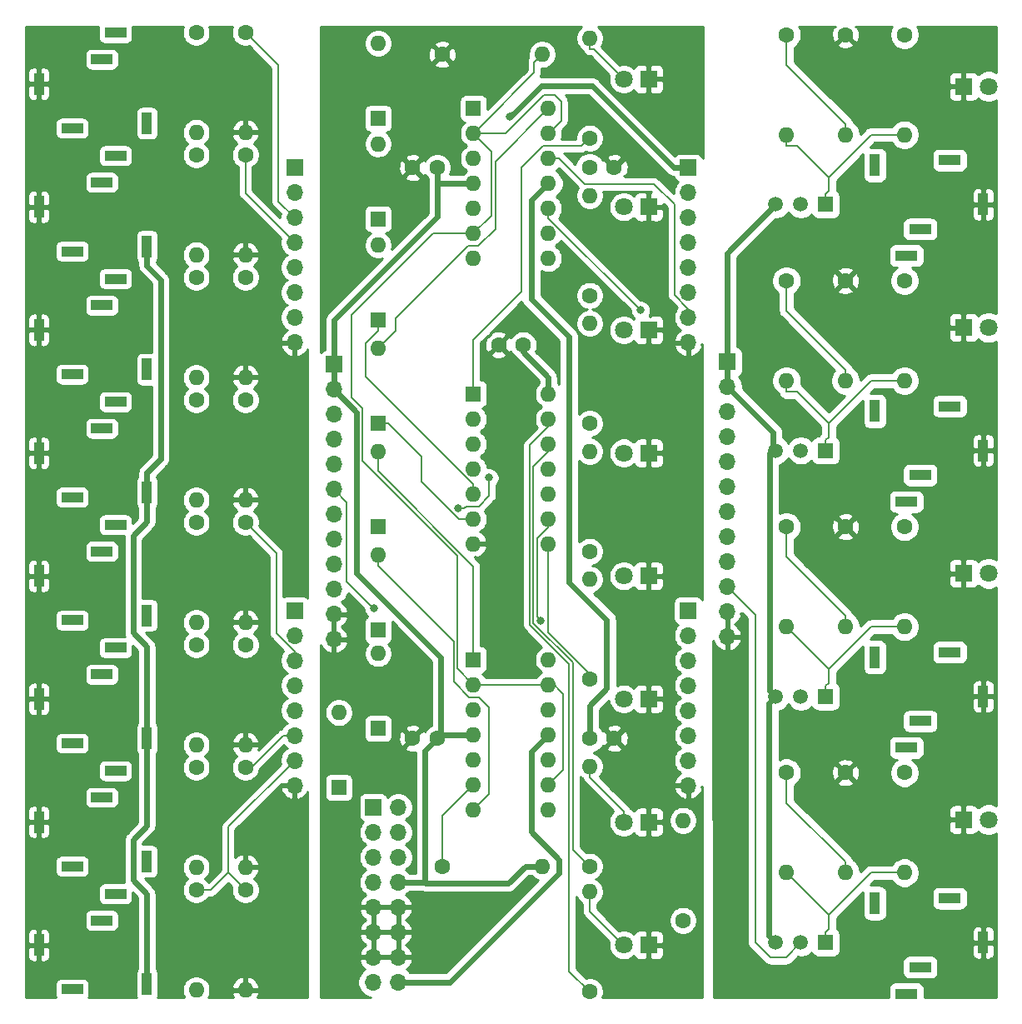
<source format=gbr>
G04 #@! TF.GenerationSoftware,KiCad,Pcbnew,(5.1.5)-3*
G04 #@! TF.CreationDate,2020-08-09T15:31:01-07:00*
G04 #@! TF.ProjectId,OR_THT,4f525f54-4854-42e6-9b69-6361645f7063,rev?*
G04 #@! TF.SameCoordinates,Original*
G04 #@! TF.FileFunction,Copper,L2,Bot*
G04 #@! TF.FilePolarity,Positive*
%FSLAX46Y46*%
G04 Gerber Fmt 4.6, Leading zero omitted, Abs format (unit mm)*
G04 Created by KiCad (PCBNEW (5.1.5)-3) date 2020-08-09 15:31:01*
%MOMM*%
%LPD*%
G04 APERTURE LIST*
%ADD10O,1.600000X1.600000*%
%ADD11R,1.600000X1.600000*%
%ADD12C,1.600000*%
%ADD13R,1.800000X1.800000*%
%ADD14C,1.800000*%
%ADD15R,1.000000X2.200000*%
%ADD16R,2.200000X1.000000*%
%ADD17O,1.700000X1.700000*%
%ADD18R,1.700000X1.700000*%
%ADD19C,1.520000*%
%ADD20R,1.520000X1.520000*%
%ADD21C,0.800000*%
%ADD22C,0.600000*%
%ADD23C,0.200000*%
%ADD24C,0.254000*%
G04 APERTURE END LIST*
D10*
X53810000Y-9000000D03*
X46190000Y-24240000D03*
X53810000Y-11540000D03*
X46190000Y-21700000D03*
X53810000Y-14080000D03*
X46190000Y-19160000D03*
X53810000Y-16620000D03*
X46190000Y-16620000D03*
X53810000Y-19160000D03*
X46190000Y-14080000D03*
X53810000Y-21700000D03*
X46190000Y-11540000D03*
X53810000Y-24240000D03*
D11*
X46190000Y-9000000D03*
D12*
X51250000Y-33000000D03*
X48750000Y-33000000D03*
X42500000Y-15000000D03*
X40000000Y-15000000D03*
X58000000Y-15000000D03*
X60500000Y-15000000D03*
X42500000Y-73000000D03*
X40000000Y-73000000D03*
X58000000Y-73000000D03*
X60500000Y-73000000D03*
D13*
X64000000Y-6014700D03*
D14*
X61460000Y-6014700D03*
D13*
X64000000Y-19000000D03*
D14*
X61460000Y-19000000D03*
X61460000Y-31500000D03*
D13*
X64000000Y-31500000D03*
D14*
X61460000Y-44000000D03*
D13*
X64000000Y-44000000D03*
X64000000Y-56500000D03*
D14*
X61460000Y-56500000D03*
X61460000Y-69000000D03*
D13*
X64000000Y-69000000D03*
D14*
X61460000Y-81500000D03*
D13*
X64000000Y-81500000D03*
D14*
X61460000Y-94000000D03*
D13*
X64000000Y-94000000D03*
D10*
X36500000Y-43880000D03*
D11*
X36500000Y-51500000D03*
X36500000Y-62000000D03*
D10*
X36500000Y-54380000D03*
X36500000Y-64380000D03*
D11*
X36500000Y-72000000D03*
X32500000Y-78000000D03*
D10*
X32500000Y-70380000D03*
X36500000Y-2380000D03*
D11*
X36500000Y-10000000D03*
X36500000Y-20205700D03*
D10*
X36500000Y-12585700D03*
X36500000Y-22880000D03*
D11*
X36500000Y-30500000D03*
X36500000Y-41000000D03*
D10*
X36500000Y-33380000D03*
D13*
X96000000Y-6750000D03*
D14*
X98540000Y-6750000D03*
D13*
X96000000Y-31250000D03*
D14*
X98540000Y-31250000D03*
X98540000Y-56250000D03*
D13*
X96000000Y-56250000D03*
X96000000Y-81250000D03*
D14*
X98540000Y-81250000D03*
D15*
X2000000Y-6500000D03*
D16*
X5400000Y-11000000D03*
D15*
X13000000Y-10500000D03*
D16*
X8400000Y-4000000D03*
X9800000Y-1300000D03*
X9800000Y-13800000D03*
X8400000Y-16500000D03*
D15*
X13000000Y-23000000D03*
D16*
X5400000Y-23500000D03*
D15*
X2000000Y-19000000D03*
X2000000Y-31500000D03*
D16*
X5400000Y-36000000D03*
D15*
X13000000Y-35500000D03*
D16*
X8400000Y-29000000D03*
X9800000Y-26300000D03*
X9800000Y-38800000D03*
X8400000Y-41500000D03*
D15*
X13000000Y-48000000D03*
D16*
X5400000Y-48500000D03*
D15*
X2000000Y-44000000D03*
D16*
X9800000Y-51300000D03*
X8400000Y-54000000D03*
D15*
X13000000Y-60500000D03*
D16*
X5400000Y-61000000D03*
D15*
X2000000Y-56500000D03*
X2000000Y-69000000D03*
D16*
X5400000Y-73500000D03*
D15*
X13000000Y-73000000D03*
D16*
X8400000Y-66500000D03*
X9800000Y-63800000D03*
D15*
X2000000Y-81500000D03*
D16*
X5400000Y-86000000D03*
D15*
X13000000Y-85500000D03*
D16*
X8400000Y-79000000D03*
X9800000Y-76300000D03*
X9800000Y-88800000D03*
X8400000Y-91500000D03*
D15*
X13000000Y-98000000D03*
D16*
X5400000Y-98500000D03*
D15*
X2000000Y-94000000D03*
D17*
X28000000Y-32780000D03*
X28000000Y-30240000D03*
X28000000Y-27700000D03*
X28000000Y-25160000D03*
X28000000Y-22620000D03*
X28000000Y-20080000D03*
X28000000Y-17540000D03*
D18*
X28000000Y-15000000D03*
D17*
X28000000Y-77780000D03*
X28000000Y-75240000D03*
X28000000Y-72700000D03*
X28000000Y-70160000D03*
X28000000Y-67620000D03*
X28000000Y-65080000D03*
X28000000Y-62540000D03*
D18*
X28000000Y-60000000D03*
X68000000Y-15000000D03*
D17*
X68000000Y-17540000D03*
X68000000Y-20080000D03*
X68000000Y-22620000D03*
X68000000Y-25160000D03*
X68000000Y-27700000D03*
X68000000Y-30240000D03*
X68000000Y-32780000D03*
D18*
X68000000Y-60000000D03*
D17*
X68000000Y-62540000D03*
X68000000Y-65080000D03*
X68000000Y-67620000D03*
X68000000Y-70160000D03*
X68000000Y-72700000D03*
X68000000Y-75240000D03*
X68000000Y-77780000D03*
X38540000Y-97780000D03*
X36000000Y-97780000D03*
X38540000Y-95240000D03*
X36000000Y-95240000D03*
X38540000Y-92700000D03*
X36000000Y-92700000D03*
X38540000Y-90160000D03*
X36000000Y-90160000D03*
X38540000Y-87620000D03*
X36000000Y-87620000D03*
X38540000Y-85080000D03*
X36000000Y-85080000D03*
X38540000Y-82540000D03*
X36000000Y-82540000D03*
X38540000Y-80000000D03*
D18*
X36000000Y-80000000D03*
D17*
X32000000Y-62940000D03*
X32000000Y-60400000D03*
X32000000Y-57860000D03*
X32000000Y-55320000D03*
X32000000Y-52780000D03*
X32000000Y-50240000D03*
X32000000Y-47700000D03*
X32000000Y-45160000D03*
X32000000Y-42620000D03*
X32000000Y-40080000D03*
X32000000Y-37540000D03*
D18*
X32000000Y-35000000D03*
X72000000Y-34750000D03*
D17*
X72000000Y-37290000D03*
X72000000Y-39830000D03*
X72000000Y-42370000D03*
X72000000Y-44910000D03*
X72000000Y-47450000D03*
X72000000Y-49990000D03*
X72000000Y-52530000D03*
X72000000Y-55070000D03*
X72000000Y-57610000D03*
X72000000Y-60150000D03*
X72000000Y-62690000D03*
D15*
X98000000Y-18750000D03*
D16*
X94600000Y-14250000D03*
D15*
X87000000Y-14750000D03*
D16*
X91600000Y-21250000D03*
X90200000Y-23950000D03*
X90200000Y-48950000D03*
X91600000Y-46250000D03*
D15*
X87000000Y-39750000D03*
D16*
X94600000Y-39250000D03*
D15*
X98000000Y-43750000D03*
D16*
X90200000Y-73950000D03*
X91600000Y-71250000D03*
D15*
X87000000Y-64750000D03*
D16*
X94600000Y-64250000D03*
D15*
X98000000Y-68750000D03*
X98000000Y-93750000D03*
D16*
X94600000Y-89250000D03*
D15*
X87000000Y-89750000D03*
D16*
X91600000Y-96250000D03*
X90200000Y-98950000D03*
D19*
X79460000Y-18750000D03*
X76920000Y-18750000D03*
D20*
X82000000Y-18750000D03*
D19*
X79460000Y-43750000D03*
X76920000Y-43750000D03*
D20*
X82000000Y-43750000D03*
X82000000Y-68750000D03*
D19*
X76920000Y-68750000D03*
X79460000Y-68750000D03*
D20*
X82000000Y-93750000D03*
D19*
X76920000Y-93750000D03*
X79460000Y-93750000D03*
D12*
X18000000Y-1250000D03*
D10*
X18000000Y-11410000D03*
D12*
X23000000Y-1250000D03*
D10*
X23000000Y-11410000D03*
X18000000Y-23860000D03*
D12*
X18000000Y-13700000D03*
X23000000Y-13700000D03*
D10*
X23000000Y-23860000D03*
D12*
X18000000Y-26150000D03*
D10*
X18000000Y-36310000D03*
X23000000Y-36310000D03*
D12*
X23000000Y-26150000D03*
D10*
X18000000Y-48760000D03*
D12*
X18000000Y-38600000D03*
D10*
X23000000Y-48760000D03*
D12*
X23000000Y-38600000D03*
X18000000Y-51050000D03*
D10*
X18000000Y-61210000D03*
X23000000Y-61210000D03*
D12*
X23000000Y-51050000D03*
D10*
X18000000Y-73660000D03*
D12*
X18000000Y-63500000D03*
X23000000Y-63500000D03*
D10*
X23000000Y-73660000D03*
D12*
X18000000Y-75950000D03*
D10*
X18000000Y-86110000D03*
X23000000Y-86110000D03*
D12*
X23000000Y-75950000D03*
D10*
X18000000Y-98560000D03*
D12*
X18000000Y-88400000D03*
X23000000Y-88400000D03*
D10*
X23000000Y-98560000D03*
D12*
X43000000Y-86000000D03*
D10*
X53160000Y-86000000D03*
X53160000Y-3500000D03*
D12*
X43000000Y-3500000D03*
X58000000Y-67000000D03*
D10*
X58000000Y-56840000D03*
X67500000Y-81340000D03*
D12*
X67500000Y-91500000D03*
X58000000Y-86000000D03*
D10*
X58000000Y-75840000D03*
X58000000Y-88590000D03*
D12*
X58000000Y-98750000D03*
X58000000Y-12000000D03*
D10*
X58000000Y-1840000D03*
X58000000Y-17840000D03*
D12*
X58000000Y-28000000D03*
X58000000Y-41000000D03*
D10*
X58000000Y-30840000D03*
X58000000Y-43840000D03*
D12*
X58000000Y-54000000D03*
D10*
X78000000Y-11660000D03*
D12*
X78000000Y-1500000D03*
X78000000Y-26500000D03*
D10*
X78000000Y-36660000D03*
X78000000Y-61660000D03*
D12*
X78000000Y-51500000D03*
X78000000Y-76500000D03*
D10*
X78000000Y-86660000D03*
D12*
X84000000Y-1500000D03*
D10*
X84000000Y-11660000D03*
X90000000Y-11660000D03*
D12*
X90000000Y-1500000D03*
D10*
X84000000Y-36660000D03*
D12*
X84000000Y-26500000D03*
X90000000Y-26500000D03*
D10*
X90000000Y-36660000D03*
X84000000Y-61660000D03*
D12*
X84000000Y-51500000D03*
D10*
X90000000Y-61660000D03*
D12*
X90000000Y-51500000D03*
X84000000Y-76500000D03*
D10*
X84000000Y-86660000D03*
D12*
X90000000Y-76500000D03*
D10*
X90000000Y-86660000D03*
X53810000Y-65000000D03*
X46190000Y-80240000D03*
X53810000Y-67540000D03*
X46190000Y-77700000D03*
X53810000Y-70080000D03*
X46190000Y-75160000D03*
X53810000Y-72620000D03*
X46190000Y-72620000D03*
X53810000Y-75160000D03*
X46190000Y-70080000D03*
X53810000Y-77700000D03*
X46190000Y-67540000D03*
X53810000Y-80240000D03*
D11*
X46190000Y-65000000D03*
D10*
X53810000Y-38000000D03*
X46190000Y-53240000D03*
X53810000Y-40540000D03*
X46190000Y-50700000D03*
X53810000Y-43080000D03*
X46190000Y-48160000D03*
X53810000Y-45620000D03*
X46190000Y-45620000D03*
X53810000Y-48160000D03*
X46190000Y-43080000D03*
X53810000Y-50700000D03*
X46190000Y-40540000D03*
X53810000Y-53240000D03*
D11*
X46190000Y-38000000D03*
D21*
X53031200Y-61011600D03*
X63172900Y-29498000D03*
X36083400Y-59820600D03*
X47799200Y-46517800D03*
X44650660Y-49644300D03*
X49908460Y-9847578D03*
D22*
X58000000Y-73000000D02*
X58000000Y-69659400D01*
X58000000Y-69659400D02*
X59734500Y-67924900D01*
X59734500Y-67924900D02*
X59734500Y-60979100D01*
X59734500Y-60979100D02*
X55899200Y-57143800D01*
X55899200Y-57143800D02*
X55899200Y-32213000D01*
X55899200Y-32213000D02*
X52095000Y-28408800D01*
X52095000Y-28408800D02*
X52095000Y-18335000D01*
X52095000Y-18335000D02*
X53810000Y-16620000D01*
X38540000Y-97780000D02*
X43815000Y-97780000D01*
X43815000Y-97780000D02*
X54907100Y-86687900D01*
X54907100Y-86687900D02*
X54907100Y-85308400D01*
X54907100Y-85308400D02*
X52102700Y-82504000D01*
X52102700Y-82504000D02*
X52102700Y-74327300D01*
X52102700Y-74327300D02*
X53810000Y-72620000D01*
D23*
X58000000Y-1840000D02*
X58000000Y-2940300D01*
X58000000Y-2940300D02*
X58385600Y-2940300D01*
X58385600Y-2940300D02*
X61460000Y-6014700D01*
X58000000Y-75840000D02*
X58000000Y-76940300D01*
X58000000Y-76940300D02*
X61460000Y-80400300D01*
X61460000Y-80400300D02*
X61460000Y-81500000D01*
X61396560Y-94000000D02*
X61460000Y-94000000D01*
X58000000Y-88590000D02*
X58000000Y-90603440D01*
X58000000Y-90603440D02*
X61396560Y-94000000D01*
X36500000Y-45840300D02*
X36500000Y-45011370D01*
X46190000Y-65000000D02*
X46190000Y-55530300D01*
X36500000Y-45011370D02*
X36500000Y-43880000D01*
X46190000Y-55530300D02*
X36500000Y-45840300D01*
X58000000Y-67000000D02*
X58000000Y-66433900D01*
X58000000Y-66433900D02*
X53810000Y-62243900D01*
X53810000Y-62243900D02*
X53810000Y-54340300D01*
X53810000Y-53240000D02*
X53810000Y-54340300D01*
X52687900Y-60668300D02*
X53031200Y-61011600D01*
X52687900Y-52696700D02*
X52687900Y-60668300D01*
X53810000Y-50700000D02*
X53810000Y-51574600D01*
X53810000Y-51574600D02*
X52687900Y-52696700D01*
X36500000Y-55480300D02*
X36500000Y-54380000D01*
X47744300Y-78685700D02*
X47744300Y-69819440D01*
X44161600Y-63141900D02*
X36500000Y-55480300D01*
X45736640Y-68810000D02*
X44161600Y-67234960D01*
X44161600Y-67234960D02*
X44161600Y-63141900D01*
X46734860Y-68810000D02*
X45736640Y-68810000D01*
X46190000Y-80240000D02*
X47744300Y-78685700D01*
X47744300Y-69819440D02*
X46734860Y-68810000D01*
X56307800Y-84307800D02*
X56307800Y-65307800D01*
X58000000Y-86000000D02*
X56307800Y-84307800D01*
X52287600Y-61287600D02*
X52287600Y-45370320D01*
X53810000Y-43847920D02*
X53810000Y-43080000D01*
X56307800Y-65307800D02*
X52287600Y-61287600D01*
X52287600Y-45370320D02*
X53810000Y-43847920D01*
X55907500Y-96657500D02*
X58000000Y-98750000D01*
X53810000Y-41302840D02*
X51887200Y-43225640D01*
X53810000Y-40540000D02*
X53810000Y-41302840D01*
X51887200Y-43225640D02*
X51887200Y-61453500D01*
X51887200Y-61453500D02*
X55907500Y-65473800D01*
X55907500Y-65473800D02*
X55907500Y-96657500D01*
X46190000Y-32482300D02*
X51080000Y-27592300D01*
X46190000Y-38000000D02*
X46190000Y-32482300D01*
X51080000Y-14980320D02*
X53250320Y-12810000D01*
X53250320Y-12810000D02*
X57190000Y-12810000D01*
X57190000Y-12810000D02*
X58000000Y-12000000D01*
X51080000Y-27592300D02*
X51080000Y-14980320D01*
X46190000Y-47059700D02*
X46052500Y-47059700D01*
X35232340Y-36239540D02*
X35232340Y-32867960D01*
X46190000Y-48160000D02*
X46190000Y-47059700D01*
X46052500Y-47059700D02*
X35232340Y-36239540D01*
X36500000Y-31600300D02*
X36500000Y-30500000D01*
X35232340Y-32867960D02*
X36500000Y-31600300D01*
X45058630Y-50700000D02*
X46190000Y-50700000D01*
X37500000Y-41000000D02*
X40894100Y-44394100D01*
X36500000Y-41000000D02*
X37500000Y-41000000D01*
X40894100Y-46913582D02*
X44680518Y-50700000D01*
X40894100Y-44394100D02*
X40894100Y-46913582D01*
X44680518Y-50700000D02*
X45058630Y-50700000D01*
X45622700Y-22970000D02*
X38279600Y-30313100D01*
X48406011Y-21256029D02*
X46692040Y-22970000D01*
X46692040Y-22970000D02*
X45622700Y-22970000D01*
X38279600Y-31600400D02*
X37299999Y-32580001D01*
X37299999Y-32580001D02*
X36500000Y-33380000D01*
X48406011Y-14403989D02*
X48406011Y-21256029D01*
X53810000Y-9000000D02*
X48406011Y-14403989D01*
X38279600Y-30313100D02*
X38279600Y-31600400D01*
X23000000Y-17620000D02*
X23000000Y-13700000D01*
X28000000Y-22620000D02*
X23000000Y-17620000D01*
X26335700Y-4585700D02*
X23000000Y-1250000D01*
X26335700Y-18421060D02*
X26335700Y-4585700D01*
X28000000Y-20080000D02*
X27994640Y-20080000D01*
X27994640Y-20080000D02*
X26335700Y-18421060D01*
X23000000Y-88400000D02*
X21492500Y-86892500D01*
X21239480Y-82000520D02*
X28000000Y-75240000D01*
X21492500Y-86892500D02*
X21239480Y-86639480D01*
X21239480Y-86639480D02*
X21239480Y-82000520D01*
X21259760Y-86659760D02*
X21492500Y-86892500D01*
X18000000Y-88400000D02*
X19519520Y-88400000D01*
X19519520Y-88400000D02*
X21259760Y-86659760D01*
X28000000Y-72700000D02*
X26849700Y-72700000D01*
X23000000Y-75950000D02*
X23599700Y-75950000D01*
X23599700Y-75950000D02*
X26849700Y-72700000D01*
X28000000Y-64174680D02*
X27914600Y-64089280D01*
X27914600Y-64082700D02*
X26133500Y-62301600D01*
X26133500Y-54183500D02*
X23000000Y-51050000D01*
X28000000Y-65080000D02*
X28000000Y-64174680D01*
X27914600Y-64089280D02*
X27914600Y-64082700D01*
X26133500Y-62301600D02*
X26133500Y-54183500D01*
X53810000Y-20135100D02*
X63172900Y-29498000D01*
X53810000Y-19160000D02*
X53810000Y-20135100D01*
X54910300Y-14080000D02*
X53810000Y-14080000D01*
X57503000Y-16672700D02*
X54910300Y-14080000D01*
X64541100Y-16672700D02*
X57503000Y-16672700D01*
X66610400Y-18742000D02*
X64541100Y-16672700D01*
X68000000Y-29331040D02*
X67929760Y-29260800D01*
X67929760Y-29260800D02*
X67929760Y-29257860D01*
X68000000Y-30240000D02*
X68000000Y-29331040D01*
X67929760Y-29257860D02*
X66610400Y-27938500D01*
X66610400Y-27938500D02*
X66610400Y-18742000D01*
X35683401Y-59420601D02*
X36083400Y-59820600D01*
X33309560Y-57046760D02*
X35683401Y-59420601D01*
X32000000Y-47700000D02*
X33309560Y-49009560D01*
X33309560Y-49009560D02*
X33309560Y-57046760D01*
X45216345Y-49644300D02*
X44650660Y-49644300D01*
X46725840Y-49418240D02*
X45442405Y-49418240D01*
X45442405Y-49418240D02*
X45216345Y-49644300D01*
X47799200Y-46517800D02*
X47799200Y-48344880D01*
X47799200Y-48344880D02*
X46725840Y-49418240D01*
X72000000Y-57610000D02*
X74859000Y-60469000D01*
X74859000Y-60469000D02*
X74859000Y-93755100D01*
X74859000Y-93755100D02*
X76337000Y-95233100D01*
X76337000Y-95233100D02*
X77976900Y-95233100D01*
X77976900Y-95233100D02*
X79460000Y-93750000D01*
X84000000Y-11660000D02*
X84000000Y-10559700D01*
X78000000Y-1500000D02*
X78000000Y-4559700D01*
X78000000Y-4559700D02*
X84000000Y-10559700D01*
X84000000Y-36660000D02*
X84000000Y-35559700D01*
X78000000Y-26500000D02*
X78000000Y-29559700D01*
X78000000Y-29559700D02*
X84000000Y-35559700D01*
X84000000Y-61660000D02*
X84000000Y-60559700D01*
X78000000Y-51500000D02*
X78000000Y-54559700D01*
X78000000Y-54559700D02*
X84000000Y-60559700D01*
X84000000Y-86660000D02*
X84000000Y-85559700D01*
X78000000Y-76500000D02*
X78000000Y-79559700D01*
X78000000Y-79559700D02*
X84000000Y-85559700D01*
X78000000Y-11660000D02*
X78000000Y-12760300D01*
X82304800Y-15964800D02*
X86609600Y-11660000D01*
X86609600Y-11660000D02*
X90000000Y-11660000D01*
X78000000Y-12760300D02*
X79100300Y-12760300D01*
X79100300Y-12760300D02*
X82304800Y-15964800D01*
X82304800Y-15964800D02*
X82304800Y-17384900D01*
X82304800Y-17384900D02*
X82000000Y-17689700D01*
X82000000Y-18750000D02*
X82000000Y-17689700D01*
X78000000Y-36660000D02*
X78000000Y-37760300D01*
X82304800Y-40964800D02*
X86609600Y-36660000D01*
X86609600Y-36660000D02*
X90000000Y-36660000D01*
X78000000Y-37760300D02*
X79100300Y-37760300D01*
X79100300Y-37760300D02*
X82304800Y-40964800D01*
X82304800Y-40964800D02*
X82304800Y-42384900D01*
X82304800Y-42384900D02*
X82000000Y-42689700D01*
X82000000Y-43750000D02*
X82000000Y-42689700D01*
X82304800Y-65964800D02*
X86609600Y-61660000D01*
X86609600Y-61660000D02*
X90000000Y-61660000D01*
X82304800Y-65964800D02*
X82304800Y-67384900D01*
X82304800Y-67384900D02*
X82000000Y-67689700D01*
X82000000Y-68750000D02*
X82000000Y-67689700D01*
X78000000Y-61660000D02*
X82304800Y-65964800D01*
X82304800Y-90964800D02*
X86609600Y-86660000D01*
X86609600Y-86660000D02*
X90000000Y-86660000D01*
X82304800Y-90964800D02*
X82304800Y-92384900D01*
X82304800Y-92384900D02*
X82000000Y-92689700D01*
X82000000Y-93750000D02*
X82000000Y-92689700D01*
X78000000Y-86660000D02*
X82304800Y-90964800D01*
D22*
X42500000Y-15000000D02*
X42500000Y-16620000D01*
X42500000Y-16620000D02*
X46190000Y-16620000D01*
X53810000Y-38000000D02*
X53810000Y-36299700D01*
X53810000Y-36299700D02*
X51250000Y-33739700D01*
X51250000Y-33739700D02*
X51250000Y-33000000D01*
X42880000Y-72620000D02*
X42500000Y-73000000D01*
X46190000Y-72620000D02*
X42880000Y-72620000D01*
X41229200Y-87620000D02*
X41229200Y-74270800D01*
X41229200Y-74270800D02*
X42500000Y-73000000D01*
X51459700Y-86000000D02*
X49741000Y-87718700D01*
X49741000Y-87718700D02*
X41327900Y-87718700D01*
X41327900Y-87718700D02*
X41229200Y-87620000D01*
X41229200Y-87620000D02*
X40290300Y-87620000D01*
X32000000Y-35000000D02*
X32000000Y-37540000D01*
X38540000Y-87620000D02*
X40290300Y-87620000D01*
X53160000Y-86000000D02*
X51459700Y-86000000D01*
X32000000Y-30517020D02*
X32000000Y-35000000D01*
X42500000Y-16620000D02*
X42500000Y-20017020D01*
X42500000Y-20017020D02*
X32000000Y-30517020D01*
X34310320Y-39850320D02*
X32000000Y-37540000D01*
X34310320Y-56208620D02*
X34310320Y-39850320D01*
X42880000Y-72620000D02*
X42880000Y-64778300D01*
X42880000Y-64778300D02*
X34310320Y-56208620D01*
X66550000Y-15000000D02*
X58243648Y-6693648D01*
X68000000Y-15000000D02*
X66550000Y-15000000D01*
X50308459Y-9447579D02*
X49908460Y-9847578D01*
X58243648Y-6693648D02*
X53062390Y-6693648D01*
X53062390Y-6693648D02*
X50308459Y-9447579D01*
X40000000Y-72580900D02*
X40000000Y-73000000D01*
X13000000Y-48000000D02*
X13000000Y-45999700D01*
X13000000Y-45999700D02*
X14400300Y-44599400D01*
X14400300Y-44599400D02*
X14400300Y-26400600D01*
X14400300Y-26400600D02*
X13000000Y-25000300D01*
X13000000Y-48000000D02*
X13000000Y-51000000D01*
X13000000Y-51000000D02*
X11575100Y-52424900D01*
X11575100Y-52424900D02*
X11575100Y-62275100D01*
X11575100Y-62275100D02*
X13000000Y-63700000D01*
X13000000Y-63700000D02*
X13000000Y-73000000D01*
X13000000Y-23000000D02*
X13000000Y-25000300D01*
X13000000Y-98000000D02*
X13000000Y-88800000D01*
X13000000Y-88800000D02*
X11599600Y-87399600D01*
X11599600Y-87399600D02*
X11599600Y-83300100D01*
X11599600Y-83300100D02*
X13000000Y-81899700D01*
X13000000Y-81899700D02*
X13000000Y-73000000D01*
X76609800Y-43750000D02*
X76609800Y-41899800D01*
X76609800Y-41899800D02*
X72000000Y-37290000D01*
X76920000Y-68750000D02*
X76299600Y-68129600D01*
X76299600Y-68129600D02*
X76299600Y-44060200D01*
X76299600Y-44060200D02*
X76609800Y-43750000D01*
X76609800Y-43750000D02*
X76920000Y-43750000D01*
X76920000Y-93750000D02*
X76239700Y-93069700D01*
X76239700Y-93069700D02*
X76239700Y-69430300D01*
X76239700Y-69430300D02*
X76920000Y-68750000D01*
X72000000Y-34750000D02*
X72000000Y-37290000D01*
X76920000Y-18750000D02*
X72000000Y-23670000D01*
X72000000Y-23670000D02*
X72000000Y-34750000D01*
D23*
X43000000Y-80890000D02*
X46190000Y-77700000D01*
X43000000Y-86000000D02*
X43000000Y-80890000D01*
X55310001Y-68474302D02*
X54092849Y-67257150D01*
X53810000Y-77700000D02*
X55310001Y-76199999D01*
X55310001Y-76199999D02*
X55310001Y-68474302D01*
X46590010Y-67705689D02*
X46472850Y-67822849D01*
X53810000Y-67540000D02*
X46590010Y-67540000D01*
X46590010Y-67540000D02*
X46590010Y-67705689D01*
X42054000Y-21700000D02*
X45058630Y-21700000D01*
X46190000Y-67540000D02*
X44561610Y-65911610D01*
X45058630Y-21700000D02*
X46190000Y-21700000D01*
X44561610Y-65911610D02*
X44561610Y-54467610D01*
X34910330Y-44816330D02*
X34910330Y-39482330D01*
X44561610Y-54467610D02*
X34910330Y-44816330D01*
X33782000Y-29972000D02*
X42054000Y-21700000D01*
X34910330Y-39482330D02*
X33782000Y-38354000D01*
X33782000Y-38354000D02*
X33782000Y-29972000D01*
X46989999Y-12339999D02*
X46190000Y-11540000D01*
X48006000Y-19884000D02*
X48006000Y-13356000D01*
X48006000Y-13356000D02*
X46989999Y-12339999D01*
X46190000Y-21700000D02*
X48006000Y-19884000D01*
X46989999Y-10740001D02*
X46190000Y-11540000D01*
X52360001Y-5369999D02*
X46989999Y-10740001D01*
X52360001Y-4299999D02*
X52360001Y-5369999D01*
X53160000Y-3500000D02*
X52360001Y-4299999D01*
X54609999Y-10740001D02*
X53810000Y-11540000D01*
X55118000Y-10232000D02*
X54609999Y-10740001D01*
X46190000Y-11540000D02*
X49420000Y-11540000D01*
X54461001Y-7620000D02*
X55118000Y-8276999D01*
X55118000Y-8276999D02*
X55118000Y-10232000D01*
X49420000Y-11540000D02*
X53340000Y-7620000D01*
X53340000Y-7620000D02*
X54461001Y-7620000D01*
D24*
G36*
X8074188Y-675518D02*
G01*
X8061928Y-800000D01*
X8061928Y-1800000D01*
X8074188Y-1924482D01*
X8110498Y-2044180D01*
X8169463Y-2154494D01*
X8248815Y-2251185D01*
X8345506Y-2330537D01*
X8455820Y-2389502D01*
X8575518Y-2425812D01*
X8700000Y-2438072D01*
X10900000Y-2438072D01*
X11024482Y-2425812D01*
X11144180Y-2389502D01*
X11254494Y-2330537D01*
X11351185Y-2251185D01*
X11430537Y-2154494D01*
X11489502Y-2044180D01*
X11525812Y-1924482D01*
X11538072Y-1800000D01*
X11538072Y-800000D01*
X11525812Y-675518D01*
X11521105Y-660000D01*
X16691154Y-660000D01*
X16620147Y-831426D01*
X16565000Y-1108665D01*
X16565000Y-1391335D01*
X16620147Y-1668574D01*
X16728320Y-1929727D01*
X16885363Y-2164759D01*
X17085241Y-2364637D01*
X17320273Y-2521680D01*
X17581426Y-2629853D01*
X17858665Y-2685000D01*
X18141335Y-2685000D01*
X18418574Y-2629853D01*
X18679727Y-2521680D01*
X18914759Y-2364637D01*
X19114637Y-2164759D01*
X19271680Y-1929727D01*
X19379853Y-1668574D01*
X19435000Y-1391335D01*
X19435000Y-1108665D01*
X19379853Y-831426D01*
X19308846Y-660000D01*
X21691154Y-660000D01*
X21620147Y-831426D01*
X21565000Y-1108665D01*
X21565000Y-1391335D01*
X21620147Y-1668574D01*
X21728320Y-1929727D01*
X21885363Y-2164759D01*
X22085241Y-2364637D01*
X22320273Y-2521680D01*
X22581426Y-2629853D01*
X22858665Y-2685000D01*
X23141335Y-2685000D01*
X23353376Y-2642822D01*
X25600701Y-4890148D01*
X25600700Y-18384955D01*
X25597144Y-18421060D01*
X25600700Y-18457164D01*
X25611335Y-18565144D01*
X25653363Y-18703692D01*
X25721613Y-18831379D01*
X25813462Y-18943297D01*
X25841508Y-18966314D01*
X26563767Y-19688573D01*
X26515000Y-19933740D01*
X26515000Y-20095553D01*
X23735000Y-17315554D01*
X23735000Y-14934748D01*
X23914759Y-14814637D01*
X24114637Y-14614759D01*
X24271680Y-14379727D01*
X24379853Y-14118574D01*
X24435000Y-13841335D01*
X24435000Y-13558665D01*
X24379853Y-13281426D01*
X24271680Y-13020273D01*
X24114637Y-12785241D01*
X23914759Y-12585363D01*
X23860994Y-12549438D01*
X23963414Y-12473519D01*
X24152385Y-12265131D01*
X24297070Y-12023881D01*
X24391909Y-11759040D01*
X24270624Y-11537000D01*
X23127000Y-11537000D01*
X23127000Y-11557000D01*
X22873000Y-11557000D01*
X22873000Y-11537000D01*
X21729376Y-11537000D01*
X21608091Y-11759040D01*
X21702930Y-12023881D01*
X21847615Y-12265131D01*
X22036586Y-12473519D01*
X22139006Y-12549438D01*
X22085241Y-12585363D01*
X21885363Y-12785241D01*
X21728320Y-13020273D01*
X21620147Y-13281426D01*
X21565000Y-13558665D01*
X21565000Y-13841335D01*
X21620147Y-14118574D01*
X21728320Y-14379727D01*
X21885363Y-14614759D01*
X22085241Y-14814637D01*
X22265001Y-14934748D01*
X22265000Y-17583895D01*
X22261444Y-17620000D01*
X22265000Y-17656104D01*
X22275635Y-17764084D01*
X22317663Y-17902632D01*
X22385913Y-18030319D01*
X22477762Y-18142237D01*
X22505808Y-18165254D01*
X26564656Y-22224103D01*
X26515000Y-22473740D01*
X26515000Y-22766260D01*
X26572068Y-23053158D01*
X26684010Y-23323411D01*
X26846525Y-23566632D01*
X27053368Y-23773475D01*
X27227760Y-23890000D01*
X27053368Y-24006525D01*
X26846525Y-24213368D01*
X26684010Y-24456589D01*
X26572068Y-24726842D01*
X26515000Y-25013740D01*
X26515000Y-25306260D01*
X26572068Y-25593158D01*
X26684010Y-25863411D01*
X26846525Y-26106632D01*
X27053368Y-26313475D01*
X27227760Y-26430000D01*
X27053368Y-26546525D01*
X26846525Y-26753368D01*
X26684010Y-26996589D01*
X26572068Y-27266842D01*
X26515000Y-27553740D01*
X26515000Y-27846260D01*
X26572068Y-28133158D01*
X26684010Y-28403411D01*
X26846525Y-28646632D01*
X27053368Y-28853475D01*
X27227760Y-28970000D01*
X27053368Y-29086525D01*
X26846525Y-29293368D01*
X26684010Y-29536589D01*
X26572068Y-29806842D01*
X26515000Y-30093740D01*
X26515000Y-30386260D01*
X26572068Y-30673158D01*
X26684010Y-30943411D01*
X26846525Y-31186632D01*
X27053368Y-31393475D01*
X27235534Y-31515195D01*
X27118645Y-31584822D01*
X26902412Y-31779731D01*
X26728359Y-32013080D01*
X26603175Y-32275901D01*
X26558524Y-32423110D01*
X26679845Y-32653000D01*
X27873000Y-32653000D01*
X27873000Y-32633000D01*
X28127000Y-32633000D01*
X28127000Y-32653000D01*
X28147000Y-32653000D01*
X28147000Y-32907000D01*
X28127000Y-32907000D01*
X28127000Y-34100814D01*
X28356891Y-34221481D01*
X28631252Y-34124157D01*
X28881355Y-33975178D01*
X29097588Y-33780269D01*
X29271641Y-33546920D01*
X29337005Y-33409689D01*
X29338936Y-58744815D01*
X29301185Y-58698815D01*
X29204494Y-58619463D01*
X29094180Y-58560498D01*
X28974482Y-58524188D01*
X28850000Y-58511928D01*
X27150000Y-58511928D01*
X27025518Y-58524188D01*
X26905820Y-58560498D01*
X26868500Y-58580446D01*
X26868500Y-54219594D01*
X26872055Y-54183499D01*
X26868500Y-54147404D01*
X26868500Y-54147395D01*
X26857865Y-54039415D01*
X26815837Y-53900867D01*
X26747587Y-53773180D01*
X26655738Y-53661262D01*
X26627693Y-53638246D01*
X24392822Y-51403376D01*
X24435000Y-51191335D01*
X24435000Y-50908665D01*
X24379853Y-50631426D01*
X24271680Y-50370273D01*
X24114637Y-50135241D01*
X23914759Y-49935363D01*
X23860994Y-49899438D01*
X23963414Y-49823519D01*
X24152385Y-49615131D01*
X24297070Y-49373881D01*
X24391909Y-49109040D01*
X24270624Y-48887000D01*
X23127000Y-48887000D01*
X23127000Y-48907000D01*
X22873000Y-48907000D01*
X22873000Y-48887000D01*
X21729376Y-48887000D01*
X21608091Y-49109040D01*
X21702930Y-49373881D01*
X21847615Y-49615131D01*
X22036586Y-49823519D01*
X22139006Y-49899438D01*
X22085241Y-49935363D01*
X21885363Y-50135241D01*
X21728320Y-50370273D01*
X21620147Y-50631426D01*
X21565000Y-50908665D01*
X21565000Y-51191335D01*
X21620147Y-51468574D01*
X21728320Y-51729727D01*
X21885363Y-51964759D01*
X22085241Y-52164637D01*
X22320273Y-52321680D01*
X22581426Y-52429853D01*
X22858665Y-52485000D01*
X23141335Y-52485000D01*
X23353376Y-52442822D01*
X25398501Y-54487948D01*
X25398500Y-62265495D01*
X25394944Y-62301600D01*
X25409135Y-62445685D01*
X25412990Y-62458392D01*
X25451163Y-62584232D01*
X25519413Y-62711919D01*
X25611262Y-62823837D01*
X25639308Y-62846854D01*
X26886173Y-64093720D01*
X26846525Y-64133368D01*
X26684010Y-64376589D01*
X26572068Y-64646842D01*
X26515000Y-64933740D01*
X26515000Y-65226260D01*
X26572068Y-65513158D01*
X26684010Y-65783411D01*
X26846525Y-66026632D01*
X27053368Y-66233475D01*
X27227760Y-66350000D01*
X27053368Y-66466525D01*
X26846525Y-66673368D01*
X26684010Y-66916589D01*
X26572068Y-67186842D01*
X26515000Y-67473740D01*
X26515000Y-67766260D01*
X26572068Y-68053158D01*
X26684010Y-68323411D01*
X26846525Y-68566632D01*
X27053368Y-68773475D01*
X27227760Y-68890000D01*
X27053368Y-69006525D01*
X26846525Y-69213368D01*
X26684010Y-69456589D01*
X26572068Y-69726842D01*
X26515000Y-70013740D01*
X26515000Y-70306260D01*
X26572068Y-70593158D01*
X26684010Y-70863411D01*
X26846525Y-71106632D01*
X27053368Y-71313475D01*
X27227760Y-71430000D01*
X27053368Y-71546525D01*
X26846525Y-71753368D01*
X26696078Y-71978528D01*
X26663586Y-71988384D01*
X26567067Y-72017663D01*
X26439380Y-72085913D01*
X26327462Y-72177762D01*
X26304446Y-72205807D01*
X24330931Y-74179322D01*
X24391909Y-74009040D01*
X24270624Y-73787000D01*
X23127000Y-73787000D01*
X23127000Y-73807000D01*
X22873000Y-73807000D01*
X22873000Y-73787000D01*
X21729376Y-73787000D01*
X21608091Y-74009040D01*
X21702930Y-74273881D01*
X21847615Y-74515131D01*
X22036586Y-74723519D01*
X22139006Y-74799438D01*
X22085241Y-74835363D01*
X21885363Y-75035241D01*
X21728320Y-75270273D01*
X21620147Y-75531426D01*
X21565000Y-75808665D01*
X21565000Y-76091335D01*
X21620147Y-76368574D01*
X21728320Y-76629727D01*
X21885363Y-76864759D01*
X22085241Y-77064637D01*
X22320273Y-77221680D01*
X22581426Y-77329853D01*
X22858665Y-77385000D01*
X23141335Y-77385000D01*
X23418574Y-77329853D01*
X23679727Y-77221680D01*
X23914759Y-77064637D01*
X24114637Y-76864759D01*
X24271680Y-76629727D01*
X24379853Y-76368574D01*
X24419404Y-76169743D01*
X26894520Y-73694627D01*
X27053368Y-73853475D01*
X27227760Y-73970000D01*
X27053368Y-74086525D01*
X26846525Y-74293368D01*
X26684010Y-74536589D01*
X26572068Y-74806842D01*
X26515000Y-75093740D01*
X26515000Y-75386260D01*
X26564656Y-75635897D01*
X20745288Y-81455266D01*
X20717243Y-81478282D01*
X20625394Y-81590200D01*
X20605724Y-81627000D01*
X20557144Y-81717887D01*
X20515115Y-81856435D01*
X20500924Y-82000520D01*
X20504481Y-82036635D01*
X20504480Y-86375593D01*
X19226868Y-87653206D01*
X19114637Y-87485241D01*
X18914759Y-87285363D01*
X18869317Y-87255000D01*
X18914759Y-87224637D01*
X19114637Y-87024759D01*
X19271680Y-86789727D01*
X19379853Y-86528574D01*
X19435000Y-86251335D01*
X19435000Y-85968665D01*
X19379853Y-85691426D01*
X19271680Y-85430273D01*
X19114637Y-85195241D01*
X18914759Y-84995363D01*
X18679727Y-84838320D01*
X18418574Y-84730147D01*
X18141335Y-84675000D01*
X17858665Y-84675000D01*
X17581426Y-84730147D01*
X17320273Y-84838320D01*
X17085241Y-84995363D01*
X16885363Y-85195241D01*
X16728320Y-85430273D01*
X16620147Y-85691426D01*
X16565000Y-85968665D01*
X16565000Y-86251335D01*
X16620147Y-86528574D01*
X16728320Y-86789727D01*
X16885363Y-87024759D01*
X17085241Y-87224637D01*
X17130683Y-87255000D01*
X17085241Y-87285363D01*
X16885363Y-87485241D01*
X16728320Y-87720273D01*
X16620147Y-87981426D01*
X16565000Y-88258665D01*
X16565000Y-88541335D01*
X16620147Y-88818574D01*
X16728320Y-89079727D01*
X16885363Y-89314759D01*
X17085241Y-89514637D01*
X17320273Y-89671680D01*
X17581426Y-89779853D01*
X17858665Y-89835000D01*
X18141335Y-89835000D01*
X18418574Y-89779853D01*
X18679727Y-89671680D01*
X18914759Y-89514637D01*
X19114637Y-89314759D01*
X19234748Y-89135000D01*
X19483415Y-89135000D01*
X19519520Y-89138556D01*
X19555625Y-89135000D01*
X19663605Y-89124365D01*
X19802153Y-89082337D01*
X19929840Y-89014087D01*
X20041758Y-88922238D01*
X20064778Y-88894188D01*
X21259760Y-87699206D01*
X21607178Y-88046624D01*
X21565000Y-88258665D01*
X21565000Y-88541335D01*
X21620147Y-88818574D01*
X21728320Y-89079727D01*
X21885363Y-89314759D01*
X22085241Y-89514637D01*
X22320273Y-89671680D01*
X22581426Y-89779853D01*
X22858665Y-89835000D01*
X23141335Y-89835000D01*
X23418574Y-89779853D01*
X23679727Y-89671680D01*
X23914759Y-89514637D01*
X24114637Y-89314759D01*
X24271680Y-89079727D01*
X24379853Y-88818574D01*
X24435000Y-88541335D01*
X24435000Y-88258665D01*
X24379853Y-87981426D01*
X24271680Y-87720273D01*
X24114637Y-87485241D01*
X23914759Y-87285363D01*
X23860994Y-87249438D01*
X23963414Y-87173519D01*
X24152385Y-86965131D01*
X24297070Y-86723881D01*
X24391909Y-86459040D01*
X24270624Y-86237000D01*
X23127000Y-86237000D01*
X23127000Y-86257000D01*
X22873000Y-86257000D01*
X22873000Y-86237000D01*
X22853000Y-86237000D01*
X22853000Y-85983000D01*
X22873000Y-85983000D01*
X22873000Y-84840085D01*
X23127000Y-84840085D01*
X23127000Y-85983000D01*
X24270624Y-85983000D01*
X24391909Y-85760960D01*
X24297070Y-85496119D01*
X24152385Y-85254869D01*
X23963414Y-85046481D01*
X23737420Y-84878963D01*
X23483087Y-84758754D01*
X23349039Y-84718096D01*
X23127000Y-84840085D01*
X22873000Y-84840085D01*
X22650961Y-84718096D01*
X22516913Y-84758754D01*
X22262580Y-84878963D01*
X22036586Y-85046481D01*
X21974480Y-85114968D01*
X21974480Y-82304966D01*
X26142556Y-78136890D01*
X26558524Y-78136890D01*
X26603175Y-78284099D01*
X26728359Y-78546920D01*
X26902412Y-78780269D01*
X27118645Y-78975178D01*
X27368748Y-79124157D01*
X27643109Y-79221481D01*
X27873000Y-79100814D01*
X27873000Y-77907000D01*
X26679845Y-77907000D01*
X26558524Y-78136890D01*
X26142556Y-78136890D01*
X26661399Y-77618047D01*
X26679845Y-77653000D01*
X27873000Y-77653000D01*
X27873000Y-77633000D01*
X28127000Y-77633000D01*
X28127000Y-77653000D01*
X28147000Y-77653000D01*
X28147000Y-77907000D01*
X28127000Y-77907000D01*
X28127000Y-79100814D01*
X28356891Y-79221481D01*
X28631252Y-79124157D01*
X28881355Y-78975178D01*
X29097588Y-78780269D01*
X29271641Y-78546920D01*
X29340434Y-78402490D01*
X29342030Y-99340000D01*
X24197443Y-99340000D01*
X24297070Y-99173881D01*
X24391909Y-98909040D01*
X24270624Y-98687000D01*
X23127000Y-98687000D01*
X23127000Y-98707000D01*
X22873000Y-98707000D01*
X22873000Y-98687000D01*
X21729376Y-98687000D01*
X21608091Y-98909040D01*
X21702930Y-99173881D01*
X21802557Y-99340000D01*
X19204680Y-99340000D01*
X19271680Y-99239727D01*
X19379853Y-98978574D01*
X19435000Y-98701335D01*
X19435000Y-98418665D01*
X19393685Y-98210960D01*
X21608091Y-98210960D01*
X21729376Y-98433000D01*
X22873000Y-98433000D01*
X22873000Y-97290085D01*
X23127000Y-97290085D01*
X23127000Y-98433000D01*
X24270624Y-98433000D01*
X24391909Y-98210960D01*
X24297070Y-97946119D01*
X24152385Y-97704869D01*
X23963414Y-97496481D01*
X23737420Y-97328963D01*
X23483087Y-97208754D01*
X23349039Y-97168096D01*
X23127000Y-97290085D01*
X22873000Y-97290085D01*
X22650961Y-97168096D01*
X22516913Y-97208754D01*
X22262580Y-97328963D01*
X22036586Y-97496481D01*
X21847615Y-97704869D01*
X21702930Y-97946119D01*
X21608091Y-98210960D01*
X19393685Y-98210960D01*
X19379853Y-98141426D01*
X19271680Y-97880273D01*
X19114637Y-97645241D01*
X18914759Y-97445363D01*
X18679727Y-97288320D01*
X18418574Y-97180147D01*
X18141335Y-97125000D01*
X17858665Y-97125000D01*
X17581426Y-97180147D01*
X17320273Y-97288320D01*
X17085241Y-97445363D01*
X16885363Y-97645241D01*
X16728320Y-97880273D01*
X16620147Y-98141426D01*
X16565000Y-98418665D01*
X16565000Y-98701335D01*
X16620147Y-98978574D01*
X16728320Y-99239727D01*
X16795320Y-99340000D01*
X14090770Y-99340000D01*
X14125812Y-99224482D01*
X14138072Y-99100000D01*
X14138072Y-96900000D01*
X14125812Y-96775518D01*
X14089502Y-96655820D01*
X14030537Y-96545506D01*
X13951185Y-96448815D01*
X13935000Y-96435532D01*
X13935000Y-88845935D01*
X13939524Y-88800000D01*
X13921472Y-88616708D01*
X13868007Y-88440459D01*
X13813842Y-88339124D01*
X13781186Y-88278028D01*
X13664344Y-88135656D01*
X13628659Y-88106370D01*
X12760361Y-87238072D01*
X13500000Y-87238072D01*
X13624482Y-87225812D01*
X13744180Y-87189502D01*
X13854494Y-87130537D01*
X13951185Y-87051185D01*
X14030537Y-86954494D01*
X14089502Y-86844180D01*
X14125812Y-86724482D01*
X14138072Y-86600000D01*
X14138072Y-84400000D01*
X14125812Y-84275518D01*
X14089502Y-84155820D01*
X14030537Y-84045506D01*
X13951185Y-83948815D01*
X13854494Y-83869463D01*
X13744180Y-83810498D01*
X13624482Y-83774188D01*
X13500000Y-83761928D01*
X12534600Y-83761928D01*
X12534600Y-83687389D01*
X13628660Y-82593329D01*
X13664344Y-82564044D01*
X13781186Y-82421672D01*
X13837765Y-82315820D01*
X13868007Y-82259241D01*
X13921472Y-82082992D01*
X13939524Y-81899700D01*
X13935000Y-81853765D01*
X13935000Y-74564468D01*
X13951185Y-74551185D01*
X14030537Y-74454494D01*
X14089502Y-74344180D01*
X14125812Y-74224482D01*
X14138072Y-74100000D01*
X14138072Y-73518665D01*
X16565000Y-73518665D01*
X16565000Y-73801335D01*
X16620147Y-74078574D01*
X16728320Y-74339727D01*
X16885363Y-74574759D01*
X17085241Y-74774637D01*
X17130683Y-74805000D01*
X17085241Y-74835363D01*
X16885363Y-75035241D01*
X16728320Y-75270273D01*
X16620147Y-75531426D01*
X16565000Y-75808665D01*
X16565000Y-76091335D01*
X16620147Y-76368574D01*
X16728320Y-76629727D01*
X16885363Y-76864759D01*
X17085241Y-77064637D01*
X17320273Y-77221680D01*
X17581426Y-77329853D01*
X17858665Y-77385000D01*
X18141335Y-77385000D01*
X18418574Y-77329853D01*
X18679727Y-77221680D01*
X18914759Y-77064637D01*
X19114637Y-76864759D01*
X19271680Y-76629727D01*
X19379853Y-76368574D01*
X19435000Y-76091335D01*
X19435000Y-75808665D01*
X19379853Y-75531426D01*
X19271680Y-75270273D01*
X19114637Y-75035241D01*
X18914759Y-74835363D01*
X18869317Y-74805000D01*
X18914759Y-74774637D01*
X19114637Y-74574759D01*
X19271680Y-74339727D01*
X19379853Y-74078574D01*
X19435000Y-73801335D01*
X19435000Y-73518665D01*
X19393685Y-73310960D01*
X21608091Y-73310960D01*
X21729376Y-73533000D01*
X22873000Y-73533000D01*
X22873000Y-72390085D01*
X23127000Y-72390085D01*
X23127000Y-73533000D01*
X24270624Y-73533000D01*
X24391909Y-73310960D01*
X24297070Y-73046119D01*
X24152385Y-72804869D01*
X23963414Y-72596481D01*
X23737420Y-72428963D01*
X23483087Y-72308754D01*
X23349039Y-72268096D01*
X23127000Y-72390085D01*
X22873000Y-72390085D01*
X22650961Y-72268096D01*
X22516913Y-72308754D01*
X22262580Y-72428963D01*
X22036586Y-72596481D01*
X21847615Y-72804869D01*
X21702930Y-73046119D01*
X21608091Y-73310960D01*
X19393685Y-73310960D01*
X19379853Y-73241426D01*
X19271680Y-72980273D01*
X19114637Y-72745241D01*
X18914759Y-72545363D01*
X18679727Y-72388320D01*
X18418574Y-72280147D01*
X18141335Y-72225000D01*
X17858665Y-72225000D01*
X17581426Y-72280147D01*
X17320273Y-72388320D01*
X17085241Y-72545363D01*
X16885363Y-72745241D01*
X16728320Y-72980273D01*
X16620147Y-73241426D01*
X16565000Y-73518665D01*
X14138072Y-73518665D01*
X14138072Y-71900000D01*
X14125812Y-71775518D01*
X14089502Y-71655820D01*
X14030537Y-71545506D01*
X13951185Y-71448815D01*
X13935000Y-71435532D01*
X13935000Y-63745932D01*
X13939524Y-63700000D01*
X13921471Y-63516708D01*
X13914080Y-63492343D01*
X13868007Y-63340460D01*
X13781186Y-63178028D01*
X13664344Y-63035656D01*
X13628660Y-63006371D01*
X12860361Y-62238072D01*
X13500000Y-62238072D01*
X13624482Y-62225812D01*
X13744180Y-62189502D01*
X13854494Y-62130537D01*
X13951185Y-62051185D01*
X14030537Y-61954494D01*
X14089502Y-61844180D01*
X14125812Y-61724482D01*
X14138072Y-61600000D01*
X14138072Y-61068665D01*
X16565000Y-61068665D01*
X16565000Y-61351335D01*
X16620147Y-61628574D01*
X16728320Y-61889727D01*
X16885363Y-62124759D01*
X17085241Y-62324637D01*
X17130683Y-62355000D01*
X17085241Y-62385363D01*
X16885363Y-62585241D01*
X16728320Y-62820273D01*
X16620147Y-63081426D01*
X16565000Y-63358665D01*
X16565000Y-63641335D01*
X16620147Y-63918574D01*
X16728320Y-64179727D01*
X16885363Y-64414759D01*
X17085241Y-64614637D01*
X17320273Y-64771680D01*
X17581426Y-64879853D01*
X17858665Y-64935000D01*
X18141335Y-64935000D01*
X18418574Y-64879853D01*
X18679727Y-64771680D01*
X18914759Y-64614637D01*
X19114637Y-64414759D01*
X19271680Y-64179727D01*
X19379853Y-63918574D01*
X19435000Y-63641335D01*
X19435000Y-63358665D01*
X21565000Y-63358665D01*
X21565000Y-63641335D01*
X21620147Y-63918574D01*
X21728320Y-64179727D01*
X21885363Y-64414759D01*
X22085241Y-64614637D01*
X22320273Y-64771680D01*
X22581426Y-64879853D01*
X22858665Y-64935000D01*
X23141335Y-64935000D01*
X23418574Y-64879853D01*
X23679727Y-64771680D01*
X23914759Y-64614637D01*
X24114637Y-64414759D01*
X24271680Y-64179727D01*
X24379853Y-63918574D01*
X24435000Y-63641335D01*
X24435000Y-63358665D01*
X24379853Y-63081426D01*
X24271680Y-62820273D01*
X24114637Y-62585241D01*
X23914759Y-62385363D01*
X23860994Y-62349438D01*
X23963414Y-62273519D01*
X24152385Y-62065131D01*
X24297070Y-61823881D01*
X24391909Y-61559040D01*
X24270624Y-61337000D01*
X23127000Y-61337000D01*
X23127000Y-61357000D01*
X22873000Y-61357000D01*
X22873000Y-61337000D01*
X21729376Y-61337000D01*
X21608091Y-61559040D01*
X21702930Y-61823881D01*
X21847615Y-62065131D01*
X22036586Y-62273519D01*
X22139006Y-62349438D01*
X22085241Y-62385363D01*
X21885363Y-62585241D01*
X21728320Y-62820273D01*
X21620147Y-63081426D01*
X21565000Y-63358665D01*
X19435000Y-63358665D01*
X19379853Y-63081426D01*
X19271680Y-62820273D01*
X19114637Y-62585241D01*
X18914759Y-62385363D01*
X18869317Y-62355000D01*
X18914759Y-62324637D01*
X19114637Y-62124759D01*
X19271680Y-61889727D01*
X19379853Y-61628574D01*
X19435000Y-61351335D01*
X19435000Y-61068665D01*
X19393685Y-60860960D01*
X21608091Y-60860960D01*
X21729376Y-61083000D01*
X22873000Y-61083000D01*
X22873000Y-59940085D01*
X23127000Y-59940085D01*
X23127000Y-61083000D01*
X24270624Y-61083000D01*
X24391909Y-60860960D01*
X24297070Y-60596119D01*
X24152385Y-60354869D01*
X23963414Y-60146481D01*
X23737420Y-59978963D01*
X23483087Y-59858754D01*
X23349039Y-59818096D01*
X23127000Y-59940085D01*
X22873000Y-59940085D01*
X22650961Y-59818096D01*
X22516913Y-59858754D01*
X22262580Y-59978963D01*
X22036586Y-60146481D01*
X21847615Y-60354869D01*
X21702930Y-60596119D01*
X21608091Y-60860960D01*
X19393685Y-60860960D01*
X19379853Y-60791426D01*
X19271680Y-60530273D01*
X19114637Y-60295241D01*
X18914759Y-60095363D01*
X18679727Y-59938320D01*
X18418574Y-59830147D01*
X18141335Y-59775000D01*
X17858665Y-59775000D01*
X17581426Y-59830147D01*
X17320273Y-59938320D01*
X17085241Y-60095363D01*
X16885363Y-60295241D01*
X16728320Y-60530273D01*
X16620147Y-60791426D01*
X16565000Y-61068665D01*
X14138072Y-61068665D01*
X14138072Y-59400000D01*
X14125812Y-59275518D01*
X14089502Y-59155820D01*
X14030537Y-59045506D01*
X13951185Y-58948815D01*
X13854494Y-58869463D01*
X13744180Y-58810498D01*
X13624482Y-58774188D01*
X13500000Y-58761928D01*
X12510100Y-58761928D01*
X12510100Y-52812189D01*
X13628659Y-51693630D01*
X13664344Y-51664344D01*
X13781186Y-51521972D01*
X13868007Y-51359540D01*
X13921471Y-51183292D01*
X13935000Y-51045932D01*
X13939524Y-51000000D01*
X13935000Y-50954068D01*
X13935000Y-49564468D01*
X13951185Y-49551185D01*
X14030537Y-49454494D01*
X14089502Y-49344180D01*
X14125812Y-49224482D01*
X14138072Y-49100000D01*
X14138072Y-48618665D01*
X16565000Y-48618665D01*
X16565000Y-48901335D01*
X16620147Y-49178574D01*
X16728320Y-49439727D01*
X16885363Y-49674759D01*
X17085241Y-49874637D01*
X17130683Y-49905000D01*
X17085241Y-49935363D01*
X16885363Y-50135241D01*
X16728320Y-50370273D01*
X16620147Y-50631426D01*
X16565000Y-50908665D01*
X16565000Y-51191335D01*
X16620147Y-51468574D01*
X16728320Y-51729727D01*
X16885363Y-51964759D01*
X17085241Y-52164637D01*
X17320273Y-52321680D01*
X17581426Y-52429853D01*
X17858665Y-52485000D01*
X18141335Y-52485000D01*
X18418574Y-52429853D01*
X18679727Y-52321680D01*
X18914759Y-52164637D01*
X19114637Y-51964759D01*
X19271680Y-51729727D01*
X19379853Y-51468574D01*
X19435000Y-51191335D01*
X19435000Y-50908665D01*
X19379853Y-50631426D01*
X19271680Y-50370273D01*
X19114637Y-50135241D01*
X18914759Y-49935363D01*
X18869317Y-49905000D01*
X18914759Y-49874637D01*
X19114637Y-49674759D01*
X19271680Y-49439727D01*
X19379853Y-49178574D01*
X19435000Y-48901335D01*
X19435000Y-48618665D01*
X19393685Y-48410960D01*
X21608091Y-48410960D01*
X21729376Y-48633000D01*
X22873000Y-48633000D01*
X22873000Y-47490085D01*
X23127000Y-47490085D01*
X23127000Y-48633000D01*
X24270624Y-48633000D01*
X24391909Y-48410960D01*
X24297070Y-48146119D01*
X24152385Y-47904869D01*
X23963414Y-47696481D01*
X23737420Y-47528963D01*
X23483087Y-47408754D01*
X23349039Y-47368096D01*
X23127000Y-47490085D01*
X22873000Y-47490085D01*
X22650961Y-47368096D01*
X22516913Y-47408754D01*
X22262580Y-47528963D01*
X22036586Y-47696481D01*
X21847615Y-47904869D01*
X21702930Y-48146119D01*
X21608091Y-48410960D01*
X19393685Y-48410960D01*
X19379853Y-48341426D01*
X19271680Y-48080273D01*
X19114637Y-47845241D01*
X18914759Y-47645363D01*
X18679727Y-47488320D01*
X18418574Y-47380147D01*
X18141335Y-47325000D01*
X17858665Y-47325000D01*
X17581426Y-47380147D01*
X17320273Y-47488320D01*
X17085241Y-47645363D01*
X16885363Y-47845241D01*
X16728320Y-48080273D01*
X16620147Y-48341426D01*
X16565000Y-48618665D01*
X14138072Y-48618665D01*
X14138072Y-46900000D01*
X14125812Y-46775518D01*
X14089502Y-46655820D01*
X14030537Y-46545506D01*
X13951185Y-46448815D01*
X13935000Y-46435532D01*
X13935000Y-46386989D01*
X15028965Y-45293024D01*
X15064644Y-45263744D01*
X15181486Y-45121372D01*
X15268307Y-44958940D01*
X15321771Y-44782692D01*
X15335300Y-44645332D01*
X15335300Y-44645331D01*
X15339824Y-44599401D01*
X15335300Y-44553469D01*
X15335300Y-36168665D01*
X16565000Y-36168665D01*
X16565000Y-36451335D01*
X16620147Y-36728574D01*
X16728320Y-36989727D01*
X16885363Y-37224759D01*
X17085241Y-37424637D01*
X17130683Y-37455000D01*
X17085241Y-37485363D01*
X16885363Y-37685241D01*
X16728320Y-37920273D01*
X16620147Y-38181426D01*
X16565000Y-38458665D01*
X16565000Y-38741335D01*
X16620147Y-39018574D01*
X16728320Y-39279727D01*
X16885363Y-39514759D01*
X17085241Y-39714637D01*
X17320273Y-39871680D01*
X17581426Y-39979853D01*
X17858665Y-40035000D01*
X18141335Y-40035000D01*
X18418574Y-39979853D01*
X18679727Y-39871680D01*
X18914759Y-39714637D01*
X19114637Y-39514759D01*
X19271680Y-39279727D01*
X19379853Y-39018574D01*
X19435000Y-38741335D01*
X19435000Y-38458665D01*
X21565000Y-38458665D01*
X21565000Y-38741335D01*
X21620147Y-39018574D01*
X21728320Y-39279727D01*
X21885363Y-39514759D01*
X22085241Y-39714637D01*
X22320273Y-39871680D01*
X22581426Y-39979853D01*
X22858665Y-40035000D01*
X23141335Y-40035000D01*
X23418574Y-39979853D01*
X23679727Y-39871680D01*
X23914759Y-39714637D01*
X24114637Y-39514759D01*
X24271680Y-39279727D01*
X24379853Y-39018574D01*
X24435000Y-38741335D01*
X24435000Y-38458665D01*
X24379853Y-38181426D01*
X24271680Y-37920273D01*
X24114637Y-37685241D01*
X23914759Y-37485363D01*
X23860994Y-37449438D01*
X23963414Y-37373519D01*
X24152385Y-37165131D01*
X24297070Y-36923881D01*
X24391909Y-36659040D01*
X24270624Y-36437000D01*
X23127000Y-36437000D01*
X23127000Y-36457000D01*
X22873000Y-36457000D01*
X22873000Y-36437000D01*
X21729376Y-36437000D01*
X21608091Y-36659040D01*
X21702930Y-36923881D01*
X21847615Y-37165131D01*
X22036586Y-37373519D01*
X22139006Y-37449438D01*
X22085241Y-37485363D01*
X21885363Y-37685241D01*
X21728320Y-37920273D01*
X21620147Y-38181426D01*
X21565000Y-38458665D01*
X19435000Y-38458665D01*
X19379853Y-38181426D01*
X19271680Y-37920273D01*
X19114637Y-37685241D01*
X18914759Y-37485363D01*
X18869317Y-37455000D01*
X18914759Y-37424637D01*
X19114637Y-37224759D01*
X19271680Y-36989727D01*
X19379853Y-36728574D01*
X19435000Y-36451335D01*
X19435000Y-36168665D01*
X19393685Y-35960960D01*
X21608091Y-35960960D01*
X21729376Y-36183000D01*
X22873000Y-36183000D01*
X22873000Y-35040085D01*
X23127000Y-35040085D01*
X23127000Y-36183000D01*
X24270624Y-36183000D01*
X24391909Y-35960960D01*
X24297070Y-35696119D01*
X24152385Y-35454869D01*
X23963414Y-35246481D01*
X23737420Y-35078963D01*
X23483087Y-34958754D01*
X23349039Y-34918096D01*
X23127000Y-35040085D01*
X22873000Y-35040085D01*
X22650961Y-34918096D01*
X22516913Y-34958754D01*
X22262580Y-35078963D01*
X22036586Y-35246481D01*
X21847615Y-35454869D01*
X21702930Y-35696119D01*
X21608091Y-35960960D01*
X19393685Y-35960960D01*
X19379853Y-35891426D01*
X19271680Y-35630273D01*
X19114637Y-35395241D01*
X18914759Y-35195363D01*
X18679727Y-35038320D01*
X18418574Y-34930147D01*
X18141335Y-34875000D01*
X17858665Y-34875000D01*
X17581426Y-34930147D01*
X17320273Y-35038320D01*
X17085241Y-35195363D01*
X16885363Y-35395241D01*
X16728320Y-35630273D01*
X16620147Y-35891426D01*
X16565000Y-36168665D01*
X15335300Y-36168665D01*
X15335300Y-33136890D01*
X26558524Y-33136890D01*
X26603175Y-33284099D01*
X26728359Y-33546920D01*
X26902412Y-33780269D01*
X27118645Y-33975178D01*
X27368748Y-34124157D01*
X27643109Y-34221481D01*
X27873000Y-34100814D01*
X27873000Y-32907000D01*
X26679845Y-32907000D01*
X26558524Y-33136890D01*
X15335300Y-33136890D01*
X15335300Y-26446531D01*
X15339824Y-26400599D01*
X15321771Y-26217307D01*
X15288198Y-26106632D01*
X15268307Y-26041060D01*
X15181486Y-25878628D01*
X15064644Y-25736256D01*
X15028964Y-25706974D01*
X13935000Y-24613011D01*
X13935000Y-24564468D01*
X13951185Y-24551185D01*
X14030537Y-24454494D01*
X14089502Y-24344180D01*
X14125812Y-24224482D01*
X14138072Y-24100000D01*
X14138072Y-23718665D01*
X16565000Y-23718665D01*
X16565000Y-24001335D01*
X16620147Y-24278574D01*
X16728320Y-24539727D01*
X16885363Y-24774759D01*
X17085241Y-24974637D01*
X17130683Y-25005000D01*
X17085241Y-25035363D01*
X16885363Y-25235241D01*
X16728320Y-25470273D01*
X16620147Y-25731426D01*
X16565000Y-26008665D01*
X16565000Y-26291335D01*
X16620147Y-26568574D01*
X16728320Y-26829727D01*
X16885363Y-27064759D01*
X17085241Y-27264637D01*
X17320273Y-27421680D01*
X17581426Y-27529853D01*
X17858665Y-27585000D01*
X18141335Y-27585000D01*
X18418574Y-27529853D01*
X18679727Y-27421680D01*
X18914759Y-27264637D01*
X19114637Y-27064759D01*
X19271680Y-26829727D01*
X19379853Y-26568574D01*
X19435000Y-26291335D01*
X19435000Y-26008665D01*
X21565000Y-26008665D01*
X21565000Y-26291335D01*
X21620147Y-26568574D01*
X21728320Y-26829727D01*
X21885363Y-27064759D01*
X22085241Y-27264637D01*
X22320273Y-27421680D01*
X22581426Y-27529853D01*
X22858665Y-27585000D01*
X23141335Y-27585000D01*
X23418574Y-27529853D01*
X23679727Y-27421680D01*
X23914759Y-27264637D01*
X24114637Y-27064759D01*
X24271680Y-26829727D01*
X24379853Y-26568574D01*
X24435000Y-26291335D01*
X24435000Y-26008665D01*
X24379853Y-25731426D01*
X24271680Y-25470273D01*
X24114637Y-25235241D01*
X23914759Y-25035363D01*
X23860994Y-24999438D01*
X23963414Y-24923519D01*
X24152385Y-24715131D01*
X24297070Y-24473881D01*
X24391909Y-24209040D01*
X24270624Y-23987000D01*
X23127000Y-23987000D01*
X23127000Y-24007000D01*
X22873000Y-24007000D01*
X22873000Y-23987000D01*
X21729376Y-23987000D01*
X21608091Y-24209040D01*
X21702930Y-24473881D01*
X21847615Y-24715131D01*
X22036586Y-24923519D01*
X22139006Y-24999438D01*
X22085241Y-25035363D01*
X21885363Y-25235241D01*
X21728320Y-25470273D01*
X21620147Y-25731426D01*
X21565000Y-26008665D01*
X19435000Y-26008665D01*
X19379853Y-25731426D01*
X19271680Y-25470273D01*
X19114637Y-25235241D01*
X18914759Y-25035363D01*
X18869317Y-25005000D01*
X18914759Y-24974637D01*
X19114637Y-24774759D01*
X19271680Y-24539727D01*
X19379853Y-24278574D01*
X19435000Y-24001335D01*
X19435000Y-23718665D01*
X19393685Y-23510960D01*
X21608091Y-23510960D01*
X21729376Y-23733000D01*
X22873000Y-23733000D01*
X22873000Y-22590085D01*
X23127000Y-22590085D01*
X23127000Y-23733000D01*
X24270624Y-23733000D01*
X24391909Y-23510960D01*
X24297070Y-23246119D01*
X24152385Y-23004869D01*
X23963414Y-22796481D01*
X23737420Y-22628963D01*
X23483087Y-22508754D01*
X23349039Y-22468096D01*
X23127000Y-22590085D01*
X22873000Y-22590085D01*
X22650961Y-22468096D01*
X22516913Y-22508754D01*
X22262580Y-22628963D01*
X22036586Y-22796481D01*
X21847615Y-23004869D01*
X21702930Y-23246119D01*
X21608091Y-23510960D01*
X19393685Y-23510960D01*
X19379853Y-23441426D01*
X19271680Y-23180273D01*
X19114637Y-22945241D01*
X18914759Y-22745363D01*
X18679727Y-22588320D01*
X18418574Y-22480147D01*
X18141335Y-22425000D01*
X17858665Y-22425000D01*
X17581426Y-22480147D01*
X17320273Y-22588320D01*
X17085241Y-22745363D01*
X16885363Y-22945241D01*
X16728320Y-23180273D01*
X16620147Y-23441426D01*
X16565000Y-23718665D01*
X14138072Y-23718665D01*
X14138072Y-21900000D01*
X14125812Y-21775518D01*
X14089502Y-21655820D01*
X14030537Y-21545506D01*
X13951185Y-21448815D01*
X13854494Y-21369463D01*
X13744180Y-21310498D01*
X13624482Y-21274188D01*
X13500000Y-21261928D01*
X12500000Y-21261928D01*
X12375518Y-21274188D01*
X12255820Y-21310498D01*
X12145506Y-21369463D01*
X12048815Y-21448815D01*
X11969463Y-21545506D01*
X11910498Y-21655820D01*
X11874188Y-21775518D01*
X11861928Y-21900000D01*
X11861928Y-24100000D01*
X11874188Y-24224482D01*
X11910498Y-24344180D01*
X11969463Y-24454494D01*
X12048815Y-24551185D01*
X12065001Y-24564468D01*
X12065001Y-24954358D01*
X12060476Y-25000300D01*
X12078529Y-25183591D01*
X12112325Y-25295000D01*
X12131994Y-25359840D01*
X12218815Y-25522272D01*
X12335657Y-25664644D01*
X12371336Y-25693925D01*
X13465301Y-26787891D01*
X13465301Y-33761928D01*
X12500000Y-33761928D01*
X12375518Y-33774188D01*
X12255820Y-33810498D01*
X12145506Y-33869463D01*
X12048815Y-33948815D01*
X11969463Y-34045506D01*
X11910498Y-34155820D01*
X11874188Y-34275518D01*
X11861928Y-34400000D01*
X11861928Y-36600000D01*
X11874188Y-36724482D01*
X11910498Y-36844180D01*
X11969463Y-36954494D01*
X12048815Y-37051185D01*
X12145506Y-37130537D01*
X12255820Y-37189502D01*
X12375518Y-37225812D01*
X12500000Y-37238072D01*
X13465300Y-37238072D01*
X13465300Y-44212110D01*
X12371336Y-45306075D01*
X12335657Y-45335356D01*
X12218815Y-45477728D01*
X12137138Y-45630537D01*
X12131994Y-45640160D01*
X12078529Y-45816409D01*
X12060476Y-45999700D01*
X12065001Y-46045642D01*
X12065001Y-46435532D01*
X12048815Y-46448815D01*
X11969463Y-46545506D01*
X11910498Y-46655820D01*
X11874188Y-46775518D01*
X11861928Y-46900000D01*
X11861928Y-49100000D01*
X11874188Y-49224482D01*
X11910498Y-49344180D01*
X11969463Y-49454494D01*
X12048815Y-49551185D01*
X12065001Y-49564468D01*
X12065001Y-50612710D01*
X11538072Y-51139639D01*
X11538072Y-50800000D01*
X11525812Y-50675518D01*
X11489502Y-50555820D01*
X11430537Y-50445506D01*
X11351185Y-50348815D01*
X11254494Y-50269463D01*
X11144180Y-50210498D01*
X11024482Y-50174188D01*
X10900000Y-50161928D01*
X8700000Y-50161928D01*
X8575518Y-50174188D01*
X8455820Y-50210498D01*
X8345506Y-50269463D01*
X8248815Y-50348815D01*
X8169463Y-50445506D01*
X8110498Y-50555820D01*
X8074188Y-50675518D01*
X8061928Y-50800000D01*
X8061928Y-51800000D01*
X8074188Y-51924482D01*
X8110498Y-52044180D01*
X8169463Y-52154494D01*
X8248815Y-52251185D01*
X8345506Y-52330537D01*
X8455820Y-52389502D01*
X8575518Y-52425812D01*
X8700000Y-52438072D01*
X10636873Y-52438072D01*
X10640100Y-52470832D01*
X10640101Y-62229158D01*
X10635576Y-62275100D01*
X10653629Y-62458391D01*
X10660694Y-62481680D01*
X10707094Y-62634640D01*
X10721680Y-62661928D01*
X8700000Y-62661928D01*
X8575518Y-62674188D01*
X8455820Y-62710498D01*
X8345506Y-62769463D01*
X8248815Y-62848815D01*
X8169463Y-62945506D01*
X8110498Y-63055820D01*
X8074188Y-63175518D01*
X8061928Y-63300000D01*
X8061928Y-64300000D01*
X8074188Y-64424482D01*
X8110498Y-64544180D01*
X8169463Y-64654494D01*
X8248815Y-64751185D01*
X8345506Y-64830537D01*
X8455820Y-64889502D01*
X8575518Y-64925812D01*
X8700000Y-64938072D01*
X10900000Y-64938072D01*
X11024482Y-64925812D01*
X11144180Y-64889502D01*
X11254494Y-64830537D01*
X11351185Y-64751185D01*
X11430537Y-64654494D01*
X11489502Y-64544180D01*
X11525812Y-64424482D01*
X11538072Y-64300000D01*
X11538072Y-63560361D01*
X12065000Y-64087289D01*
X12065001Y-71435532D01*
X12048815Y-71448815D01*
X11969463Y-71545506D01*
X11910498Y-71655820D01*
X11874188Y-71775518D01*
X11861928Y-71900000D01*
X11861928Y-74100000D01*
X11874188Y-74224482D01*
X11910498Y-74344180D01*
X11969463Y-74454494D01*
X12048815Y-74551185D01*
X12065001Y-74564468D01*
X12065000Y-81512411D01*
X10970936Y-82606475D01*
X10935257Y-82635756D01*
X10818415Y-82778128D01*
X10785759Y-82839224D01*
X10731594Y-82940560D01*
X10678129Y-83116809D01*
X10660076Y-83300100D01*
X10664601Y-83346042D01*
X10664600Y-87353668D01*
X10660076Y-87399600D01*
X10664600Y-87445531D01*
X10678129Y-87582891D01*
X10702105Y-87661928D01*
X8700000Y-87661928D01*
X8575518Y-87674188D01*
X8455820Y-87710498D01*
X8345506Y-87769463D01*
X8248815Y-87848815D01*
X8169463Y-87945506D01*
X8110498Y-88055820D01*
X8074188Y-88175518D01*
X8061928Y-88300000D01*
X8061928Y-89300000D01*
X8074188Y-89424482D01*
X8110498Y-89544180D01*
X8169463Y-89654494D01*
X8248815Y-89751185D01*
X8345506Y-89830537D01*
X8455820Y-89889502D01*
X8575518Y-89925812D01*
X8700000Y-89938072D01*
X10900000Y-89938072D01*
X11024482Y-89925812D01*
X11144180Y-89889502D01*
X11254494Y-89830537D01*
X11351185Y-89751185D01*
X11430537Y-89654494D01*
X11489502Y-89544180D01*
X11525812Y-89424482D01*
X11538072Y-89300000D01*
X11538072Y-88660361D01*
X12065001Y-89187290D01*
X12065000Y-96435532D01*
X12048815Y-96448815D01*
X11969463Y-96545506D01*
X11910498Y-96655820D01*
X11874188Y-96775518D01*
X11861928Y-96900000D01*
X11861928Y-99100000D01*
X11874188Y-99224482D01*
X11909230Y-99340000D01*
X7038284Y-99340000D01*
X7089502Y-99244180D01*
X7125812Y-99124482D01*
X7138072Y-99000000D01*
X7138072Y-98000000D01*
X7125812Y-97875518D01*
X7089502Y-97755820D01*
X7030537Y-97645506D01*
X6951185Y-97548815D01*
X6854494Y-97469463D01*
X6744180Y-97410498D01*
X6624482Y-97374188D01*
X6500000Y-97361928D01*
X4300000Y-97361928D01*
X4175518Y-97374188D01*
X4055820Y-97410498D01*
X3945506Y-97469463D01*
X3848815Y-97548815D01*
X3769463Y-97645506D01*
X3710498Y-97755820D01*
X3674188Y-97875518D01*
X3661928Y-98000000D01*
X3661928Y-99000000D01*
X3674188Y-99124482D01*
X3710498Y-99244180D01*
X3761716Y-99340000D01*
X660000Y-99340000D01*
X660000Y-95100000D01*
X861928Y-95100000D01*
X874188Y-95224482D01*
X910498Y-95344180D01*
X969463Y-95454494D01*
X1048815Y-95551185D01*
X1145506Y-95630537D01*
X1255820Y-95689502D01*
X1375518Y-95725812D01*
X1500000Y-95738072D01*
X1714250Y-95735000D01*
X1873000Y-95576250D01*
X1873000Y-94127000D01*
X2127000Y-94127000D01*
X2127000Y-95576250D01*
X2285750Y-95735000D01*
X2500000Y-95738072D01*
X2624482Y-95725812D01*
X2744180Y-95689502D01*
X2854494Y-95630537D01*
X2951185Y-95551185D01*
X3030537Y-95454494D01*
X3089502Y-95344180D01*
X3125812Y-95224482D01*
X3138072Y-95100000D01*
X3135000Y-94285750D01*
X2976250Y-94127000D01*
X2127000Y-94127000D01*
X1873000Y-94127000D01*
X1023750Y-94127000D01*
X865000Y-94285750D01*
X861928Y-95100000D01*
X660000Y-95100000D01*
X660000Y-92900000D01*
X861928Y-92900000D01*
X865000Y-93714250D01*
X1023750Y-93873000D01*
X1873000Y-93873000D01*
X1873000Y-92423750D01*
X2127000Y-92423750D01*
X2127000Y-93873000D01*
X2976250Y-93873000D01*
X3135000Y-93714250D01*
X3138072Y-92900000D01*
X3125812Y-92775518D01*
X3089502Y-92655820D01*
X3030537Y-92545506D01*
X2951185Y-92448815D01*
X2854494Y-92369463D01*
X2744180Y-92310498D01*
X2624482Y-92274188D01*
X2500000Y-92261928D01*
X2285750Y-92265000D01*
X2127000Y-92423750D01*
X1873000Y-92423750D01*
X1714250Y-92265000D01*
X1500000Y-92261928D01*
X1375518Y-92274188D01*
X1255820Y-92310498D01*
X1145506Y-92369463D01*
X1048815Y-92448815D01*
X969463Y-92545506D01*
X910498Y-92655820D01*
X874188Y-92775518D01*
X861928Y-92900000D01*
X660000Y-92900000D01*
X660000Y-91000000D01*
X6661928Y-91000000D01*
X6661928Y-92000000D01*
X6674188Y-92124482D01*
X6710498Y-92244180D01*
X6769463Y-92354494D01*
X6848815Y-92451185D01*
X6945506Y-92530537D01*
X7055820Y-92589502D01*
X7175518Y-92625812D01*
X7300000Y-92638072D01*
X9500000Y-92638072D01*
X9624482Y-92625812D01*
X9744180Y-92589502D01*
X9854494Y-92530537D01*
X9951185Y-92451185D01*
X10030537Y-92354494D01*
X10089502Y-92244180D01*
X10125812Y-92124482D01*
X10138072Y-92000000D01*
X10138072Y-91000000D01*
X10125812Y-90875518D01*
X10089502Y-90755820D01*
X10030537Y-90645506D01*
X9951185Y-90548815D01*
X9854494Y-90469463D01*
X9744180Y-90410498D01*
X9624482Y-90374188D01*
X9500000Y-90361928D01*
X7300000Y-90361928D01*
X7175518Y-90374188D01*
X7055820Y-90410498D01*
X6945506Y-90469463D01*
X6848815Y-90548815D01*
X6769463Y-90645506D01*
X6710498Y-90755820D01*
X6674188Y-90875518D01*
X6661928Y-91000000D01*
X660000Y-91000000D01*
X660000Y-85500000D01*
X3661928Y-85500000D01*
X3661928Y-86500000D01*
X3674188Y-86624482D01*
X3710498Y-86744180D01*
X3769463Y-86854494D01*
X3848815Y-86951185D01*
X3945506Y-87030537D01*
X4055820Y-87089502D01*
X4175518Y-87125812D01*
X4300000Y-87138072D01*
X6500000Y-87138072D01*
X6624482Y-87125812D01*
X6744180Y-87089502D01*
X6854494Y-87030537D01*
X6951185Y-86951185D01*
X7030537Y-86854494D01*
X7089502Y-86744180D01*
X7125812Y-86624482D01*
X7138072Y-86500000D01*
X7138072Y-85500000D01*
X7125812Y-85375518D01*
X7089502Y-85255820D01*
X7030537Y-85145506D01*
X6951185Y-85048815D01*
X6854494Y-84969463D01*
X6744180Y-84910498D01*
X6624482Y-84874188D01*
X6500000Y-84861928D01*
X4300000Y-84861928D01*
X4175518Y-84874188D01*
X4055820Y-84910498D01*
X3945506Y-84969463D01*
X3848815Y-85048815D01*
X3769463Y-85145506D01*
X3710498Y-85255820D01*
X3674188Y-85375518D01*
X3661928Y-85500000D01*
X660000Y-85500000D01*
X660000Y-82600000D01*
X861928Y-82600000D01*
X874188Y-82724482D01*
X910498Y-82844180D01*
X969463Y-82954494D01*
X1048815Y-83051185D01*
X1145506Y-83130537D01*
X1255820Y-83189502D01*
X1375518Y-83225812D01*
X1500000Y-83238072D01*
X1714250Y-83235000D01*
X1873000Y-83076250D01*
X1873000Y-81627000D01*
X2127000Y-81627000D01*
X2127000Y-83076250D01*
X2285750Y-83235000D01*
X2500000Y-83238072D01*
X2624482Y-83225812D01*
X2744180Y-83189502D01*
X2854494Y-83130537D01*
X2951185Y-83051185D01*
X3030537Y-82954494D01*
X3089502Y-82844180D01*
X3125812Y-82724482D01*
X3138072Y-82600000D01*
X3135000Y-81785750D01*
X2976250Y-81627000D01*
X2127000Y-81627000D01*
X1873000Y-81627000D01*
X1023750Y-81627000D01*
X865000Y-81785750D01*
X861928Y-82600000D01*
X660000Y-82600000D01*
X660000Y-80400000D01*
X861928Y-80400000D01*
X865000Y-81214250D01*
X1023750Y-81373000D01*
X1873000Y-81373000D01*
X1873000Y-79923750D01*
X2127000Y-79923750D01*
X2127000Y-81373000D01*
X2976250Y-81373000D01*
X3135000Y-81214250D01*
X3138072Y-80400000D01*
X3125812Y-80275518D01*
X3089502Y-80155820D01*
X3030537Y-80045506D01*
X2951185Y-79948815D01*
X2854494Y-79869463D01*
X2744180Y-79810498D01*
X2624482Y-79774188D01*
X2500000Y-79761928D01*
X2285750Y-79765000D01*
X2127000Y-79923750D01*
X1873000Y-79923750D01*
X1714250Y-79765000D01*
X1500000Y-79761928D01*
X1375518Y-79774188D01*
X1255820Y-79810498D01*
X1145506Y-79869463D01*
X1048815Y-79948815D01*
X969463Y-80045506D01*
X910498Y-80155820D01*
X874188Y-80275518D01*
X861928Y-80400000D01*
X660000Y-80400000D01*
X660000Y-78500000D01*
X6661928Y-78500000D01*
X6661928Y-79500000D01*
X6674188Y-79624482D01*
X6710498Y-79744180D01*
X6769463Y-79854494D01*
X6848815Y-79951185D01*
X6945506Y-80030537D01*
X7055820Y-80089502D01*
X7175518Y-80125812D01*
X7300000Y-80138072D01*
X9500000Y-80138072D01*
X9624482Y-80125812D01*
X9744180Y-80089502D01*
X9854494Y-80030537D01*
X9951185Y-79951185D01*
X10030537Y-79854494D01*
X10089502Y-79744180D01*
X10125812Y-79624482D01*
X10138072Y-79500000D01*
X10138072Y-78500000D01*
X10125812Y-78375518D01*
X10089502Y-78255820D01*
X10030537Y-78145506D01*
X9951185Y-78048815D01*
X9854494Y-77969463D01*
X9744180Y-77910498D01*
X9624482Y-77874188D01*
X9500000Y-77861928D01*
X7300000Y-77861928D01*
X7175518Y-77874188D01*
X7055820Y-77910498D01*
X6945506Y-77969463D01*
X6848815Y-78048815D01*
X6769463Y-78145506D01*
X6710498Y-78255820D01*
X6674188Y-78375518D01*
X6661928Y-78500000D01*
X660000Y-78500000D01*
X660000Y-75800000D01*
X8061928Y-75800000D01*
X8061928Y-76800000D01*
X8074188Y-76924482D01*
X8110498Y-77044180D01*
X8169463Y-77154494D01*
X8248815Y-77251185D01*
X8345506Y-77330537D01*
X8455820Y-77389502D01*
X8575518Y-77425812D01*
X8700000Y-77438072D01*
X10900000Y-77438072D01*
X11024482Y-77425812D01*
X11144180Y-77389502D01*
X11254494Y-77330537D01*
X11351185Y-77251185D01*
X11430537Y-77154494D01*
X11489502Y-77044180D01*
X11525812Y-76924482D01*
X11538072Y-76800000D01*
X11538072Y-75800000D01*
X11525812Y-75675518D01*
X11489502Y-75555820D01*
X11430537Y-75445506D01*
X11351185Y-75348815D01*
X11254494Y-75269463D01*
X11144180Y-75210498D01*
X11024482Y-75174188D01*
X10900000Y-75161928D01*
X8700000Y-75161928D01*
X8575518Y-75174188D01*
X8455820Y-75210498D01*
X8345506Y-75269463D01*
X8248815Y-75348815D01*
X8169463Y-75445506D01*
X8110498Y-75555820D01*
X8074188Y-75675518D01*
X8061928Y-75800000D01*
X660000Y-75800000D01*
X660000Y-73000000D01*
X3661928Y-73000000D01*
X3661928Y-74000000D01*
X3674188Y-74124482D01*
X3710498Y-74244180D01*
X3769463Y-74354494D01*
X3848815Y-74451185D01*
X3945506Y-74530537D01*
X4055820Y-74589502D01*
X4175518Y-74625812D01*
X4300000Y-74638072D01*
X6500000Y-74638072D01*
X6624482Y-74625812D01*
X6744180Y-74589502D01*
X6854494Y-74530537D01*
X6951185Y-74451185D01*
X7030537Y-74354494D01*
X7089502Y-74244180D01*
X7125812Y-74124482D01*
X7138072Y-74000000D01*
X7138072Y-73000000D01*
X7125812Y-72875518D01*
X7089502Y-72755820D01*
X7030537Y-72645506D01*
X6951185Y-72548815D01*
X6854494Y-72469463D01*
X6744180Y-72410498D01*
X6624482Y-72374188D01*
X6500000Y-72361928D01*
X4300000Y-72361928D01*
X4175518Y-72374188D01*
X4055820Y-72410498D01*
X3945506Y-72469463D01*
X3848815Y-72548815D01*
X3769463Y-72645506D01*
X3710498Y-72755820D01*
X3674188Y-72875518D01*
X3661928Y-73000000D01*
X660000Y-73000000D01*
X660000Y-70100000D01*
X861928Y-70100000D01*
X874188Y-70224482D01*
X910498Y-70344180D01*
X969463Y-70454494D01*
X1048815Y-70551185D01*
X1145506Y-70630537D01*
X1255820Y-70689502D01*
X1375518Y-70725812D01*
X1500000Y-70738072D01*
X1714250Y-70735000D01*
X1873000Y-70576250D01*
X1873000Y-69127000D01*
X2127000Y-69127000D01*
X2127000Y-70576250D01*
X2285750Y-70735000D01*
X2500000Y-70738072D01*
X2624482Y-70725812D01*
X2744180Y-70689502D01*
X2854494Y-70630537D01*
X2951185Y-70551185D01*
X3030537Y-70454494D01*
X3089502Y-70344180D01*
X3125812Y-70224482D01*
X3138072Y-70100000D01*
X3135000Y-69285750D01*
X2976250Y-69127000D01*
X2127000Y-69127000D01*
X1873000Y-69127000D01*
X1023750Y-69127000D01*
X865000Y-69285750D01*
X861928Y-70100000D01*
X660000Y-70100000D01*
X660000Y-67900000D01*
X861928Y-67900000D01*
X865000Y-68714250D01*
X1023750Y-68873000D01*
X1873000Y-68873000D01*
X1873000Y-67423750D01*
X2127000Y-67423750D01*
X2127000Y-68873000D01*
X2976250Y-68873000D01*
X3135000Y-68714250D01*
X3138072Y-67900000D01*
X3125812Y-67775518D01*
X3089502Y-67655820D01*
X3030537Y-67545506D01*
X2951185Y-67448815D01*
X2854494Y-67369463D01*
X2744180Y-67310498D01*
X2624482Y-67274188D01*
X2500000Y-67261928D01*
X2285750Y-67265000D01*
X2127000Y-67423750D01*
X1873000Y-67423750D01*
X1714250Y-67265000D01*
X1500000Y-67261928D01*
X1375518Y-67274188D01*
X1255820Y-67310498D01*
X1145506Y-67369463D01*
X1048815Y-67448815D01*
X969463Y-67545506D01*
X910498Y-67655820D01*
X874188Y-67775518D01*
X861928Y-67900000D01*
X660000Y-67900000D01*
X660000Y-66000000D01*
X6661928Y-66000000D01*
X6661928Y-67000000D01*
X6674188Y-67124482D01*
X6710498Y-67244180D01*
X6769463Y-67354494D01*
X6848815Y-67451185D01*
X6945506Y-67530537D01*
X7055820Y-67589502D01*
X7175518Y-67625812D01*
X7300000Y-67638072D01*
X9500000Y-67638072D01*
X9624482Y-67625812D01*
X9744180Y-67589502D01*
X9854494Y-67530537D01*
X9951185Y-67451185D01*
X10030537Y-67354494D01*
X10089502Y-67244180D01*
X10125812Y-67124482D01*
X10138072Y-67000000D01*
X10138072Y-66000000D01*
X10125812Y-65875518D01*
X10089502Y-65755820D01*
X10030537Y-65645506D01*
X9951185Y-65548815D01*
X9854494Y-65469463D01*
X9744180Y-65410498D01*
X9624482Y-65374188D01*
X9500000Y-65361928D01*
X7300000Y-65361928D01*
X7175518Y-65374188D01*
X7055820Y-65410498D01*
X6945506Y-65469463D01*
X6848815Y-65548815D01*
X6769463Y-65645506D01*
X6710498Y-65755820D01*
X6674188Y-65875518D01*
X6661928Y-66000000D01*
X660000Y-66000000D01*
X660000Y-60500000D01*
X3661928Y-60500000D01*
X3661928Y-61500000D01*
X3674188Y-61624482D01*
X3710498Y-61744180D01*
X3769463Y-61854494D01*
X3848815Y-61951185D01*
X3945506Y-62030537D01*
X4055820Y-62089502D01*
X4175518Y-62125812D01*
X4300000Y-62138072D01*
X6500000Y-62138072D01*
X6624482Y-62125812D01*
X6744180Y-62089502D01*
X6854494Y-62030537D01*
X6951185Y-61951185D01*
X7030537Y-61854494D01*
X7089502Y-61744180D01*
X7125812Y-61624482D01*
X7138072Y-61500000D01*
X7138072Y-60500000D01*
X7125812Y-60375518D01*
X7089502Y-60255820D01*
X7030537Y-60145506D01*
X6951185Y-60048815D01*
X6854494Y-59969463D01*
X6744180Y-59910498D01*
X6624482Y-59874188D01*
X6500000Y-59861928D01*
X4300000Y-59861928D01*
X4175518Y-59874188D01*
X4055820Y-59910498D01*
X3945506Y-59969463D01*
X3848815Y-60048815D01*
X3769463Y-60145506D01*
X3710498Y-60255820D01*
X3674188Y-60375518D01*
X3661928Y-60500000D01*
X660000Y-60500000D01*
X660000Y-57600000D01*
X861928Y-57600000D01*
X874188Y-57724482D01*
X910498Y-57844180D01*
X969463Y-57954494D01*
X1048815Y-58051185D01*
X1145506Y-58130537D01*
X1255820Y-58189502D01*
X1375518Y-58225812D01*
X1500000Y-58238072D01*
X1714250Y-58235000D01*
X1873000Y-58076250D01*
X1873000Y-56627000D01*
X2127000Y-56627000D01*
X2127000Y-58076250D01*
X2285750Y-58235000D01*
X2500000Y-58238072D01*
X2624482Y-58225812D01*
X2744180Y-58189502D01*
X2854494Y-58130537D01*
X2951185Y-58051185D01*
X3030537Y-57954494D01*
X3089502Y-57844180D01*
X3125812Y-57724482D01*
X3138072Y-57600000D01*
X3135000Y-56785750D01*
X2976250Y-56627000D01*
X2127000Y-56627000D01*
X1873000Y-56627000D01*
X1023750Y-56627000D01*
X865000Y-56785750D01*
X861928Y-57600000D01*
X660000Y-57600000D01*
X660000Y-55400000D01*
X861928Y-55400000D01*
X865000Y-56214250D01*
X1023750Y-56373000D01*
X1873000Y-56373000D01*
X1873000Y-54923750D01*
X2127000Y-54923750D01*
X2127000Y-56373000D01*
X2976250Y-56373000D01*
X3135000Y-56214250D01*
X3138072Y-55400000D01*
X3125812Y-55275518D01*
X3089502Y-55155820D01*
X3030537Y-55045506D01*
X2951185Y-54948815D01*
X2854494Y-54869463D01*
X2744180Y-54810498D01*
X2624482Y-54774188D01*
X2500000Y-54761928D01*
X2285750Y-54765000D01*
X2127000Y-54923750D01*
X1873000Y-54923750D01*
X1714250Y-54765000D01*
X1500000Y-54761928D01*
X1375518Y-54774188D01*
X1255820Y-54810498D01*
X1145506Y-54869463D01*
X1048815Y-54948815D01*
X969463Y-55045506D01*
X910498Y-55155820D01*
X874188Y-55275518D01*
X861928Y-55400000D01*
X660000Y-55400000D01*
X660000Y-53500000D01*
X6661928Y-53500000D01*
X6661928Y-54500000D01*
X6674188Y-54624482D01*
X6710498Y-54744180D01*
X6769463Y-54854494D01*
X6848815Y-54951185D01*
X6945506Y-55030537D01*
X7055820Y-55089502D01*
X7175518Y-55125812D01*
X7300000Y-55138072D01*
X9500000Y-55138072D01*
X9624482Y-55125812D01*
X9744180Y-55089502D01*
X9854494Y-55030537D01*
X9951185Y-54951185D01*
X10030537Y-54854494D01*
X10089502Y-54744180D01*
X10125812Y-54624482D01*
X10138072Y-54500000D01*
X10138072Y-53500000D01*
X10125812Y-53375518D01*
X10089502Y-53255820D01*
X10030537Y-53145506D01*
X9951185Y-53048815D01*
X9854494Y-52969463D01*
X9744180Y-52910498D01*
X9624482Y-52874188D01*
X9500000Y-52861928D01*
X7300000Y-52861928D01*
X7175518Y-52874188D01*
X7055820Y-52910498D01*
X6945506Y-52969463D01*
X6848815Y-53048815D01*
X6769463Y-53145506D01*
X6710498Y-53255820D01*
X6674188Y-53375518D01*
X6661928Y-53500000D01*
X660000Y-53500000D01*
X660000Y-48000000D01*
X3661928Y-48000000D01*
X3661928Y-49000000D01*
X3674188Y-49124482D01*
X3710498Y-49244180D01*
X3769463Y-49354494D01*
X3848815Y-49451185D01*
X3945506Y-49530537D01*
X4055820Y-49589502D01*
X4175518Y-49625812D01*
X4300000Y-49638072D01*
X6500000Y-49638072D01*
X6624482Y-49625812D01*
X6744180Y-49589502D01*
X6854494Y-49530537D01*
X6951185Y-49451185D01*
X7030537Y-49354494D01*
X7089502Y-49244180D01*
X7125812Y-49124482D01*
X7138072Y-49000000D01*
X7138072Y-48000000D01*
X7125812Y-47875518D01*
X7089502Y-47755820D01*
X7030537Y-47645506D01*
X6951185Y-47548815D01*
X6854494Y-47469463D01*
X6744180Y-47410498D01*
X6624482Y-47374188D01*
X6500000Y-47361928D01*
X4300000Y-47361928D01*
X4175518Y-47374188D01*
X4055820Y-47410498D01*
X3945506Y-47469463D01*
X3848815Y-47548815D01*
X3769463Y-47645506D01*
X3710498Y-47755820D01*
X3674188Y-47875518D01*
X3661928Y-48000000D01*
X660000Y-48000000D01*
X660000Y-45100000D01*
X861928Y-45100000D01*
X874188Y-45224482D01*
X910498Y-45344180D01*
X969463Y-45454494D01*
X1048815Y-45551185D01*
X1145506Y-45630537D01*
X1255820Y-45689502D01*
X1375518Y-45725812D01*
X1500000Y-45738072D01*
X1714250Y-45735000D01*
X1873000Y-45576250D01*
X1873000Y-44127000D01*
X2127000Y-44127000D01*
X2127000Y-45576250D01*
X2285750Y-45735000D01*
X2500000Y-45738072D01*
X2624482Y-45725812D01*
X2744180Y-45689502D01*
X2854494Y-45630537D01*
X2951185Y-45551185D01*
X3030537Y-45454494D01*
X3089502Y-45344180D01*
X3125812Y-45224482D01*
X3138072Y-45100000D01*
X3135000Y-44285750D01*
X2976250Y-44127000D01*
X2127000Y-44127000D01*
X1873000Y-44127000D01*
X1023750Y-44127000D01*
X865000Y-44285750D01*
X861928Y-45100000D01*
X660000Y-45100000D01*
X660000Y-42900000D01*
X861928Y-42900000D01*
X865000Y-43714250D01*
X1023750Y-43873000D01*
X1873000Y-43873000D01*
X1873000Y-42423750D01*
X2127000Y-42423750D01*
X2127000Y-43873000D01*
X2976250Y-43873000D01*
X3135000Y-43714250D01*
X3138072Y-42900000D01*
X3125812Y-42775518D01*
X3089502Y-42655820D01*
X3030537Y-42545506D01*
X2951185Y-42448815D01*
X2854494Y-42369463D01*
X2744180Y-42310498D01*
X2624482Y-42274188D01*
X2500000Y-42261928D01*
X2285750Y-42265000D01*
X2127000Y-42423750D01*
X1873000Y-42423750D01*
X1714250Y-42265000D01*
X1500000Y-42261928D01*
X1375518Y-42274188D01*
X1255820Y-42310498D01*
X1145506Y-42369463D01*
X1048815Y-42448815D01*
X969463Y-42545506D01*
X910498Y-42655820D01*
X874188Y-42775518D01*
X861928Y-42900000D01*
X660000Y-42900000D01*
X660000Y-41000000D01*
X6661928Y-41000000D01*
X6661928Y-42000000D01*
X6674188Y-42124482D01*
X6710498Y-42244180D01*
X6769463Y-42354494D01*
X6848815Y-42451185D01*
X6945506Y-42530537D01*
X7055820Y-42589502D01*
X7175518Y-42625812D01*
X7300000Y-42638072D01*
X9500000Y-42638072D01*
X9624482Y-42625812D01*
X9744180Y-42589502D01*
X9854494Y-42530537D01*
X9951185Y-42451185D01*
X10030537Y-42354494D01*
X10089502Y-42244180D01*
X10125812Y-42124482D01*
X10138072Y-42000000D01*
X10138072Y-41000000D01*
X10125812Y-40875518D01*
X10089502Y-40755820D01*
X10030537Y-40645506D01*
X9951185Y-40548815D01*
X9854494Y-40469463D01*
X9744180Y-40410498D01*
X9624482Y-40374188D01*
X9500000Y-40361928D01*
X7300000Y-40361928D01*
X7175518Y-40374188D01*
X7055820Y-40410498D01*
X6945506Y-40469463D01*
X6848815Y-40548815D01*
X6769463Y-40645506D01*
X6710498Y-40755820D01*
X6674188Y-40875518D01*
X6661928Y-41000000D01*
X660000Y-41000000D01*
X660000Y-38300000D01*
X8061928Y-38300000D01*
X8061928Y-39300000D01*
X8074188Y-39424482D01*
X8110498Y-39544180D01*
X8169463Y-39654494D01*
X8248815Y-39751185D01*
X8345506Y-39830537D01*
X8455820Y-39889502D01*
X8575518Y-39925812D01*
X8700000Y-39938072D01*
X10900000Y-39938072D01*
X11024482Y-39925812D01*
X11144180Y-39889502D01*
X11254494Y-39830537D01*
X11351185Y-39751185D01*
X11430537Y-39654494D01*
X11489502Y-39544180D01*
X11525812Y-39424482D01*
X11538072Y-39300000D01*
X11538072Y-38300000D01*
X11525812Y-38175518D01*
X11489502Y-38055820D01*
X11430537Y-37945506D01*
X11351185Y-37848815D01*
X11254494Y-37769463D01*
X11144180Y-37710498D01*
X11024482Y-37674188D01*
X10900000Y-37661928D01*
X8700000Y-37661928D01*
X8575518Y-37674188D01*
X8455820Y-37710498D01*
X8345506Y-37769463D01*
X8248815Y-37848815D01*
X8169463Y-37945506D01*
X8110498Y-38055820D01*
X8074188Y-38175518D01*
X8061928Y-38300000D01*
X660000Y-38300000D01*
X660000Y-35500000D01*
X3661928Y-35500000D01*
X3661928Y-36500000D01*
X3674188Y-36624482D01*
X3710498Y-36744180D01*
X3769463Y-36854494D01*
X3848815Y-36951185D01*
X3945506Y-37030537D01*
X4055820Y-37089502D01*
X4175518Y-37125812D01*
X4300000Y-37138072D01*
X6500000Y-37138072D01*
X6624482Y-37125812D01*
X6744180Y-37089502D01*
X6854494Y-37030537D01*
X6951185Y-36951185D01*
X7030537Y-36854494D01*
X7089502Y-36744180D01*
X7125812Y-36624482D01*
X7138072Y-36500000D01*
X7138072Y-35500000D01*
X7125812Y-35375518D01*
X7089502Y-35255820D01*
X7030537Y-35145506D01*
X6951185Y-35048815D01*
X6854494Y-34969463D01*
X6744180Y-34910498D01*
X6624482Y-34874188D01*
X6500000Y-34861928D01*
X4300000Y-34861928D01*
X4175518Y-34874188D01*
X4055820Y-34910498D01*
X3945506Y-34969463D01*
X3848815Y-35048815D01*
X3769463Y-35145506D01*
X3710498Y-35255820D01*
X3674188Y-35375518D01*
X3661928Y-35500000D01*
X660000Y-35500000D01*
X660000Y-32600000D01*
X861928Y-32600000D01*
X874188Y-32724482D01*
X910498Y-32844180D01*
X969463Y-32954494D01*
X1048815Y-33051185D01*
X1145506Y-33130537D01*
X1255820Y-33189502D01*
X1375518Y-33225812D01*
X1500000Y-33238072D01*
X1714250Y-33235000D01*
X1873000Y-33076250D01*
X1873000Y-31627000D01*
X2127000Y-31627000D01*
X2127000Y-33076250D01*
X2285750Y-33235000D01*
X2500000Y-33238072D01*
X2624482Y-33225812D01*
X2744180Y-33189502D01*
X2854494Y-33130537D01*
X2951185Y-33051185D01*
X3030537Y-32954494D01*
X3089502Y-32844180D01*
X3125812Y-32724482D01*
X3138072Y-32600000D01*
X3135000Y-31785750D01*
X2976250Y-31627000D01*
X2127000Y-31627000D01*
X1873000Y-31627000D01*
X1023750Y-31627000D01*
X865000Y-31785750D01*
X861928Y-32600000D01*
X660000Y-32600000D01*
X660000Y-30400000D01*
X861928Y-30400000D01*
X865000Y-31214250D01*
X1023750Y-31373000D01*
X1873000Y-31373000D01*
X1873000Y-29923750D01*
X2127000Y-29923750D01*
X2127000Y-31373000D01*
X2976250Y-31373000D01*
X3135000Y-31214250D01*
X3138072Y-30400000D01*
X3125812Y-30275518D01*
X3089502Y-30155820D01*
X3030537Y-30045506D01*
X2951185Y-29948815D01*
X2854494Y-29869463D01*
X2744180Y-29810498D01*
X2624482Y-29774188D01*
X2500000Y-29761928D01*
X2285750Y-29765000D01*
X2127000Y-29923750D01*
X1873000Y-29923750D01*
X1714250Y-29765000D01*
X1500000Y-29761928D01*
X1375518Y-29774188D01*
X1255820Y-29810498D01*
X1145506Y-29869463D01*
X1048815Y-29948815D01*
X969463Y-30045506D01*
X910498Y-30155820D01*
X874188Y-30275518D01*
X861928Y-30400000D01*
X660000Y-30400000D01*
X660000Y-28500000D01*
X6661928Y-28500000D01*
X6661928Y-29500000D01*
X6674188Y-29624482D01*
X6710498Y-29744180D01*
X6769463Y-29854494D01*
X6848815Y-29951185D01*
X6945506Y-30030537D01*
X7055820Y-30089502D01*
X7175518Y-30125812D01*
X7300000Y-30138072D01*
X9500000Y-30138072D01*
X9624482Y-30125812D01*
X9744180Y-30089502D01*
X9854494Y-30030537D01*
X9951185Y-29951185D01*
X10030537Y-29854494D01*
X10089502Y-29744180D01*
X10125812Y-29624482D01*
X10138072Y-29500000D01*
X10138072Y-28500000D01*
X10125812Y-28375518D01*
X10089502Y-28255820D01*
X10030537Y-28145506D01*
X9951185Y-28048815D01*
X9854494Y-27969463D01*
X9744180Y-27910498D01*
X9624482Y-27874188D01*
X9500000Y-27861928D01*
X7300000Y-27861928D01*
X7175518Y-27874188D01*
X7055820Y-27910498D01*
X6945506Y-27969463D01*
X6848815Y-28048815D01*
X6769463Y-28145506D01*
X6710498Y-28255820D01*
X6674188Y-28375518D01*
X6661928Y-28500000D01*
X660000Y-28500000D01*
X660000Y-25800000D01*
X8061928Y-25800000D01*
X8061928Y-26800000D01*
X8074188Y-26924482D01*
X8110498Y-27044180D01*
X8169463Y-27154494D01*
X8248815Y-27251185D01*
X8345506Y-27330537D01*
X8455820Y-27389502D01*
X8575518Y-27425812D01*
X8700000Y-27438072D01*
X10900000Y-27438072D01*
X11024482Y-27425812D01*
X11144180Y-27389502D01*
X11254494Y-27330537D01*
X11351185Y-27251185D01*
X11430537Y-27154494D01*
X11489502Y-27044180D01*
X11525812Y-26924482D01*
X11538072Y-26800000D01*
X11538072Y-25800000D01*
X11525812Y-25675518D01*
X11489502Y-25555820D01*
X11430537Y-25445506D01*
X11351185Y-25348815D01*
X11254494Y-25269463D01*
X11144180Y-25210498D01*
X11024482Y-25174188D01*
X10900000Y-25161928D01*
X8700000Y-25161928D01*
X8575518Y-25174188D01*
X8455820Y-25210498D01*
X8345506Y-25269463D01*
X8248815Y-25348815D01*
X8169463Y-25445506D01*
X8110498Y-25555820D01*
X8074188Y-25675518D01*
X8061928Y-25800000D01*
X660000Y-25800000D01*
X660000Y-23000000D01*
X3661928Y-23000000D01*
X3661928Y-24000000D01*
X3674188Y-24124482D01*
X3710498Y-24244180D01*
X3769463Y-24354494D01*
X3848815Y-24451185D01*
X3945506Y-24530537D01*
X4055820Y-24589502D01*
X4175518Y-24625812D01*
X4300000Y-24638072D01*
X6500000Y-24638072D01*
X6624482Y-24625812D01*
X6744180Y-24589502D01*
X6854494Y-24530537D01*
X6951185Y-24451185D01*
X7030537Y-24354494D01*
X7089502Y-24244180D01*
X7125812Y-24124482D01*
X7138072Y-24000000D01*
X7138072Y-23000000D01*
X7125812Y-22875518D01*
X7089502Y-22755820D01*
X7030537Y-22645506D01*
X6951185Y-22548815D01*
X6854494Y-22469463D01*
X6744180Y-22410498D01*
X6624482Y-22374188D01*
X6500000Y-22361928D01*
X4300000Y-22361928D01*
X4175518Y-22374188D01*
X4055820Y-22410498D01*
X3945506Y-22469463D01*
X3848815Y-22548815D01*
X3769463Y-22645506D01*
X3710498Y-22755820D01*
X3674188Y-22875518D01*
X3661928Y-23000000D01*
X660000Y-23000000D01*
X660000Y-20100000D01*
X861928Y-20100000D01*
X874188Y-20224482D01*
X910498Y-20344180D01*
X969463Y-20454494D01*
X1048815Y-20551185D01*
X1145506Y-20630537D01*
X1255820Y-20689502D01*
X1375518Y-20725812D01*
X1500000Y-20738072D01*
X1714250Y-20735000D01*
X1873000Y-20576250D01*
X1873000Y-19127000D01*
X2127000Y-19127000D01*
X2127000Y-20576250D01*
X2285750Y-20735000D01*
X2500000Y-20738072D01*
X2624482Y-20725812D01*
X2744180Y-20689502D01*
X2854494Y-20630537D01*
X2951185Y-20551185D01*
X3030537Y-20454494D01*
X3089502Y-20344180D01*
X3125812Y-20224482D01*
X3138072Y-20100000D01*
X3135000Y-19285750D01*
X2976250Y-19127000D01*
X2127000Y-19127000D01*
X1873000Y-19127000D01*
X1023750Y-19127000D01*
X865000Y-19285750D01*
X861928Y-20100000D01*
X660000Y-20100000D01*
X660000Y-17900000D01*
X861928Y-17900000D01*
X865000Y-18714250D01*
X1023750Y-18873000D01*
X1873000Y-18873000D01*
X1873000Y-17423750D01*
X2127000Y-17423750D01*
X2127000Y-18873000D01*
X2976250Y-18873000D01*
X3135000Y-18714250D01*
X3138072Y-17900000D01*
X3125812Y-17775518D01*
X3089502Y-17655820D01*
X3030537Y-17545506D01*
X2951185Y-17448815D01*
X2854494Y-17369463D01*
X2744180Y-17310498D01*
X2624482Y-17274188D01*
X2500000Y-17261928D01*
X2285750Y-17265000D01*
X2127000Y-17423750D01*
X1873000Y-17423750D01*
X1714250Y-17265000D01*
X1500000Y-17261928D01*
X1375518Y-17274188D01*
X1255820Y-17310498D01*
X1145506Y-17369463D01*
X1048815Y-17448815D01*
X969463Y-17545506D01*
X910498Y-17655820D01*
X874188Y-17775518D01*
X861928Y-17900000D01*
X660000Y-17900000D01*
X660000Y-16000000D01*
X6661928Y-16000000D01*
X6661928Y-17000000D01*
X6674188Y-17124482D01*
X6710498Y-17244180D01*
X6769463Y-17354494D01*
X6848815Y-17451185D01*
X6945506Y-17530537D01*
X7055820Y-17589502D01*
X7175518Y-17625812D01*
X7300000Y-17638072D01*
X9500000Y-17638072D01*
X9624482Y-17625812D01*
X9744180Y-17589502D01*
X9854494Y-17530537D01*
X9951185Y-17451185D01*
X10030537Y-17354494D01*
X10089502Y-17244180D01*
X10125812Y-17124482D01*
X10138072Y-17000000D01*
X10138072Y-16000000D01*
X10125812Y-15875518D01*
X10089502Y-15755820D01*
X10030537Y-15645506D01*
X9951185Y-15548815D01*
X9854494Y-15469463D01*
X9744180Y-15410498D01*
X9624482Y-15374188D01*
X9500000Y-15361928D01*
X7300000Y-15361928D01*
X7175518Y-15374188D01*
X7055820Y-15410498D01*
X6945506Y-15469463D01*
X6848815Y-15548815D01*
X6769463Y-15645506D01*
X6710498Y-15755820D01*
X6674188Y-15875518D01*
X6661928Y-16000000D01*
X660000Y-16000000D01*
X660000Y-13300000D01*
X8061928Y-13300000D01*
X8061928Y-14300000D01*
X8074188Y-14424482D01*
X8110498Y-14544180D01*
X8169463Y-14654494D01*
X8248815Y-14751185D01*
X8345506Y-14830537D01*
X8455820Y-14889502D01*
X8575518Y-14925812D01*
X8700000Y-14938072D01*
X10900000Y-14938072D01*
X11024482Y-14925812D01*
X11144180Y-14889502D01*
X11254494Y-14830537D01*
X11351185Y-14751185D01*
X11430537Y-14654494D01*
X11489502Y-14544180D01*
X11525812Y-14424482D01*
X11538072Y-14300000D01*
X11538072Y-13300000D01*
X11525812Y-13175518D01*
X11489502Y-13055820D01*
X11430537Y-12945506D01*
X11351185Y-12848815D01*
X11254494Y-12769463D01*
X11144180Y-12710498D01*
X11024482Y-12674188D01*
X10900000Y-12661928D01*
X8700000Y-12661928D01*
X8575518Y-12674188D01*
X8455820Y-12710498D01*
X8345506Y-12769463D01*
X8248815Y-12848815D01*
X8169463Y-12945506D01*
X8110498Y-13055820D01*
X8074188Y-13175518D01*
X8061928Y-13300000D01*
X660000Y-13300000D01*
X660000Y-10500000D01*
X3661928Y-10500000D01*
X3661928Y-11500000D01*
X3674188Y-11624482D01*
X3710498Y-11744180D01*
X3769463Y-11854494D01*
X3848815Y-11951185D01*
X3945506Y-12030537D01*
X4055820Y-12089502D01*
X4175518Y-12125812D01*
X4300000Y-12138072D01*
X6500000Y-12138072D01*
X6624482Y-12125812D01*
X6744180Y-12089502D01*
X6854494Y-12030537D01*
X6951185Y-11951185D01*
X7030537Y-11854494D01*
X7089502Y-11744180D01*
X7125812Y-11624482D01*
X7138072Y-11500000D01*
X7138072Y-10500000D01*
X7125812Y-10375518D01*
X7089502Y-10255820D01*
X7030537Y-10145506D01*
X6951185Y-10048815D01*
X6854494Y-9969463D01*
X6744180Y-9910498D01*
X6624482Y-9874188D01*
X6500000Y-9861928D01*
X4300000Y-9861928D01*
X4175518Y-9874188D01*
X4055820Y-9910498D01*
X3945506Y-9969463D01*
X3848815Y-10048815D01*
X3769463Y-10145506D01*
X3710498Y-10255820D01*
X3674188Y-10375518D01*
X3661928Y-10500000D01*
X660000Y-10500000D01*
X660000Y-9400000D01*
X11861928Y-9400000D01*
X11861928Y-11600000D01*
X11874188Y-11724482D01*
X11910498Y-11844180D01*
X11969463Y-11954494D01*
X12048815Y-12051185D01*
X12145506Y-12130537D01*
X12255820Y-12189502D01*
X12375518Y-12225812D01*
X12500000Y-12238072D01*
X13500000Y-12238072D01*
X13624482Y-12225812D01*
X13744180Y-12189502D01*
X13854494Y-12130537D01*
X13951185Y-12051185D01*
X14030537Y-11954494D01*
X14089502Y-11844180D01*
X14125812Y-11724482D01*
X14138072Y-11600000D01*
X14138072Y-11268665D01*
X16565000Y-11268665D01*
X16565000Y-11551335D01*
X16620147Y-11828574D01*
X16728320Y-12089727D01*
X16885363Y-12324759D01*
X17085241Y-12524637D01*
X17130683Y-12555000D01*
X17085241Y-12585363D01*
X16885363Y-12785241D01*
X16728320Y-13020273D01*
X16620147Y-13281426D01*
X16565000Y-13558665D01*
X16565000Y-13841335D01*
X16620147Y-14118574D01*
X16728320Y-14379727D01*
X16885363Y-14614759D01*
X17085241Y-14814637D01*
X17320273Y-14971680D01*
X17581426Y-15079853D01*
X17858665Y-15135000D01*
X18141335Y-15135000D01*
X18418574Y-15079853D01*
X18679727Y-14971680D01*
X18914759Y-14814637D01*
X19114637Y-14614759D01*
X19271680Y-14379727D01*
X19379853Y-14118574D01*
X19435000Y-13841335D01*
X19435000Y-13558665D01*
X19379853Y-13281426D01*
X19271680Y-13020273D01*
X19114637Y-12785241D01*
X18914759Y-12585363D01*
X18869317Y-12555000D01*
X18914759Y-12524637D01*
X19114637Y-12324759D01*
X19271680Y-12089727D01*
X19379853Y-11828574D01*
X19435000Y-11551335D01*
X19435000Y-11268665D01*
X19393685Y-11060960D01*
X21608091Y-11060960D01*
X21729376Y-11283000D01*
X22873000Y-11283000D01*
X22873000Y-10140085D01*
X23127000Y-10140085D01*
X23127000Y-11283000D01*
X24270624Y-11283000D01*
X24391909Y-11060960D01*
X24297070Y-10796119D01*
X24152385Y-10554869D01*
X23963414Y-10346481D01*
X23737420Y-10178963D01*
X23483087Y-10058754D01*
X23349039Y-10018096D01*
X23127000Y-10140085D01*
X22873000Y-10140085D01*
X22650961Y-10018096D01*
X22516913Y-10058754D01*
X22262580Y-10178963D01*
X22036586Y-10346481D01*
X21847615Y-10554869D01*
X21702930Y-10796119D01*
X21608091Y-11060960D01*
X19393685Y-11060960D01*
X19379853Y-10991426D01*
X19271680Y-10730273D01*
X19114637Y-10495241D01*
X18914759Y-10295363D01*
X18679727Y-10138320D01*
X18418574Y-10030147D01*
X18141335Y-9975000D01*
X17858665Y-9975000D01*
X17581426Y-10030147D01*
X17320273Y-10138320D01*
X17085241Y-10295363D01*
X16885363Y-10495241D01*
X16728320Y-10730273D01*
X16620147Y-10991426D01*
X16565000Y-11268665D01*
X14138072Y-11268665D01*
X14138072Y-9400000D01*
X14125812Y-9275518D01*
X14089502Y-9155820D01*
X14030537Y-9045506D01*
X13951185Y-8948815D01*
X13854494Y-8869463D01*
X13744180Y-8810498D01*
X13624482Y-8774188D01*
X13500000Y-8761928D01*
X12500000Y-8761928D01*
X12375518Y-8774188D01*
X12255820Y-8810498D01*
X12145506Y-8869463D01*
X12048815Y-8948815D01*
X11969463Y-9045506D01*
X11910498Y-9155820D01*
X11874188Y-9275518D01*
X11861928Y-9400000D01*
X660000Y-9400000D01*
X660000Y-7600000D01*
X861928Y-7600000D01*
X874188Y-7724482D01*
X910498Y-7844180D01*
X969463Y-7954494D01*
X1048815Y-8051185D01*
X1145506Y-8130537D01*
X1255820Y-8189502D01*
X1375518Y-8225812D01*
X1500000Y-8238072D01*
X1714250Y-8235000D01*
X1873000Y-8076250D01*
X1873000Y-6627000D01*
X2127000Y-6627000D01*
X2127000Y-8076250D01*
X2285750Y-8235000D01*
X2500000Y-8238072D01*
X2624482Y-8225812D01*
X2744180Y-8189502D01*
X2854494Y-8130537D01*
X2951185Y-8051185D01*
X3030537Y-7954494D01*
X3089502Y-7844180D01*
X3125812Y-7724482D01*
X3138072Y-7600000D01*
X3135000Y-6785750D01*
X2976250Y-6627000D01*
X2127000Y-6627000D01*
X1873000Y-6627000D01*
X1023750Y-6627000D01*
X865000Y-6785750D01*
X861928Y-7600000D01*
X660000Y-7600000D01*
X660000Y-5400000D01*
X861928Y-5400000D01*
X865000Y-6214250D01*
X1023750Y-6373000D01*
X1873000Y-6373000D01*
X1873000Y-4923750D01*
X2127000Y-4923750D01*
X2127000Y-6373000D01*
X2976250Y-6373000D01*
X3135000Y-6214250D01*
X3138072Y-5400000D01*
X3125812Y-5275518D01*
X3089502Y-5155820D01*
X3030537Y-5045506D01*
X2951185Y-4948815D01*
X2854494Y-4869463D01*
X2744180Y-4810498D01*
X2624482Y-4774188D01*
X2500000Y-4761928D01*
X2285750Y-4765000D01*
X2127000Y-4923750D01*
X1873000Y-4923750D01*
X1714250Y-4765000D01*
X1500000Y-4761928D01*
X1375518Y-4774188D01*
X1255820Y-4810498D01*
X1145506Y-4869463D01*
X1048815Y-4948815D01*
X969463Y-5045506D01*
X910498Y-5155820D01*
X874188Y-5275518D01*
X861928Y-5400000D01*
X660000Y-5400000D01*
X660000Y-3500000D01*
X6661928Y-3500000D01*
X6661928Y-4500000D01*
X6674188Y-4624482D01*
X6710498Y-4744180D01*
X6769463Y-4854494D01*
X6848815Y-4951185D01*
X6945506Y-5030537D01*
X7055820Y-5089502D01*
X7175518Y-5125812D01*
X7300000Y-5138072D01*
X9500000Y-5138072D01*
X9624482Y-5125812D01*
X9744180Y-5089502D01*
X9854494Y-5030537D01*
X9951185Y-4951185D01*
X10030537Y-4854494D01*
X10089502Y-4744180D01*
X10125812Y-4624482D01*
X10138072Y-4500000D01*
X10138072Y-3500000D01*
X10125812Y-3375518D01*
X10089502Y-3255820D01*
X10030537Y-3145506D01*
X9951185Y-3048815D01*
X9854494Y-2969463D01*
X9744180Y-2910498D01*
X9624482Y-2874188D01*
X9500000Y-2861928D01*
X7300000Y-2861928D01*
X7175518Y-2874188D01*
X7055820Y-2910498D01*
X6945506Y-2969463D01*
X6848815Y-3048815D01*
X6769463Y-3145506D01*
X6710498Y-3255820D01*
X6674188Y-3375518D01*
X6661928Y-3500000D01*
X660000Y-3500000D01*
X660000Y-660000D01*
X8078895Y-660000D01*
X8074188Y-675518D01*
G37*
X8074188Y-675518D02*
X8061928Y-800000D01*
X8061928Y-1800000D01*
X8074188Y-1924482D01*
X8110498Y-2044180D01*
X8169463Y-2154494D01*
X8248815Y-2251185D01*
X8345506Y-2330537D01*
X8455820Y-2389502D01*
X8575518Y-2425812D01*
X8700000Y-2438072D01*
X10900000Y-2438072D01*
X11024482Y-2425812D01*
X11144180Y-2389502D01*
X11254494Y-2330537D01*
X11351185Y-2251185D01*
X11430537Y-2154494D01*
X11489502Y-2044180D01*
X11525812Y-1924482D01*
X11538072Y-1800000D01*
X11538072Y-800000D01*
X11525812Y-675518D01*
X11521105Y-660000D01*
X16691154Y-660000D01*
X16620147Y-831426D01*
X16565000Y-1108665D01*
X16565000Y-1391335D01*
X16620147Y-1668574D01*
X16728320Y-1929727D01*
X16885363Y-2164759D01*
X17085241Y-2364637D01*
X17320273Y-2521680D01*
X17581426Y-2629853D01*
X17858665Y-2685000D01*
X18141335Y-2685000D01*
X18418574Y-2629853D01*
X18679727Y-2521680D01*
X18914759Y-2364637D01*
X19114637Y-2164759D01*
X19271680Y-1929727D01*
X19379853Y-1668574D01*
X19435000Y-1391335D01*
X19435000Y-1108665D01*
X19379853Y-831426D01*
X19308846Y-660000D01*
X21691154Y-660000D01*
X21620147Y-831426D01*
X21565000Y-1108665D01*
X21565000Y-1391335D01*
X21620147Y-1668574D01*
X21728320Y-1929727D01*
X21885363Y-2164759D01*
X22085241Y-2364637D01*
X22320273Y-2521680D01*
X22581426Y-2629853D01*
X22858665Y-2685000D01*
X23141335Y-2685000D01*
X23353376Y-2642822D01*
X25600701Y-4890148D01*
X25600700Y-18384955D01*
X25597144Y-18421060D01*
X25600700Y-18457164D01*
X25611335Y-18565144D01*
X25653363Y-18703692D01*
X25721613Y-18831379D01*
X25813462Y-18943297D01*
X25841508Y-18966314D01*
X26563767Y-19688573D01*
X26515000Y-19933740D01*
X26515000Y-20095553D01*
X23735000Y-17315554D01*
X23735000Y-14934748D01*
X23914759Y-14814637D01*
X24114637Y-14614759D01*
X24271680Y-14379727D01*
X24379853Y-14118574D01*
X24435000Y-13841335D01*
X24435000Y-13558665D01*
X24379853Y-13281426D01*
X24271680Y-13020273D01*
X24114637Y-12785241D01*
X23914759Y-12585363D01*
X23860994Y-12549438D01*
X23963414Y-12473519D01*
X24152385Y-12265131D01*
X24297070Y-12023881D01*
X24391909Y-11759040D01*
X24270624Y-11537000D01*
X23127000Y-11537000D01*
X23127000Y-11557000D01*
X22873000Y-11557000D01*
X22873000Y-11537000D01*
X21729376Y-11537000D01*
X21608091Y-11759040D01*
X21702930Y-12023881D01*
X21847615Y-12265131D01*
X22036586Y-12473519D01*
X22139006Y-12549438D01*
X22085241Y-12585363D01*
X21885363Y-12785241D01*
X21728320Y-13020273D01*
X21620147Y-13281426D01*
X21565000Y-13558665D01*
X21565000Y-13841335D01*
X21620147Y-14118574D01*
X21728320Y-14379727D01*
X21885363Y-14614759D01*
X22085241Y-14814637D01*
X22265001Y-14934748D01*
X22265000Y-17583895D01*
X22261444Y-17620000D01*
X22265000Y-17656104D01*
X22275635Y-17764084D01*
X22317663Y-17902632D01*
X22385913Y-18030319D01*
X22477762Y-18142237D01*
X22505808Y-18165254D01*
X26564656Y-22224103D01*
X26515000Y-22473740D01*
X26515000Y-22766260D01*
X26572068Y-23053158D01*
X26684010Y-23323411D01*
X26846525Y-23566632D01*
X27053368Y-23773475D01*
X27227760Y-23890000D01*
X27053368Y-24006525D01*
X26846525Y-24213368D01*
X26684010Y-24456589D01*
X26572068Y-24726842D01*
X26515000Y-25013740D01*
X26515000Y-25306260D01*
X26572068Y-25593158D01*
X26684010Y-25863411D01*
X26846525Y-26106632D01*
X27053368Y-26313475D01*
X27227760Y-26430000D01*
X27053368Y-26546525D01*
X26846525Y-26753368D01*
X26684010Y-26996589D01*
X26572068Y-27266842D01*
X26515000Y-27553740D01*
X26515000Y-27846260D01*
X26572068Y-28133158D01*
X26684010Y-28403411D01*
X26846525Y-28646632D01*
X27053368Y-28853475D01*
X27227760Y-28970000D01*
X27053368Y-29086525D01*
X26846525Y-29293368D01*
X26684010Y-29536589D01*
X26572068Y-29806842D01*
X26515000Y-30093740D01*
X26515000Y-30386260D01*
X26572068Y-30673158D01*
X26684010Y-30943411D01*
X26846525Y-31186632D01*
X27053368Y-31393475D01*
X27235534Y-31515195D01*
X27118645Y-31584822D01*
X26902412Y-31779731D01*
X26728359Y-32013080D01*
X26603175Y-32275901D01*
X26558524Y-32423110D01*
X26679845Y-32653000D01*
X27873000Y-32653000D01*
X27873000Y-32633000D01*
X28127000Y-32633000D01*
X28127000Y-32653000D01*
X28147000Y-32653000D01*
X28147000Y-32907000D01*
X28127000Y-32907000D01*
X28127000Y-34100814D01*
X28356891Y-34221481D01*
X28631252Y-34124157D01*
X28881355Y-33975178D01*
X29097588Y-33780269D01*
X29271641Y-33546920D01*
X29337005Y-33409689D01*
X29338936Y-58744815D01*
X29301185Y-58698815D01*
X29204494Y-58619463D01*
X29094180Y-58560498D01*
X28974482Y-58524188D01*
X28850000Y-58511928D01*
X27150000Y-58511928D01*
X27025518Y-58524188D01*
X26905820Y-58560498D01*
X26868500Y-58580446D01*
X26868500Y-54219594D01*
X26872055Y-54183499D01*
X26868500Y-54147404D01*
X26868500Y-54147395D01*
X26857865Y-54039415D01*
X26815837Y-53900867D01*
X26747587Y-53773180D01*
X26655738Y-53661262D01*
X26627693Y-53638246D01*
X24392822Y-51403376D01*
X24435000Y-51191335D01*
X24435000Y-50908665D01*
X24379853Y-50631426D01*
X24271680Y-50370273D01*
X24114637Y-50135241D01*
X23914759Y-49935363D01*
X23860994Y-49899438D01*
X23963414Y-49823519D01*
X24152385Y-49615131D01*
X24297070Y-49373881D01*
X24391909Y-49109040D01*
X24270624Y-48887000D01*
X23127000Y-48887000D01*
X23127000Y-48907000D01*
X22873000Y-48907000D01*
X22873000Y-48887000D01*
X21729376Y-48887000D01*
X21608091Y-49109040D01*
X21702930Y-49373881D01*
X21847615Y-49615131D01*
X22036586Y-49823519D01*
X22139006Y-49899438D01*
X22085241Y-49935363D01*
X21885363Y-50135241D01*
X21728320Y-50370273D01*
X21620147Y-50631426D01*
X21565000Y-50908665D01*
X21565000Y-51191335D01*
X21620147Y-51468574D01*
X21728320Y-51729727D01*
X21885363Y-51964759D01*
X22085241Y-52164637D01*
X22320273Y-52321680D01*
X22581426Y-52429853D01*
X22858665Y-52485000D01*
X23141335Y-52485000D01*
X23353376Y-52442822D01*
X25398501Y-54487948D01*
X25398500Y-62265495D01*
X25394944Y-62301600D01*
X25409135Y-62445685D01*
X25412990Y-62458392D01*
X25451163Y-62584232D01*
X25519413Y-62711919D01*
X25611262Y-62823837D01*
X25639308Y-62846854D01*
X26886173Y-64093720D01*
X26846525Y-64133368D01*
X26684010Y-64376589D01*
X26572068Y-64646842D01*
X26515000Y-64933740D01*
X26515000Y-65226260D01*
X26572068Y-65513158D01*
X26684010Y-65783411D01*
X26846525Y-66026632D01*
X27053368Y-66233475D01*
X27227760Y-66350000D01*
X27053368Y-66466525D01*
X26846525Y-66673368D01*
X26684010Y-66916589D01*
X26572068Y-67186842D01*
X26515000Y-67473740D01*
X26515000Y-67766260D01*
X26572068Y-68053158D01*
X26684010Y-68323411D01*
X26846525Y-68566632D01*
X27053368Y-68773475D01*
X27227760Y-68890000D01*
X27053368Y-69006525D01*
X26846525Y-69213368D01*
X26684010Y-69456589D01*
X26572068Y-69726842D01*
X26515000Y-70013740D01*
X26515000Y-70306260D01*
X26572068Y-70593158D01*
X26684010Y-70863411D01*
X26846525Y-71106632D01*
X27053368Y-71313475D01*
X27227760Y-71430000D01*
X27053368Y-71546525D01*
X26846525Y-71753368D01*
X26696078Y-71978528D01*
X26663586Y-71988384D01*
X26567067Y-72017663D01*
X26439380Y-72085913D01*
X26327462Y-72177762D01*
X26304446Y-72205807D01*
X24330931Y-74179322D01*
X24391909Y-74009040D01*
X24270624Y-73787000D01*
X23127000Y-73787000D01*
X23127000Y-73807000D01*
X22873000Y-73807000D01*
X22873000Y-73787000D01*
X21729376Y-73787000D01*
X21608091Y-74009040D01*
X21702930Y-74273881D01*
X21847615Y-74515131D01*
X22036586Y-74723519D01*
X22139006Y-74799438D01*
X22085241Y-74835363D01*
X21885363Y-75035241D01*
X21728320Y-75270273D01*
X21620147Y-75531426D01*
X21565000Y-75808665D01*
X21565000Y-76091335D01*
X21620147Y-76368574D01*
X21728320Y-76629727D01*
X21885363Y-76864759D01*
X22085241Y-77064637D01*
X22320273Y-77221680D01*
X22581426Y-77329853D01*
X22858665Y-77385000D01*
X23141335Y-77385000D01*
X23418574Y-77329853D01*
X23679727Y-77221680D01*
X23914759Y-77064637D01*
X24114637Y-76864759D01*
X24271680Y-76629727D01*
X24379853Y-76368574D01*
X24419404Y-76169743D01*
X26894520Y-73694627D01*
X27053368Y-73853475D01*
X27227760Y-73970000D01*
X27053368Y-74086525D01*
X26846525Y-74293368D01*
X26684010Y-74536589D01*
X26572068Y-74806842D01*
X26515000Y-75093740D01*
X26515000Y-75386260D01*
X26564656Y-75635897D01*
X20745288Y-81455266D01*
X20717243Y-81478282D01*
X20625394Y-81590200D01*
X20605724Y-81627000D01*
X20557144Y-81717887D01*
X20515115Y-81856435D01*
X20500924Y-82000520D01*
X20504481Y-82036635D01*
X20504480Y-86375593D01*
X19226868Y-87653206D01*
X19114637Y-87485241D01*
X18914759Y-87285363D01*
X18869317Y-87255000D01*
X18914759Y-87224637D01*
X19114637Y-87024759D01*
X19271680Y-86789727D01*
X19379853Y-86528574D01*
X19435000Y-86251335D01*
X19435000Y-85968665D01*
X19379853Y-85691426D01*
X19271680Y-85430273D01*
X19114637Y-85195241D01*
X18914759Y-84995363D01*
X18679727Y-84838320D01*
X18418574Y-84730147D01*
X18141335Y-84675000D01*
X17858665Y-84675000D01*
X17581426Y-84730147D01*
X17320273Y-84838320D01*
X17085241Y-84995363D01*
X16885363Y-85195241D01*
X16728320Y-85430273D01*
X16620147Y-85691426D01*
X16565000Y-85968665D01*
X16565000Y-86251335D01*
X16620147Y-86528574D01*
X16728320Y-86789727D01*
X16885363Y-87024759D01*
X17085241Y-87224637D01*
X17130683Y-87255000D01*
X17085241Y-87285363D01*
X16885363Y-87485241D01*
X16728320Y-87720273D01*
X16620147Y-87981426D01*
X16565000Y-88258665D01*
X16565000Y-88541335D01*
X16620147Y-88818574D01*
X16728320Y-89079727D01*
X16885363Y-89314759D01*
X17085241Y-89514637D01*
X17320273Y-89671680D01*
X17581426Y-89779853D01*
X17858665Y-89835000D01*
X18141335Y-89835000D01*
X18418574Y-89779853D01*
X18679727Y-89671680D01*
X18914759Y-89514637D01*
X19114637Y-89314759D01*
X19234748Y-89135000D01*
X19483415Y-89135000D01*
X19519520Y-89138556D01*
X19555625Y-89135000D01*
X19663605Y-89124365D01*
X19802153Y-89082337D01*
X19929840Y-89014087D01*
X20041758Y-88922238D01*
X20064778Y-88894188D01*
X21259760Y-87699206D01*
X21607178Y-88046624D01*
X21565000Y-88258665D01*
X21565000Y-88541335D01*
X21620147Y-88818574D01*
X21728320Y-89079727D01*
X21885363Y-89314759D01*
X22085241Y-89514637D01*
X22320273Y-89671680D01*
X22581426Y-89779853D01*
X22858665Y-89835000D01*
X23141335Y-89835000D01*
X23418574Y-89779853D01*
X23679727Y-89671680D01*
X23914759Y-89514637D01*
X24114637Y-89314759D01*
X24271680Y-89079727D01*
X24379853Y-88818574D01*
X24435000Y-88541335D01*
X24435000Y-88258665D01*
X24379853Y-87981426D01*
X24271680Y-87720273D01*
X24114637Y-87485241D01*
X23914759Y-87285363D01*
X23860994Y-87249438D01*
X23963414Y-87173519D01*
X24152385Y-86965131D01*
X24297070Y-86723881D01*
X24391909Y-86459040D01*
X24270624Y-86237000D01*
X23127000Y-86237000D01*
X23127000Y-86257000D01*
X22873000Y-86257000D01*
X22873000Y-86237000D01*
X22853000Y-86237000D01*
X22853000Y-85983000D01*
X22873000Y-85983000D01*
X22873000Y-84840085D01*
X23127000Y-84840085D01*
X23127000Y-85983000D01*
X24270624Y-85983000D01*
X24391909Y-85760960D01*
X24297070Y-85496119D01*
X24152385Y-85254869D01*
X23963414Y-85046481D01*
X23737420Y-84878963D01*
X23483087Y-84758754D01*
X23349039Y-84718096D01*
X23127000Y-84840085D01*
X22873000Y-84840085D01*
X22650961Y-84718096D01*
X22516913Y-84758754D01*
X22262580Y-84878963D01*
X22036586Y-85046481D01*
X21974480Y-85114968D01*
X21974480Y-82304966D01*
X26142556Y-78136890D01*
X26558524Y-78136890D01*
X26603175Y-78284099D01*
X26728359Y-78546920D01*
X26902412Y-78780269D01*
X27118645Y-78975178D01*
X27368748Y-79124157D01*
X27643109Y-79221481D01*
X27873000Y-79100814D01*
X27873000Y-77907000D01*
X26679845Y-77907000D01*
X26558524Y-78136890D01*
X26142556Y-78136890D01*
X26661399Y-77618047D01*
X26679845Y-77653000D01*
X27873000Y-77653000D01*
X27873000Y-77633000D01*
X28127000Y-77633000D01*
X28127000Y-77653000D01*
X28147000Y-77653000D01*
X28147000Y-77907000D01*
X28127000Y-77907000D01*
X28127000Y-79100814D01*
X28356891Y-79221481D01*
X28631252Y-79124157D01*
X28881355Y-78975178D01*
X29097588Y-78780269D01*
X29271641Y-78546920D01*
X29340434Y-78402490D01*
X29342030Y-99340000D01*
X24197443Y-99340000D01*
X24297070Y-99173881D01*
X24391909Y-98909040D01*
X24270624Y-98687000D01*
X23127000Y-98687000D01*
X23127000Y-98707000D01*
X22873000Y-98707000D01*
X22873000Y-98687000D01*
X21729376Y-98687000D01*
X21608091Y-98909040D01*
X21702930Y-99173881D01*
X21802557Y-99340000D01*
X19204680Y-99340000D01*
X19271680Y-99239727D01*
X19379853Y-98978574D01*
X19435000Y-98701335D01*
X19435000Y-98418665D01*
X19393685Y-98210960D01*
X21608091Y-98210960D01*
X21729376Y-98433000D01*
X22873000Y-98433000D01*
X22873000Y-97290085D01*
X23127000Y-97290085D01*
X23127000Y-98433000D01*
X24270624Y-98433000D01*
X24391909Y-98210960D01*
X24297070Y-97946119D01*
X24152385Y-97704869D01*
X23963414Y-97496481D01*
X23737420Y-97328963D01*
X23483087Y-97208754D01*
X23349039Y-97168096D01*
X23127000Y-97290085D01*
X22873000Y-97290085D01*
X22650961Y-97168096D01*
X22516913Y-97208754D01*
X22262580Y-97328963D01*
X22036586Y-97496481D01*
X21847615Y-97704869D01*
X21702930Y-97946119D01*
X21608091Y-98210960D01*
X19393685Y-98210960D01*
X19379853Y-98141426D01*
X19271680Y-97880273D01*
X19114637Y-97645241D01*
X18914759Y-97445363D01*
X18679727Y-97288320D01*
X18418574Y-97180147D01*
X18141335Y-97125000D01*
X17858665Y-97125000D01*
X17581426Y-97180147D01*
X17320273Y-97288320D01*
X17085241Y-97445363D01*
X16885363Y-97645241D01*
X16728320Y-97880273D01*
X16620147Y-98141426D01*
X16565000Y-98418665D01*
X16565000Y-98701335D01*
X16620147Y-98978574D01*
X16728320Y-99239727D01*
X16795320Y-99340000D01*
X14090770Y-99340000D01*
X14125812Y-99224482D01*
X14138072Y-99100000D01*
X14138072Y-96900000D01*
X14125812Y-96775518D01*
X14089502Y-96655820D01*
X14030537Y-96545506D01*
X13951185Y-96448815D01*
X13935000Y-96435532D01*
X13935000Y-88845935D01*
X13939524Y-88800000D01*
X13921472Y-88616708D01*
X13868007Y-88440459D01*
X13813842Y-88339124D01*
X13781186Y-88278028D01*
X13664344Y-88135656D01*
X13628659Y-88106370D01*
X12760361Y-87238072D01*
X13500000Y-87238072D01*
X13624482Y-87225812D01*
X13744180Y-87189502D01*
X13854494Y-87130537D01*
X13951185Y-87051185D01*
X14030537Y-86954494D01*
X14089502Y-86844180D01*
X14125812Y-86724482D01*
X14138072Y-86600000D01*
X14138072Y-84400000D01*
X14125812Y-84275518D01*
X14089502Y-84155820D01*
X14030537Y-84045506D01*
X13951185Y-83948815D01*
X13854494Y-83869463D01*
X13744180Y-83810498D01*
X13624482Y-83774188D01*
X13500000Y-83761928D01*
X12534600Y-83761928D01*
X12534600Y-83687389D01*
X13628660Y-82593329D01*
X13664344Y-82564044D01*
X13781186Y-82421672D01*
X13837765Y-82315820D01*
X13868007Y-82259241D01*
X13921472Y-82082992D01*
X13939524Y-81899700D01*
X13935000Y-81853765D01*
X13935000Y-74564468D01*
X13951185Y-74551185D01*
X14030537Y-74454494D01*
X14089502Y-74344180D01*
X14125812Y-74224482D01*
X14138072Y-74100000D01*
X14138072Y-73518665D01*
X16565000Y-73518665D01*
X16565000Y-73801335D01*
X16620147Y-74078574D01*
X16728320Y-74339727D01*
X16885363Y-74574759D01*
X17085241Y-74774637D01*
X17130683Y-74805000D01*
X17085241Y-74835363D01*
X16885363Y-75035241D01*
X16728320Y-75270273D01*
X16620147Y-75531426D01*
X16565000Y-75808665D01*
X16565000Y-76091335D01*
X16620147Y-76368574D01*
X16728320Y-76629727D01*
X16885363Y-76864759D01*
X17085241Y-77064637D01*
X17320273Y-77221680D01*
X17581426Y-77329853D01*
X17858665Y-77385000D01*
X18141335Y-77385000D01*
X18418574Y-77329853D01*
X18679727Y-77221680D01*
X18914759Y-77064637D01*
X19114637Y-76864759D01*
X19271680Y-76629727D01*
X19379853Y-76368574D01*
X19435000Y-76091335D01*
X19435000Y-75808665D01*
X19379853Y-75531426D01*
X19271680Y-75270273D01*
X19114637Y-75035241D01*
X18914759Y-74835363D01*
X18869317Y-74805000D01*
X18914759Y-74774637D01*
X19114637Y-74574759D01*
X19271680Y-74339727D01*
X19379853Y-74078574D01*
X19435000Y-73801335D01*
X19435000Y-73518665D01*
X19393685Y-73310960D01*
X21608091Y-73310960D01*
X21729376Y-73533000D01*
X22873000Y-73533000D01*
X22873000Y-72390085D01*
X23127000Y-72390085D01*
X23127000Y-73533000D01*
X24270624Y-73533000D01*
X24391909Y-73310960D01*
X24297070Y-73046119D01*
X24152385Y-72804869D01*
X23963414Y-72596481D01*
X23737420Y-72428963D01*
X23483087Y-72308754D01*
X23349039Y-72268096D01*
X23127000Y-72390085D01*
X22873000Y-72390085D01*
X22650961Y-72268096D01*
X22516913Y-72308754D01*
X22262580Y-72428963D01*
X22036586Y-72596481D01*
X21847615Y-72804869D01*
X21702930Y-73046119D01*
X21608091Y-73310960D01*
X19393685Y-73310960D01*
X19379853Y-73241426D01*
X19271680Y-72980273D01*
X19114637Y-72745241D01*
X18914759Y-72545363D01*
X18679727Y-72388320D01*
X18418574Y-72280147D01*
X18141335Y-72225000D01*
X17858665Y-72225000D01*
X17581426Y-72280147D01*
X17320273Y-72388320D01*
X17085241Y-72545363D01*
X16885363Y-72745241D01*
X16728320Y-72980273D01*
X16620147Y-73241426D01*
X16565000Y-73518665D01*
X14138072Y-73518665D01*
X14138072Y-71900000D01*
X14125812Y-71775518D01*
X14089502Y-71655820D01*
X14030537Y-71545506D01*
X13951185Y-71448815D01*
X13935000Y-71435532D01*
X13935000Y-63745932D01*
X13939524Y-63700000D01*
X13921471Y-63516708D01*
X13914080Y-63492343D01*
X13868007Y-63340460D01*
X13781186Y-63178028D01*
X13664344Y-63035656D01*
X13628660Y-63006371D01*
X12860361Y-62238072D01*
X13500000Y-62238072D01*
X13624482Y-62225812D01*
X13744180Y-62189502D01*
X13854494Y-62130537D01*
X13951185Y-62051185D01*
X14030537Y-61954494D01*
X14089502Y-61844180D01*
X14125812Y-61724482D01*
X14138072Y-61600000D01*
X14138072Y-61068665D01*
X16565000Y-61068665D01*
X16565000Y-61351335D01*
X16620147Y-61628574D01*
X16728320Y-61889727D01*
X16885363Y-62124759D01*
X17085241Y-62324637D01*
X17130683Y-62355000D01*
X17085241Y-62385363D01*
X16885363Y-62585241D01*
X16728320Y-62820273D01*
X16620147Y-63081426D01*
X16565000Y-63358665D01*
X16565000Y-63641335D01*
X16620147Y-63918574D01*
X16728320Y-64179727D01*
X16885363Y-64414759D01*
X17085241Y-64614637D01*
X17320273Y-64771680D01*
X17581426Y-64879853D01*
X17858665Y-64935000D01*
X18141335Y-64935000D01*
X18418574Y-64879853D01*
X18679727Y-64771680D01*
X18914759Y-64614637D01*
X19114637Y-64414759D01*
X19271680Y-64179727D01*
X19379853Y-63918574D01*
X19435000Y-63641335D01*
X19435000Y-63358665D01*
X21565000Y-63358665D01*
X21565000Y-63641335D01*
X21620147Y-63918574D01*
X21728320Y-64179727D01*
X21885363Y-64414759D01*
X22085241Y-64614637D01*
X22320273Y-64771680D01*
X22581426Y-64879853D01*
X22858665Y-64935000D01*
X23141335Y-64935000D01*
X23418574Y-64879853D01*
X23679727Y-64771680D01*
X23914759Y-64614637D01*
X24114637Y-64414759D01*
X24271680Y-64179727D01*
X24379853Y-63918574D01*
X24435000Y-63641335D01*
X24435000Y-63358665D01*
X24379853Y-63081426D01*
X24271680Y-62820273D01*
X24114637Y-62585241D01*
X23914759Y-62385363D01*
X23860994Y-62349438D01*
X23963414Y-62273519D01*
X24152385Y-62065131D01*
X24297070Y-61823881D01*
X24391909Y-61559040D01*
X24270624Y-61337000D01*
X23127000Y-61337000D01*
X23127000Y-61357000D01*
X22873000Y-61357000D01*
X22873000Y-61337000D01*
X21729376Y-61337000D01*
X21608091Y-61559040D01*
X21702930Y-61823881D01*
X21847615Y-62065131D01*
X22036586Y-62273519D01*
X22139006Y-62349438D01*
X22085241Y-62385363D01*
X21885363Y-62585241D01*
X21728320Y-62820273D01*
X21620147Y-63081426D01*
X21565000Y-63358665D01*
X19435000Y-63358665D01*
X19379853Y-63081426D01*
X19271680Y-62820273D01*
X19114637Y-62585241D01*
X18914759Y-62385363D01*
X18869317Y-62355000D01*
X18914759Y-62324637D01*
X19114637Y-62124759D01*
X19271680Y-61889727D01*
X19379853Y-61628574D01*
X19435000Y-61351335D01*
X19435000Y-61068665D01*
X19393685Y-60860960D01*
X21608091Y-60860960D01*
X21729376Y-61083000D01*
X22873000Y-61083000D01*
X22873000Y-59940085D01*
X23127000Y-59940085D01*
X23127000Y-61083000D01*
X24270624Y-61083000D01*
X24391909Y-60860960D01*
X24297070Y-60596119D01*
X24152385Y-60354869D01*
X23963414Y-60146481D01*
X23737420Y-59978963D01*
X23483087Y-59858754D01*
X23349039Y-59818096D01*
X23127000Y-59940085D01*
X22873000Y-59940085D01*
X22650961Y-59818096D01*
X22516913Y-59858754D01*
X22262580Y-59978963D01*
X22036586Y-60146481D01*
X21847615Y-60354869D01*
X21702930Y-60596119D01*
X21608091Y-60860960D01*
X19393685Y-60860960D01*
X19379853Y-60791426D01*
X19271680Y-60530273D01*
X19114637Y-60295241D01*
X18914759Y-60095363D01*
X18679727Y-59938320D01*
X18418574Y-59830147D01*
X18141335Y-59775000D01*
X17858665Y-59775000D01*
X17581426Y-59830147D01*
X17320273Y-59938320D01*
X17085241Y-60095363D01*
X16885363Y-60295241D01*
X16728320Y-60530273D01*
X16620147Y-60791426D01*
X16565000Y-61068665D01*
X14138072Y-61068665D01*
X14138072Y-59400000D01*
X14125812Y-59275518D01*
X14089502Y-59155820D01*
X14030537Y-59045506D01*
X13951185Y-58948815D01*
X13854494Y-58869463D01*
X13744180Y-58810498D01*
X13624482Y-58774188D01*
X13500000Y-58761928D01*
X12510100Y-58761928D01*
X12510100Y-52812189D01*
X13628659Y-51693630D01*
X13664344Y-51664344D01*
X13781186Y-51521972D01*
X13868007Y-51359540D01*
X13921471Y-51183292D01*
X13935000Y-51045932D01*
X13939524Y-51000000D01*
X13935000Y-50954068D01*
X13935000Y-49564468D01*
X13951185Y-49551185D01*
X14030537Y-49454494D01*
X14089502Y-49344180D01*
X14125812Y-49224482D01*
X14138072Y-49100000D01*
X14138072Y-48618665D01*
X16565000Y-48618665D01*
X16565000Y-48901335D01*
X16620147Y-49178574D01*
X16728320Y-49439727D01*
X16885363Y-49674759D01*
X17085241Y-49874637D01*
X17130683Y-49905000D01*
X17085241Y-49935363D01*
X16885363Y-50135241D01*
X16728320Y-50370273D01*
X16620147Y-50631426D01*
X16565000Y-50908665D01*
X16565000Y-51191335D01*
X16620147Y-51468574D01*
X16728320Y-51729727D01*
X16885363Y-51964759D01*
X17085241Y-52164637D01*
X17320273Y-52321680D01*
X17581426Y-52429853D01*
X17858665Y-52485000D01*
X18141335Y-52485000D01*
X18418574Y-52429853D01*
X18679727Y-52321680D01*
X18914759Y-52164637D01*
X19114637Y-51964759D01*
X19271680Y-51729727D01*
X19379853Y-51468574D01*
X19435000Y-51191335D01*
X19435000Y-50908665D01*
X19379853Y-50631426D01*
X19271680Y-50370273D01*
X19114637Y-50135241D01*
X18914759Y-49935363D01*
X18869317Y-49905000D01*
X18914759Y-49874637D01*
X19114637Y-49674759D01*
X19271680Y-49439727D01*
X19379853Y-49178574D01*
X19435000Y-48901335D01*
X19435000Y-48618665D01*
X19393685Y-48410960D01*
X21608091Y-48410960D01*
X21729376Y-48633000D01*
X22873000Y-48633000D01*
X22873000Y-47490085D01*
X23127000Y-47490085D01*
X23127000Y-48633000D01*
X24270624Y-48633000D01*
X24391909Y-48410960D01*
X24297070Y-48146119D01*
X24152385Y-47904869D01*
X23963414Y-47696481D01*
X23737420Y-47528963D01*
X23483087Y-47408754D01*
X23349039Y-47368096D01*
X23127000Y-47490085D01*
X22873000Y-47490085D01*
X22650961Y-47368096D01*
X22516913Y-47408754D01*
X22262580Y-47528963D01*
X22036586Y-47696481D01*
X21847615Y-47904869D01*
X21702930Y-48146119D01*
X21608091Y-48410960D01*
X19393685Y-48410960D01*
X19379853Y-48341426D01*
X19271680Y-48080273D01*
X19114637Y-47845241D01*
X18914759Y-47645363D01*
X18679727Y-47488320D01*
X18418574Y-47380147D01*
X18141335Y-47325000D01*
X17858665Y-47325000D01*
X17581426Y-47380147D01*
X17320273Y-47488320D01*
X17085241Y-47645363D01*
X16885363Y-47845241D01*
X16728320Y-48080273D01*
X16620147Y-48341426D01*
X16565000Y-48618665D01*
X14138072Y-48618665D01*
X14138072Y-46900000D01*
X14125812Y-46775518D01*
X14089502Y-46655820D01*
X14030537Y-46545506D01*
X13951185Y-46448815D01*
X13935000Y-46435532D01*
X13935000Y-46386989D01*
X15028965Y-45293024D01*
X15064644Y-45263744D01*
X15181486Y-45121372D01*
X15268307Y-44958940D01*
X15321771Y-44782692D01*
X15335300Y-44645332D01*
X15335300Y-44645331D01*
X15339824Y-44599401D01*
X15335300Y-44553469D01*
X15335300Y-36168665D01*
X16565000Y-36168665D01*
X16565000Y-36451335D01*
X16620147Y-36728574D01*
X16728320Y-36989727D01*
X16885363Y-37224759D01*
X17085241Y-37424637D01*
X17130683Y-37455000D01*
X17085241Y-37485363D01*
X16885363Y-37685241D01*
X16728320Y-37920273D01*
X16620147Y-38181426D01*
X16565000Y-38458665D01*
X16565000Y-38741335D01*
X16620147Y-39018574D01*
X16728320Y-39279727D01*
X16885363Y-39514759D01*
X17085241Y-39714637D01*
X17320273Y-39871680D01*
X17581426Y-39979853D01*
X17858665Y-40035000D01*
X18141335Y-40035000D01*
X18418574Y-39979853D01*
X18679727Y-39871680D01*
X18914759Y-39714637D01*
X19114637Y-39514759D01*
X19271680Y-39279727D01*
X19379853Y-39018574D01*
X19435000Y-38741335D01*
X19435000Y-38458665D01*
X21565000Y-38458665D01*
X21565000Y-38741335D01*
X21620147Y-39018574D01*
X21728320Y-39279727D01*
X21885363Y-39514759D01*
X22085241Y-39714637D01*
X22320273Y-39871680D01*
X22581426Y-39979853D01*
X22858665Y-40035000D01*
X23141335Y-40035000D01*
X23418574Y-39979853D01*
X23679727Y-39871680D01*
X23914759Y-39714637D01*
X24114637Y-39514759D01*
X24271680Y-39279727D01*
X24379853Y-39018574D01*
X24435000Y-38741335D01*
X24435000Y-38458665D01*
X24379853Y-38181426D01*
X24271680Y-37920273D01*
X24114637Y-37685241D01*
X23914759Y-37485363D01*
X23860994Y-37449438D01*
X23963414Y-37373519D01*
X24152385Y-37165131D01*
X24297070Y-36923881D01*
X24391909Y-36659040D01*
X24270624Y-36437000D01*
X23127000Y-36437000D01*
X23127000Y-36457000D01*
X22873000Y-36457000D01*
X22873000Y-36437000D01*
X21729376Y-36437000D01*
X21608091Y-36659040D01*
X21702930Y-36923881D01*
X21847615Y-37165131D01*
X22036586Y-37373519D01*
X22139006Y-37449438D01*
X22085241Y-37485363D01*
X21885363Y-37685241D01*
X21728320Y-37920273D01*
X21620147Y-38181426D01*
X21565000Y-38458665D01*
X19435000Y-38458665D01*
X19379853Y-38181426D01*
X19271680Y-37920273D01*
X19114637Y-37685241D01*
X18914759Y-37485363D01*
X18869317Y-37455000D01*
X18914759Y-37424637D01*
X19114637Y-37224759D01*
X19271680Y-36989727D01*
X19379853Y-36728574D01*
X19435000Y-36451335D01*
X19435000Y-36168665D01*
X19393685Y-35960960D01*
X21608091Y-35960960D01*
X21729376Y-36183000D01*
X22873000Y-36183000D01*
X22873000Y-35040085D01*
X23127000Y-35040085D01*
X23127000Y-36183000D01*
X24270624Y-36183000D01*
X24391909Y-35960960D01*
X24297070Y-35696119D01*
X24152385Y-35454869D01*
X23963414Y-35246481D01*
X23737420Y-35078963D01*
X23483087Y-34958754D01*
X23349039Y-34918096D01*
X23127000Y-35040085D01*
X22873000Y-35040085D01*
X22650961Y-34918096D01*
X22516913Y-34958754D01*
X22262580Y-35078963D01*
X22036586Y-35246481D01*
X21847615Y-35454869D01*
X21702930Y-35696119D01*
X21608091Y-35960960D01*
X19393685Y-35960960D01*
X19379853Y-35891426D01*
X19271680Y-35630273D01*
X19114637Y-35395241D01*
X18914759Y-35195363D01*
X18679727Y-35038320D01*
X18418574Y-34930147D01*
X18141335Y-34875000D01*
X17858665Y-34875000D01*
X17581426Y-34930147D01*
X17320273Y-35038320D01*
X17085241Y-35195363D01*
X16885363Y-35395241D01*
X16728320Y-35630273D01*
X16620147Y-35891426D01*
X16565000Y-36168665D01*
X15335300Y-36168665D01*
X15335300Y-33136890D01*
X26558524Y-33136890D01*
X26603175Y-33284099D01*
X26728359Y-33546920D01*
X26902412Y-33780269D01*
X27118645Y-33975178D01*
X27368748Y-34124157D01*
X27643109Y-34221481D01*
X27873000Y-34100814D01*
X27873000Y-32907000D01*
X26679845Y-32907000D01*
X26558524Y-33136890D01*
X15335300Y-33136890D01*
X15335300Y-26446531D01*
X15339824Y-26400599D01*
X15321771Y-26217307D01*
X15288198Y-26106632D01*
X15268307Y-26041060D01*
X15181486Y-25878628D01*
X15064644Y-25736256D01*
X15028964Y-25706974D01*
X13935000Y-24613011D01*
X13935000Y-24564468D01*
X13951185Y-24551185D01*
X14030537Y-24454494D01*
X14089502Y-24344180D01*
X14125812Y-24224482D01*
X14138072Y-24100000D01*
X14138072Y-23718665D01*
X16565000Y-23718665D01*
X16565000Y-24001335D01*
X16620147Y-24278574D01*
X16728320Y-24539727D01*
X16885363Y-24774759D01*
X17085241Y-24974637D01*
X17130683Y-25005000D01*
X17085241Y-25035363D01*
X16885363Y-25235241D01*
X16728320Y-25470273D01*
X16620147Y-25731426D01*
X16565000Y-26008665D01*
X16565000Y-26291335D01*
X16620147Y-26568574D01*
X16728320Y-26829727D01*
X16885363Y-27064759D01*
X17085241Y-27264637D01*
X17320273Y-27421680D01*
X17581426Y-27529853D01*
X17858665Y-27585000D01*
X18141335Y-27585000D01*
X18418574Y-27529853D01*
X18679727Y-27421680D01*
X18914759Y-27264637D01*
X19114637Y-27064759D01*
X19271680Y-26829727D01*
X19379853Y-26568574D01*
X19435000Y-26291335D01*
X19435000Y-26008665D01*
X21565000Y-26008665D01*
X21565000Y-26291335D01*
X21620147Y-26568574D01*
X21728320Y-26829727D01*
X21885363Y-27064759D01*
X22085241Y-27264637D01*
X22320273Y-27421680D01*
X22581426Y-27529853D01*
X22858665Y-27585000D01*
X23141335Y-27585000D01*
X23418574Y-27529853D01*
X23679727Y-27421680D01*
X23914759Y-27264637D01*
X24114637Y-27064759D01*
X24271680Y-26829727D01*
X24379853Y-26568574D01*
X24435000Y-26291335D01*
X24435000Y-26008665D01*
X24379853Y-25731426D01*
X24271680Y-25470273D01*
X24114637Y-25235241D01*
X23914759Y-25035363D01*
X23860994Y-24999438D01*
X23963414Y-24923519D01*
X24152385Y-24715131D01*
X24297070Y-24473881D01*
X24391909Y-24209040D01*
X24270624Y-23987000D01*
X23127000Y-23987000D01*
X23127000Y-24007000D01*
X22873000Y-24007000D01*
X22873000Y-23987000D01*
X21729376Y-23987000D01*
X21608091Y-24209040D01*
X21702930Y-24473881D01*
X21847615Y-24715131D01*
X22036586Y-24923519D01*
X22139006Y-24999438D01*
X22085241Y-25035363D01*
X21885363Y-25235241D01*
X21728320Y-25470273D01*
X21620147Y-25731426D01*
X21565000Y-26008665D01*
X19435000Y-26008665D01*
X19379853Y-25731426D01*
X19271680Y-25470273D01*
X19114637Y-25235241D01*
X18914759Y-25035363D01*
X18869317Y-25005000D01*
X18914759Y-24974637D01*
X19114637Y-24774759D01*
X19271680Y-24539727D01*
X19379853Y-24278574D01*
X19435000Y-24001335D01*
X19435000Y-23718665D01*
X19393685Y-23510960D01*
X21608091Y-23510960D01*
X21729376Y-23733000D01*
X22873000Y-23733000D01*
X22873000Y-22590085D01*
X23127000Y-22590085D01*
X23127000Y-23733000D01*
X24270624Y-23733000D01*
X24391909Y-23510960D01*
X24297070Y-23246119D01*
X24152385Y-23004869D01*
X23963414Y-22796481D01*
X23737420Y-22628963D01*
X23483087Y-22508754D01*
X23349039Y-22468096D01*
X23127000Y-22590085D01*
X22873000Y-22590085D01*
X22650961Y-22468096D01*
X22516913Y-22508754D01*
X22262580Y-22628963D01*
X22036586Y-22796481D01*
X21847615Y-23004869D01*
X21702930Y-23246119D01*
X21608091Y-23510960D01*
X19393685Y-23510960D01*
X19379853Y-23441426D01*
X19271680Y-23180273D01*
X19114637Y-22945241D01*
X18914759Y-22745363D01*
X18679727Y-22588320D01*
X18418574Y-22480147D01*
X18141335Y-22425000D01*
X17858665Y-22425000D01*
X17581426Y-22480147D01*
X17320273Y-22588320D01*
X17085241Y-22745363D01*
X16885363Y-22945241D01*
X16728320Y-23180273D01*
X16620147Y-23441426D01*
X16565000Y-23718665D01*
X14138072Y-23718665D01*
X14138072Y-21900000D01*
X14125812Y-21775518D01*
X14089502Y-21655820D01*
X14030537Y-21545506D01*
X13951185Y-21448815D01*
X13854494Y-21369463D01*
X13744180Y-21310498D01*
X13624482Y-21274188D01*
X13500000Y-21261928D01*
X12500000Y-21261928D01*
X12375518Y-21274188D01*
X12255820Y-21310498D01*
X12145506Y-21369463D01*
X12048815Y-21448815D01*
X11969463Y-21545506D01*
X11910498Y-21655820D01*
X11874188Y-21775518D01*
X11861928Y-21900000D01*
X11861928Y-24100000D01*
X11874188Y-24224482D01*
X11910498Y-24344180D01*
X11969463Y-24454494D01*
X12048815Y-24551185D01*
X12065001Y-24564468D01*
X12065001Y-24954358D01*
X12060476Y-25000300D01*
X12078529Y-25183591D01*
X12112325Y-25295000D01*
X12131994Y-25359840D01*
X12218815Y-25522272D01*
X12335657Y-25664644D01*
X12371336Y-25693925D01*
X13465301Y-26787891D01*
X13465301Y-33761928D01*
X12500000Y-33761928D01*
X12375518Y-33774188D01*
X12255820Y-33810498D01*
X12145506Y-33869463D01*
X12048815Y-33948815D01*
X11969463Y-34045506D01*
X11910498Y-34155820D01*
X11874188Y-34275518D01*
X11861928Y-34400000D01*
X11861928Y-36600000D01*
X11874188Y-36724482D01*
X11910498Y-36844180D01*
X11969463Y-36954494D01*
X12048815Y-37051185D01*
X12145506Y-37130537D01*
X12255820Y-37189502D01*
X12375518Y-37225812D01*
X12500000Y-37238072D01*
X13465300Y-37238072D01*
X13465300Y-44212110D01*
X12371336Y-45306075D01*
X12335657Y-45335356D01*
X12218815Y-45477728D01*
X12137138Y-45630537D01*
X12131994Y-45640160D01*
X12078529Y-45816409D01*
X12060476Y-45999700D01*
X12065001Y-46045642D01*
X12065001Y-46435532D01*
X12048815Y-46448815D01*
X11969463Y-46545506D01*
X11910498Y-46655820D01*
X11874188Y-46775518D01*
X11861928Y-46900000D01*
X11861928Y-49100000D01*
X11874188Y-49224482D01*
X11910498Y-49344180D01*
X11969463Y-49454494D01*
X12048815Y-49551185D01*
X12065001Y-49564468D01*
X12065001Y-50612710D01*
X11538072Y-51139639D01*
X11538072Y-50800000D01*
X11525812Y-50675518D01*
X11489502Y-50555820D01*
X11430537Y-50445506D01*
X11351185Y-50348815D01*
X11254494Y-50269463D01*
X11144180Y-50210498D01*
X11024482Y-50174188D01*
X10900000Y-50161928D01*
X8700000Y-50161928D01*
X8575518Y-50174188D01*
X8455820Y-50210498D01*
X8345506Y-50269463D01*
X8248815Y-50348815D01*
X8169463Y-50445506D01*
X8110498Y-50555820D01*
X8074188Y-50675518D01*
X8061928Y-50800000D01*
X8061928Y-51800000D01*
X8074188Y-51924482D01*
X8110498Y-52044180D01*
X8169463Y-52154494D01*
X8248815Y-52251185D01*
X8345506Y-52330537D01*
X8455820Y-52389502D01*
X8575518Y-52425812D01*
X8700000Y-52438072D01*
X10636873Y-52438072D01*
X10640100Y-52470832D01*
X10640101Y-62229158D01*
X10635576Y-62275100D01*
X10653629Y-62458391D01*
X10660694Y-62481680D01*
X10707094Y-62634640D01*
X10721680Y-62661928D01*
X8700000Y-62661928D01*
X8575518Y-62674188D01*
X8455820Y-62710498D01*
X8345506Y-62769463D01*
X8248815Y-62848815D01*
X8169463Y-62945506D01*
X8110498Y-63055820D01*
X8074188Y-63175518D01*
X8061928Y-63300000D01*
X8061928Y-64300000D01*
X8074188Y-64424482D01*
X8110498Y-64544180D01*
X8169463Y-64654494D01*
X8248815Y-64751185D01*
X8345506Y-64830537D01*
X8455820Y-64889502D01*
X8575518Y-64925812D01*
X8700000Y-64938072D01*
X10900000Y-64938072D01*
X11024482Y-64925812D01*
X11144180Y-64889502D01*
X11254494Y-64830537D01*
X11351185Y-64751185D01*
X11430537Y-64654494D01*
X11489502Y-64544180D01*
X11525812Y-64424482D01*
X11538072Y-64300000D01*
X11538072Y-63560361D01*
X12065000Y-64087289D01*
X12065001Y-71435532D01*
X12048815Y-71448815D01*
X11969463Y-71545506D01*
X11910498Y-71655820D01*
X11874188Y-71775518D01*
X11861928Y-71900000D01*
X11861928Y-74100000D01*
X11874188Y-74224482D01*
X11910498Y-74344180D01*
X11969463Y-74454494D01*
X12048815Y-74551185D01*
X12065001Y-74564468D01*
X12065000Y-81512411D01*
X10970936Y-82606475D01*
X10935257Y-82635756D01*
X10818415Y-82778128D01*
X10785759Y-82839224D01*
X10731594Y-82940560D01*
X10678129Y-83116809D01*
X10660076Y-83300100D01*
X10664601Y-83346042D01*
X10664600Y-87353668D01*
X10660076Y-87399600D01*
X10664600Y-87445531D01*
X10678129Y-87582891D01*
X10702105Y-87661928D01*
X8700000Y-87661928D01*
X8575518Y-87674188D01*
X8455820Y-87710498D01*
X8345506Y-87769463D01*
X8248815Y-87848815D01*
X8169463Y-87945506D01*
X8110498Y-88055820D01*
X8074188Y-88175518D01*
X8061928Y-88300000D01*
X8061928Y-89300000D01*
X8074188Y-89424482D01*
X8110498Y-89544180D01*
X8169463Y-89654494D01*
X8248815Y-89751185D01*
X8345506Y-89830537D01*
X8455820Y-89889502D01*
X8575518Y-89925812D01*
X8700000Y-89938072D01*
X10900000Y-89938072D01*
X11024482Y-89925812D01*
X11144180Y-89889502D01*
X11254494Y-89830537D01*
X11351185Y-89751185D01*
X11430537Y-89654494D01*
X11489502Y-89544180D01*
X11525812Y-89424482D01*
X11538072Y-89300000D01*
X11538072Y-88660361D01*
X12065001Y-89187290D01*
X12065000Y-96435532D01*
X12048815Y-96448815D01*
X11969463Y-96545506D01*
X11910498Y-96655820D01*
X11874188Y-96775518D01*
X11861928Y-96900000D01*
X11861928Y-99100000D01*
X11874188Y-99224482D01*
X11909230Y-99340000D01*
X7038284Y-99340000D01*
X7089502Y-99244180D01*
X7125812Y-99124482D01*
X7138072Y-99000000D01*
X7138072Y-98000000D01*
X7125812Y-97875518D01*
X7089502Y-97755820D01*
X7030537Y-97645506D01*
X6951185Y-97548815D01*
X6854494Y-97469463D01*
X6744180Y-97410498D01*
X6624482Y-97374188D01*
X6500000Y-97361928D01*
X4300000Y-97361928D01*
X4175518Y-97374188D01*
X4055820Y-97410498D01*
X3945506Y-97469463D01*
X3848815Y-97548815D01*
X3769463Y-97645506D01*
X3710498Y-97755820D01*
X3674188Y-97875518D01*
X3661928Y-98000000D01*
X3661928Y-99000000D01*
X3674188Y-99124482D01*
X3710498Y-99244180D01*
X3761716Y-99340000D01*
X660000Y-99340000D01*
X660000Y-95100000D01*
X861928Y-95100000D01*
X874188Y-95224482D01*
X910498Y-95344180D01*
X969463Y-95454494D01*
X1048815Y-95551185D01*
X1145506Y-95630537D01*
X1255820Y-95689502D01*
X1375518Y-95725812D01*
X1500000Y-95738072D01*
X1714250Y-95735000D01*
X1873000Y-95576250D01*
X1873000Y-94127000D01*
X2127000Y-94127000D01*
X2127000Y-95576250D01*
X2285750Y-95735000D01*
X2500000Y-95738072D01*
X2624482Y-95725812D01*
X2744180Y-95689502D01*
X2854494Y-95630537D01*
X2951185Y-95551185D01*
X3030537Y-95454494D01*
X3089502Y-95344180D01*
X3125812Y-95224482D01*
X3138072Y-95100000D01*
X3135000Y-94285750D01*
X2976250Y-94127000D01*
X2127000Y-94127000D01*
X1873000Y-94127000D01*
X1023750Y-94127000D01*
X865000Y-94285750D01*
X861928Y-95100000D01*
X660000Y-95100000D01*
X660000Y-92900000D01*
X861928Y-92900000D01*
X865000Y-93714250D01*
X1023750Y-93873000D01*
X1873000Y-93873000D01*
X1873000Y-92423750D01*
X2127000Y-92423750D01*
X2127000Y-93873000D01*
X2976250Y-93873000D01*
X3135000Y-93714250D01*
X3138072Y-92900000D01*
X3125812Y-92775518D01*
X3089502Y-92655820D01*
X3030537Y-92545506D01*
X2951185Y-92448815D01*
X2854494Y-92369463D01*
X2744180Y-92310498D01*
X2624482Y-92274188D01*
X2500000Y-92261928D01*
X2285750Y-92265000D01*
X2127000Y-92423750D01*
X1873000Y-92423750D01*
X1714250Y-92265000D01*
X1500000Y-92261928D01*
X1375518Y-92274188D01*
X1255820Y-92310498D01*
X1145506Y-92369463D01*
X1048815Y-92448815D01*
X969463Y-92545506D01*
X910498Y-92655820D01*
X874188Y-92775518D01*
X861928Y-92900000D01*
X660000Y-92900000D01*
X660000Y-91000000D01*
X6661928Y-91000000D01*
X6661928Y-92000000D01*
X6674188Y-92124482D01*
X6710498Y-92244180D01*
X6769463Y-92354494D01*
X6848815Y-92451185D01*
X6945506Y-92530537D01*
X7055820Y-92589502D01*
X7175518Y-92625812D01*
X7300000Y-92638072D01*
X9500000Y-92638072D01*
X9624482Y-92625812D01*
X9744180Y-92589502D01*
X9854494Y-92530537D01*
X9951185Y-92451185D01*
X10030537Y-92354494D01*
X10089502Y-92244180D01*
X10125812Y-92124482D01*
X10138072Y-92000000D01*
X10138072Y-91000000D01*
X10125812Y-90875518D01*
X10089502Y-90755820D01*
X10030537Y-90645506D01*
X9951185Y-90548815D01*
X9854494Y-90469463D01*
X9744180Y-90410498D01*
X9624482Y-90374188D01*
X9500000Y-90361928D01*
X7300000Y-90361928D01*
X7175518Y-90374188D01*
X7055820Y-90410498D01*
X6945506Y-90469463D01*
X6848815Y-90548815D01*
X6769463Y-90645506D01*
X6710498Y-90755820D01*
X6674188Y-90875518D01*
X6661928Y-91000000D01*
X660000Y-91000000D01*
X660000Y-85500000D01*
X3661928Y-85500000D01*
X3661928Y-86500000D01*
X3674188Y-86624482D01*
X3710498Y-86744180D01*
X3769463Y-86854494D01*
X3848815Y-86951185D01*
X3945506Y-87030537D01*
X4055820Y-87089502D01*
X4175518Y-87125812D01*
X4300000Y-87138072D01*
X6500000Y-87138072D01*
X6624482Y-87125812D01*
X6744180Y-87089502D01*
X6854494Y-87030537D01*
X6951185Y-86951185D01*
X7030537Y-86854494D01*
X7089502Y-86744180D01*
X7125812Y-86624482D01*
X7138072Y-86500000D01*
X7138072Y-85500000D01*
X7125812Y-85375518D01*
X7089502Y-85255820D01*
X7030537Y-85145506D01*
X6951185Y-85048815D01*
X6854494Y-84969463D01*
X6744180Y-84910498D01*
X6624482Y-84874188D01*
X6500000Y-84861928D01*
X4300000Y-84861928D01*
X4175518Y-84874188D01*
X4055820Y-84910498D01*
X3945506Y-84969463D01*
X3848815Y-85048815D01*
X3769463Y-85145506D01*
X3710498Y-85255820D01*
X3674188Y-85375518D01*
X3661928Y-85500000D01*
X660000Y-85500000D01*
X660000Y-82600000D01*
X861928Y-82600000D01*
X874188Y-82724482D01*
X910498Y-82844180D01*
X969463Y-82954494D01*
X1048815Y-83051185D01*
X1145506Y-83130537D01*
X1255820Y-83189502D01*
X1375518Y-83225812D01*
X1500000Y-83238072D01*
X1714250Y-83235000D01*
X1873000Y-83076250D01*
X1873000Y-81627000D01*
X2127000Y-81627000D01*
X2127000Y-83076250D01*
X2285750Y-83235000D01*
X2500000Y-83238072D01*
X2624482Y-83225812D01*
X2744180Y-83189502D01*
X2854494Y-83130537D01*
X2951185Y-83051185D01*
X3030537Y-82954494D01*
X3089502Y-82844180D01*
X3125812Y-82724482D01*
X3138072Y-82600000D01*
X3135000Y-81785750D01*
X2976250Y-81627000D01*
X2127000Y-81627000D01*
X1873000Y-81627000D01*
X1023750Y-81627000D01*
X865000Y-81785750D01*
X861928Y-82600000D01*
X660000Y-82600000D01*
X660000Y-80400000D01*
X861928Y-80400000D01*
X865000Y-81214250D01*
X1023750Y-81373000D01*
X1873000Y-81373000D01*
X1873000Y-79923750D01*
X2127000Y-79923750D01*
X2127000Y-81373000D01*
X2976250Y-81373000D01*
X3135000Y-81214250D01*
X3138072Y-80400000D01*
X3125812Y-80275518D01*
X3089502Y-80155820D01*
X3030537Y-80045506D01*
X2951185Y-79948815D01*
X2854494Y-79869463D01*
X2744180Y-79810498D01*
X2624482Y-79774188D01*
X2500000Y-79761928D01*
X2285750Y-79765000D01*
X2127000Y-79923750D01*
X1873000Y-79923750D01*
X1714250Y-79765000D01*
X1500000Y-79761928D01*
X1375518Y-79774188D01*
X1255820Y-79810498D01*
X1145506Y-79869463D01*
X1048815Y-79948815D01*
X969463Y-80045506D01*
X910498Y-80155820D01*
X874188Y-80275518D01*
X861928Y-80400000D01*
X660000Y-80400000D01*
X660000Y-78500000D01*
X6661928Y-78500000D01*
X6661928Y-79500000D01*
X6674188Y-79624482D01*
X6710498Y-79744180D01*
X6769463Y-79854494D01*
X6848815Y-79951185D01*
X6945506Y-80030537D01*
X7055820Y-80089502D01*
X7175518Y-80125812D01*
X7300000Y-80138072D01*
X9500000Y-80138072D01*
X9624482Y-80125812D01*
X9744180Y-80089502D01*
X9854494Y-80030537D01*
X9951185Y-79951185D01*
X10030537Y-79854494D01*
X10089502Y-79744180D01*
X10125812Y-79624482D01*
X10138072Y-79500000D01*
X10138072Y-78500000D01*
X10125812Y-78375518D01*
X10089502Y-78255820D01*
X10030537Y-78145506D01*
X9951185Y-78048815D01*
X9854494Y-77969463D01*
X9744180Y-77910498D01*
X9624482Y-77874188D01*
X9500000Y-77861928D01*
X7300000Y-77861928D01*
X7175518Y-77874188D01*
X7055820Y-77910498D01*
X6945506Y-77969463D01*
X6848815Y-78048815D01*
X6769463Y-78145506D01*
X6710498Y-78255820D01*
X6674188Y-78375518D01*
X6661928Y-78500000D01*
X660000Y-78500000D01*
X660000Y-75800000D01*
X8061928Y-75800000D01*
X8061928Y-76800000D01*
X8074188Y-76924482D01*
X8110498Y-77044180D01*
X8169463Y-77154494D01*
X8248815Y-77251185D01*
X8345506Y-77330537D01*
X8455820Y-77389502D01*
X8575518Y-77425812D01*
X8700000Y-77438072D01*
X10900000Y-77438072D01*
X11024482Y-77425812D01*
X11144180Y-77389502D01*
X11254494Y-77330537D01*
X11351185Y-77251185D01*
X11430537Y-77154494D01*
X11489502Y-77044180D01*
X11525812Y-76924482D01*
X11538072Y-76800000D01*
X11538072Y-75800000D01*
X11525812Y-75675518D01*
X11489502Y-75555820D01*
X11430537Y-75445506D01*
X11351185Y-75348815D01*
X11254494Y-75269463D01*
X11144180Y-75210498D01*
X11024482Y-75174188D01*
X10900000Y-75161928D01*
X8700000Y-75161928D01*
X8575518Y-75174188D01*
X8455820Y-75210498D01*
X8345506Y-75269463D01*
X8248815Y-75348815D01*
X8169463Y-75445506D01*
X8110498Y-75555820D01*
X8074188Y-75675518D01*
X8061928Y-75800000D01*
X660000Y-75800000D01*
X660000Y-73000000D01*
X3661928Y-73000000D01*
X3661928Y-74000000D01*
X3674188Y-74124482D01*
X3710498Y-74244180D01*
X3769463Y-74354494D01*
X3848815Y-74451185D01*
X3945506Y-74530537D01*
X4055820Y-74589502D01*
X4175518Y-74625812D01*
X4300000Y-74638072D01*
X6500000Y-74638072D01*
X6624482Y-74625812D01*
X6744180Y-74589502D01*
X6854494Y-74530537D01*
X6951185Y-74451185D01*
X7030537Y-74354494D01*
X7089502Y-74244180D01*
X7125812Y-74124482D01*
X7138072Y-74000000D01*
X7138072Y-73000000D01*
X7125812Y-72875518D01*
X7089502Y-72755820D01*
X7030537Y-72645506D01*
X6951185Y-72548815D01*
X6854494Y-72469463D01*
X6744180Y-72410498D01*
X6624482Y-72374188D01*
X6500000Y-72361928D01*
X4300000Y-72361928D01*
X4175518Y-72374188D01*
X4055820Y-72410498D01*
X3945506Y-72469463D01*
X3848815Y-72548815D01*
X3769463Y-72645506D01*
X3710498Y-72755820D01*
X3674188Y-72875518D01*
X3661928Y-73000000D01*
X660000Y-73000000D01*
X660000Y-70100000D01*
X861928Y-70100000D01*
X874188Y-70224482D01*
X910498Y-70344180D01*
X969463Y-70454494D01*
X1048815Y-70551185D01*
X1145506Y-70630537D01*
X1255820Y-70689502D01*
X1375518Y-70725812D01*
X1500000Y-70738072D01*
X1714250Y-70735000D01*
X1873000Y-70576250D01*
X1873000Y-69127000D01*
X2127000Y-69127000D01*
X2127000Y-70576250D01*
X2285750Y-70735000D01*
X2500000Y-70738072D01*
X2624482Y-70725812D01*
X2744180Y-70689502D01*
X2854494Y-70630537D01*
X2951185Y-70551185D01*
X3030537Y-70454494D01*
X3089502Y-70344180D01*
X3125812Y-70224482D01*
X3138072Y-70100000D01*
X3135000Y-69285750D01*
X2976250Y-69127000D01*
X2127000Y-69127000D01*
X1873000Y-69127000D01*
X1023750Y-69127000D01*
X865000Y-69285750D01*
X861928Y-70100000D01*
X660000Y-70100000D01*
X660000Y-67900000D01*
X861928Y-67900000D01*
X865000Y-68714250D01*
X1023750Y-68873000D01*
X1873000Y-68873000D01*
X1873000Y-67423750D01*
X2127000Y-67423750D01*
X2127000Y-68873000D01*
X2976250Y-68873000D01*
X3135000Y-68714250D01*
X3138072Y-67900000D01*
X3125812Y-67775518D01*
X3089502Y-67655820D01*
X3030537Y-67545506D01*
X2951185Y-67448815D01*
X2854494Y-67369463D01*
X2744180Y-67310498D01*
X2624482Y-67274188D01*
X2500000Y-67261928D01*
X2285750Y-67265000D01*
X2127000Y-67423750D01*
X1873000Y-67423750D01*
X1714250Y-67265000D01*
X1500000Y-67261928D01*
X1375518Y-67274188D01*
X1255820Y-67310498D01*
X1145506Y-67369463D01*
X1048815Y-67448815D01*
X969463Y-67545506D01*
X910498Y-67655820D01*
X874188Y-67775518D01*
X861928Y-67900000D01*
X660000Y-67900000D01*
X660000Y-66000000D01*
X6661928Y-66000000D01*
X6661928Y-67000000D01*
X6674188Y-67124482D01*
X6710498Y-67244180D01*
X6769463Y-67354494D01*
X6848815Y-67451185D01*
X6945506Y-67530537D01*
X7055820Y-67589502D01*
X7175518Y-67625812D01*
X7300000Y-67638072D01*
X9500000Y-67638072D01*
X9624482Y-67625812D01*
X9744180Y-67589502D01*
X9854494Y-67530537D01*
X9951185Y-67451185D01*
X10030537Y-67354494D01*
X10089502Y-67244180D01*
X10125812Y-67124482D01*
X10138072Y-67000000D01*
X10138072Y-66000000D01*
X10125812Y-65875518D01*
X10089502Y-65755820D01*
X10030537Y-65645506D01*
X9951185Y-65548815D01*
X9854494Y-65469463D01*
X9744180Y-65410498D01*
X9624482Y-65374188D01*
X9500000Y-65361928D01*
X7300000Y-65361928D01*
X7175518Y-65374188D01*
X7055820Y-65410498D01*
X6945506Y-65469463D01*
X6848815Y-65548815D01*
X6769463Y-65645506D01*
X6710498Y-65755820D01*
X6674188Y-65875518D01*
X6661928Y-66000000D01*
X660000Y-66000000D01*
X660000Y-60500000D01*
X3661928Y-60500000D01*
X3661928Y-61500000D01*
X3674188Y-61624482D01*
X3710498Y-61744180D01*
X3769463Y-61854494D01*
X3848815Y-61951185D01*
X3945506Y-62030537D01*
X4055820Y-62089502D01*
X4175518Y-62125812D01*
X4300000Y-62138072D01*
X6500000Y-62138072D01*
X6624482Y-62125812D01*
X6744180Y-62089502D01*
X6854494Y-62030537D01*
X6951185Y-61951185D01*
X7030537Y-61854494D01*
X7089502Y-61744180D01*
X7125812Y-61624482D01*
X7138072Y-61500000D01*
X7138072Y-60500000D01*
X7125812Y-60375518D01*
X7089502Y-60255820D01*
X7030537Y-60145506D01*
X6951185Y-60048815D01*
X6854494Y-59969463D01*
X6744180Y-59910498D01*
X6624482Y-59874188D01*
X6500000Y-59861928D01*
X4300000Y-59861928D01*
X4175518Y-59874188D01*
X4055820Y-59910498D01*
X3945506Y-59969463D01*
X3848815Y-60048815D01*
X3769463Y-60145506D01*
X3710498Y-60255820D01*
X3674188Y-60375518D01*
X3661928Y-60500000D01*
X660000Y-60500000D01*
X660000Y-57600000D01*
X861928Y-57600000D01*
X874188Y-57724482D01*
X910498Y-57844180D01*
X969463Y-57954494D01*
X1048815Y-58051185D01*
X1145506Y-58130537D01*
X1255820Y-58189502D01*
X1375518Y-58225812D01*
X1500000Y-58238072D01*
X1714250Y-58235000D01*
X1873000Y-58076250D01*
X1873000Y-56627000D01*
X2127000Y-56627000D01*
X2127000Y-58076250D01*
X2285750Y-58235000D01*
X2500000Y-58238072D01*
X2624482Y-58225812D01*
X2744180Y-58189502D01*
X2854494Y-58130537D01*
X2951185Y-58051185D01*
X3030537Y-57954494D01*
X3089502Y-57844180D01*
X3125812Y-57724482D01*
X3138072Y-57600000D01*
X3135000Y-56785750D01*
X2976250Y-56627000D01*
X2127000Y-56627000D01*
X1873000Y-56627000D01*
X1023750Y-56627000D01*
X865000Y-56785750D01*
X861928Y-57600000D01*
X660000Y-57600000D01*
X660000Y-55400000D01*
X861928Y-55400000D01*
X865000Y-56214250D01*
X1023750Y-56373000D01*
X1873000Y-56373000D01*
X1873000Y-54923750D01*
X2127000Y-54923750D01*
X2127000Y-56373000D01*
X2976250Y-56373000D01*
X3135000Y-56214250D01*
X3138072Y-55400000D01*
X3125812Y-55275518D01*
X3089502Y-55155820D01*
X3030537Y-55045506D01*
X2951185Y-54948815D01*
X2854494Y-54869463D01*
X2744180Y-54810498D01*
X2624482Y-54774188D01*
X2500000Y-54761928D01*
X2285750Y-54765000D01*
X2127000Y-54923750D01*
X1873000Y-54923750D01*
X1714250Y-54765000D01*
X1500000Y-54761928D01*
X1375518Y-54774188D01*
X1255820Y-54810498D01*
X1145506Y-54869463D01*
X1048815Y-54948815D01*
X969463Y-55045506D01*
X910498Y-55155820D01*
X874188Y-55275518D01*
X861928Y-55400000D01*
X660000Y-55400000D01*
X660000Y-53500000D01*
X6661928Y-53500000D01*
X6661928Y-54500000D01*
X6674188Y-54624482D01*
X6710498Y-54744180D01*
X6769463Y-54854494D01*
X6848815Y-54951185D01*
X6945506Y-55030537D01*
X7055820Y-55089502D01*
X7175518Y-55125812D01*
X7300000Y-55138072D01*
X9500000Y-55138072D01*
X9624482Y-55125812D01*
X9744180Y-55089502D01*
X9854494Y-55030537D01*
X9951185Y-54951185D01*
X10030537Y-54854494D01*
X10089502Y-54744180D01*
X10125812Y-54624482D01*
X10138072Y-54500000D01*
X10138072Y-53500000D01*
X10125812Y-53375518D01*
X10089502Y-53255820D01*
X10030537Y-53145506D01*
X9951185Y-53048815D01*
X9854494Y-52969463D01*
X9744180Y-52910498D01*
X9624482Y-52874188D01*
X9500000Y-52861928D01*
X7300000Y-52861928D01*
X7175518Y-52874188D01*
X7055820Y-52910498D01*
X6945506Y-52969463D01*
X6848815Y-53048815D01*
X6769463Y-53145506D01*
X6710498Y-53255820D01*
X6674188Y-53375518D01*
X6661928Y-53500000D01*
X660000Y-53500000D01*
X660000Y-48000000D01*
X3661928Y-48000000D01*
X3661928Y-49000000D01*
X3674188Y-49124482D01*
X3710498Y-49244180D01*
X3769463Y-49354494D01*
X3848815Y-49451185D01*
X3945506Y-49530537D01*
X4055820Y-49589502D01*
X4175518Y-49625812D01*
X4300000Y-49638072D01*
X6500000Y-49638072D01*
X6624482Y-49625812D01*
X6744180Y-49589502D01*
X6854494Y-49530537D01*
X6951185Y-49451185D01*
X7030537Y-49354494D01*
X7089502Y-49244180D01*
X7125812Y-49124482D01*
X7138072Y-49000000D01*
X7138072Y-48000000D01*
X7125812Y-47875518D01*
X7089502Y-47755820D01*
X7030537Y-47645506D01*
X6951185Y-47548815D01*
X6854494Y-47469463D01*
X6744180Y-47410498D01*
X6624482Y-47374188D01*
X6500000Y-47361928D01*
X4300000Y-47361928D01*
X4175518Y-47374188D01*
X4055820Y-47410498D01*
X3945506Y-47469463D01*
X3848815Y-47548815D01*
X3769463Y-47645506D01*
X3710498Y-47755820D01*
X3674188Y-47875518D01*
X3661928Y-48000000D01*
X660000Y-48000000D01*
X660000Y-45100000D01*
X861928Y-45100000D01*
X874188Y-45224482D01*
X910498Y-45344180D01*
X969463Y-45454494D01*
X1048815Y-45551185D01*
X1145506Y-45630537D01*
X1255820Y-45689502D01*
X1375518Y-45725812D01*
X1500000Y-45738072D01*
X1714250Y-45735000D01*
X1873000Y-45576250D01*
X1873000Y-44127000D01*
X2127000Y-44127000D01*
X2127000Y-45576250D01*
X2285750Y-45735000D01*
X2500000Y-45738072D01*
X2624482Y-45725812D01*
X2744180Y-45689502D01*
X2854494Y-45630537D01*
X2951185Y-45551185D01*
X3030537Y-45454494D01*
X3089502Y-45344180D01*
X3125812Y-45224482D01*
X3138072Y-45100000D01*
X3135000Y-44285750D01*
X2976250Y-44127000D01*
X2127000Y-44127000D01*
X1873000Y-44127000D01*
X1023750Y-44127000D01*
X865000Y-44285750D01*
X861928Y-45100000D01*
X660000Y-45100000D01*
X660000Y-42900000D01*
X861928Y-42900000D01*
X865000Y-43714250D01*
X1023750Y-43873000D01*
X1873000Y-43873000D01*
X1873000Y-42423750D01*
X2127000Y-42423750D01*
X2127000Y-43873000D01*
X2976250Y-43873000D01*
X3135000Y-43714250D01*
X3138072Y-42900000D01*
X3125812Y-42775518D01*
X3089502Y-42655820D01*
X3030537Y-42545506D01*
X2951185Y-42448815D01*
X2854494Y-42369463D01*
X2744180Y-42310498D01*
X2624482Y-42274188D01*
X2500000Y-42261928D01*
X2285750Y-42265000D01*
X2127000Y-42423750D01*
X1873000Y-42423750D01*
X1714250Y-42265000D01*
X1500000Y-42261928D01*
X1375518Y-42274188D01*
X1255820Y-42310498D01*
X1145506Y-42369463D01*
X1048815Y-42448815D01*
X969463Y-42545506D01*
X910498Y-42655820D01*
X874188Y-42775518D01*
X861928Y-42900000D01*
X660000Y-42900000D01*
X660000Y-41000000D01*
X6661928Y-41000000D01*
X6661928Y-42000000D01*
X6674188Y-42124482D01*
X6710498Y-42244180D01*
X6769463Y-42354494D01*
X6848815Y-42451185D01*
X6945506Y-42530537D01*
X7055820Y-42589502D01*
X7175518Y-42625812D01*
X7300000Y-42638072D01*
X9500000Y-42638072D01*
X9624482Y-42625812D01*
X9744180Y-42589502D01*
X9854494Y-42530537D01*
X9951185Y-42451185D01*
X10030537Y-42354494D01*
X10089502Y-42244180D01*
X10125812Y-42124482D01*
X10138072Y-42000000D01*
X10138072Y-41000000D01*
X10125812Y-40875518D01*
X10089502Y-40755820D01*
X10030537Y-40645506D01*
X9951185Y-40548815D01*
X9854494Y-40469463D01*
X9744180Y-40410498D01*
X9624482Y-40374188D01*
X9500000Y-40361928D01*
X7300000Y-40361928D01*
X7175518Y-40374188D01*
X7055820Y-40410498D01*
X6945506Y-40469463D01*
X6848815Y-40548815D01*
X6769463Y-40645506D01*
X6710498Y-40755820D01*
X6674188Y-40875518D01*
X6661928Y-41000000D01*
X660000Y-41000000D01*
X660000Y-38300000D01*
X8061928Y-38300000D01*
X8061928Y-39300000D01*
X8074188Y-39424482D01*
X8110498Y-39544180D01*
X8169463Y-39654494D01*
X8248815Y-39751185D01*
X8345506Y-39830537D01*
X8455820Y-39889502D01*
X8575518Y-39925812D01*
X8700000Y-39938072D01*
X10900000Y-39938072D01*
X11024482Y-39925812D01*
X11144180Y-39889502D01*
X11254494Y-39830537D01*
X11351185Y-39751185D01*
X11430537Y-39654494D01*
X11489502Y-39544180D01*
X11525812Y-39424482D01*
X11538072Y-39300000D01*
X11538072Y-38300000D01*
X11525812Y-38175518D01*
X11489502Y-38055820D01*
X11430537Y-37945506D01*
X11351185Y-37848815D01*
X11254494Y-37769463D01*
X11144180Y-37710498D01*
X11024482Y-37674188D01*
X10900000Y-37661928D01*
X8700000Y-37661928D01*
X8575518Y-37674188D01*
X8455820Y-37710498D01*
X8345506Y-37769463D01*
X8248815Y-37848815D01*
X8169463Y-37945506D01*
X8110498Y-38055820D01*
X8074188Y-38175518D01*
X8061928Y-38300000D01*
X660000Y-38300000D01*
X660000Y-35500000D01*
X3661928Y-35500000D01*
X3661928Y-36500000D01*
X3674188Y-36624482D01*
X3710498Y-36744180D01*
X3769463Y-36854494D01*
X3848815Y-36951185D01*
X3945506Y-37030537D01*
X4055820Y-37089502D01*
X4175518Y-37125812D01*
X4300000Y-37138072D01*
X6500000Y-37138072D01*
X6624482Y-37125812D01*
X6744180Y-37089502D01*
X6854494Y-37030537D01*
X6951185Y-36951185D01*
X7030537Y-36854494D01*
X7089502Y-36744180D01*
X7125812Y-36624482D01*
X7138072Y-36500000D01*
X7138072Y-35500000D01*
X7125812Y-35375518D01*
X7089502Y-35255820D01*
X7030537Y-35145506D01*
X6951185Y-35048815D01*
X6854494Y-34969463D01*
X6744180Y-34910498D01*
X6624482Y-34874188D01*
X6500000Y-34861928D01*
X4300000Y-34861928D01*
X4175518Y-34874188D01*
X4055820Y-34910498D01*
X3945506Y-34969463D01*
X3848815Y-35048815D01*
X3769463Y-35145506D01*
X3710498Y-35255820D01*
X3674188Y-35375518D01*
X3661928Y-35500000D01*
X660000Y-35500000D01*
X660000Y-32600000D01*
X861928Y-32600000D01*
X874188Y-32724482D01*
X910498Y-32844180D01*
X969463Y-32954494D01*
X1048815Y-33051185D01*
X1145506Y-33130537D01*
X1255820Y-33189502D01*
X1375518Y-33225812D01*
X1500000Y-33238072D01*
X1714250Y-33235000D01*
X1873000Y-33076250D01*
X1873000Y-31627000D01*
X2127000Y-31627000D01*
X2127000Y-33076250D01*
X2285750Y-33235000D01*
X2500000Y-33238072D01*
X2624482Y-33225812D01*
X2744180Y-33189502D01*
X2854494Y-33130537D01*
X2951185Y-33051185D01*
X3030537Y-32954494D01*
X3089502Y-32844180D01*
X3125812Y-32724482D01*
X3138072Y-32600000D01*
X3135000Y-31785750D01*
X2976250Y-31627000D01*
X2127000Y-31627000D01*
X1873000Y-31627000D01*
X1023750Y-31627000D01*
X865000Y-31785750D01*
X861928Y-32600000D01*
X660000Y-32600000D01*
X660000Y-30400000D01*
X861928Y-30400000D01*
X865000Y-31214250D01*
X1023750Y-31373000D01*
X1873000Y-31373000D01*
X1873000Y-29923750D01*
X2127000Y-29923750D01*
X2127000Y-31373000D01*
X2976250Y-31373000D01*
X3135000Y-31214250D01*
X3138072Y-30400000D01*
X3125812Y-30275518D01*
X3089502Y-30155820D01*
X3030537Y-30045506D01*
X2951185Y-29948815D01*
X2854494Y-29869463D01*
X2744180Y-29810498D01*
X2624482Y-29774188D01*
X2500000Y-29761928D01*
X2285750Y-29765000D01*
X2127000Y-29923750D01*
X1873000Y-29923750D01*
X1714250Y-29765000D01*
X1500000Y-29761928D01*
X1375518Y-29774188D01*
X1255820Y-29810498D01*
X1145506Y-29869463D01*
X1048815Y-29948815D01*
X969463Y-30045506D01*
X910498Y-30155820D01*
X874188Y-30275518D01*
X861928Y-30400000D01*
X660000Y-30400000D01*
X660000Y-28500000D01*
X6661928Y-28500000D01*
X6661928Y-29500000D01*
X6674188Y-29624482D01*
X6710498Y-29744180D01*
X6769463Y-29854494D01*
X6848815Y-29951185D01*
X6945506Y-30030537D01*
X7055820Y-30089502D01*
X7175518Y-30125812D01*
X7300000Y-30138072D01*
X9500000Y-30138072D01*
X9624482Y-30125812D01*
X9744180Y-30089502D01*
X9854494Y-30030537D01*
X9951185Y-29951185D01*
X10030537Y-29854494D01*
X10089502Y-29744180D01*
X10125812Y-29624482D01*
X10138072Y-29500000D01*
X10138072Y-28500000D01*
X10125812Y-28375518D01*
X10089502Y-28255820D01*
X10030537Y-28145506D01*
X9951185Y-28048815D01*
X9854494Y-27969463D01*
X9744180Y-27910498D01*
X9624482Y-27874188D01*
X9500000Y-27861928D01*
X7300000Y-27861928D01*
X7175518Y-27874188D01*
X7055820Y-27910498D01*
X6945506Y-27969463D01*
X6848815Y-28048815D01*
X6769463Y-28145506D01*
X6710498Y-28255820D01*
X6674188Y-28375518D01*
X6661928Y-28500000D01*
X660000Y-28500000D01*
X660000Y-25800000D01*
X8061928Y-25800000D01*
X8061928Y-26800000D01*
X8074188Y-26924482D01*
X8110498Y-27044180D01*
X8169463Y-27154494D01*
X8248815Y-27251185D01*
X8345506Y-27330537D01*
X8455820Y-27389502D01*
X8575518Y-27425812D01*
X8700000Y-27438072D01*
X10900000Y-27438072D01*
X11024482Y-27425812D01*
X11144180Y-27389502D01*
X11254494Y-27330537D01*
X11351185Y-27251185D01*
X11430537Y-27154494D01*
X11489502Y-27044180D01*
X11525812Y-26924482D01*
X11538072Y-26800000D01*
X11538072Y-25800000D01*
X11525812Y-25675518D01*
X11489502Y-25555820D01*
X11430537Y-25445506D01*
X11351185Y-25348815D01*
X11254494Y-25269463D01*
X11144180Y-25210498D01*
X11024482Y-25174188D01*
X10900000Y-25161928D01*
X8700000Y-25161928D01*
X8575518Y-25174188D01*
X8455820Y-25210498D01*
X8345506Y-25269463D01*
X8248815Y-25348815D01*
X8169463Y-25445506D01*
X8110498Y-25555820D01*
X8074188Y-25675518D01*
X8061928Y-25800000D01*
X660000Y-25800000D01*
X660000Y-23000000D01*
X3661928Y-23000000D01*
X3661928Y-24000000D01*
X3674188Y-24124482D01*
X3710498Y-24244180D01*
X3769463Y-24354494D01*
X3848815Y-24451185D01*
X3945506Y-24530537D01*
X4055820Y-24589502D01*
X4175518Y-24625812D01*
X4300000Y-24638072D01*
X6500000Y-24638072D01*
X6624482Y-24625812D01*
X6744180Y-24589502D01*
X6854494Y-24530537D01*
X6951185Y-24451185D01*
X7030537Y-24354494D01*
X7089502Y-24244180D01*
X7125812Y-24124482D01*
X7138072Y-24000000D01*
X7138072Y-23000000D01*
X7125812Y-22875518D01*
X7089502Y-22755820D01*
X7030537Y-22645506D01*
X6951185Y-22548815D01*
X6854494Y-22469463D01*
X6744180Y-22410498D01*
X6624482Y-22374188D01*
X6500000Y-22361928D01*
X4300000Y-22361928D01*
X4175518Y-22374188D01*
X4055820Y-22410498D01*
X3945506Y-22469463D01*
X3848815Y-22548815D01*
X3769463Y-22645506D01*
X3710498Y-22755820D01*
X3674188Y-22875518D01*
X3661928Y-23000000D01*
X660000Y-23000000D01*
X660000Y-20100000D01*
X861928Y-20100000D01*
X874188Y-20224482D01*
X910498Y-20344180D01*
X969463Y-20454494D01*
X1048815Y-20551185D01*
X1145506Y-20630537D01*
X1255820Y-20689502D01*
X1375518Y-20725812D01*
X1500000Y-20738072D01*
X1714250Y-20735000D01*
X1873000Y-20576250D01*
X1873000Y-19127000D01*
X2127000Y-19127000D01*
X2127000Y-20576250D01*
X2285750Y-20735000D01*
X2500000Y-20738072D01*
X2624482Y-20725812D01*
X2744180Y-20689502D01*
X2854494Y-20630537D01*
X2951185Y-20551185D01*
X3030537Y-20454494D01*
X3089502Y-20344180D01*
X3125812Y-20224482D01*
X3138072Y-20100000D01*
X3135000Y-19285750D01*
X2976250Y-19127000D01*
X2127000Y-19127000D01*
X1873000Y-19127000D01*
X1023750Y-19127000D01*
X865000Y-19285750D01*
X861928Y-20100000D01*
X660000Y-20100000D01*
X660000Y-17900000D01*
X861928Y-17900000D01*
X865000Y-18714250D01*
X1023750Y-18873000D01*
X1873000Y-18873000D01*
X1873000Y-17423750D01*
X2127000Y-17423750D01*
X2127000Y-18873000D01*
X2976250Y-18873000D01*
X3135000Y-18714250D01*
X3138072Y-17900000D01*
X3125812Y-17775518D01*
X3089502Y-17655820D01*
X3030537Y-17545506D01*
X2951185Y-17448815D01*
X2854494Y-17369463D01*
X2744180Y-17310498D01*
X2624482Y-17274188D01*
X2500000Y-17261928D01*
X2285750Y-17265000D01*
X2127000Y-17423750D01*
X1873000Y-17423750D01*
X1714250Y-17265000D01*
X1500000Y-17261928D01*
X1375518Y-17274188D01*
X1255820Y-17310498D01*
X1145506Y-17369463D01*
X1048815Y-17448815D01*
X969463Y-17545506D01*
X910498Y-17655820D01*
X874188Y-17775518D01*
X861928Y-17900000D01*
X660000Y-17900000D01*
X660000Y-16000000D01*
X6661928Y-16000000D01*
X6661928Y-17000000D01*
X6674188Y-17124482D01*
X6710498Y-17244180D01*
X6769463Y-17354494D01*
X6848815Y-17451185D01*
X6945506Y-17530537D01*
X7055820Y-17589502D01*
X7175518Y-17625812D01*
X7300000Y-17638072D01*
X9500000Y-17638072D01*
X9624482Y-17625812D01*
X9744180Y-17589502D01*
X9854494Y-17530537D01*
X9951185Y-17451185D01*
X10030537Y-17354494D01*
X10089502Y-17244180D01*
X10125812Y-17124482D01*
X10138072Y-17000000D01*
X10138072Y-16000000D01*
X10125812Y-15875518D01*
X10089502Y-15755820D01*
X10030537Y-15645506D01*
X9951185Y-15548815D01*
X9854494Y-15469463D01*
X9744180Y-15410498D01*
X9624482Y-15374188D01*
X9500000Y-15361928D01*
X7300000Y-15361928D01*
X7175518Y-15374188D01*
X7055820Y-15410498D01*
X6945506Y-15469463D01*
X6848815Y-15548815D01*
X6769463Y-15645506D01*
X6710498Y-15755820D01*
X6674188Y-15875518D01*
X6661928Y-16000000D01*
X660000Y-16000000D01*
X660000Y-13300000D01*
X8061928Y-13300000D01*
X8061928Y-14300000D01*
X8074188Y-14424482D01*
X8110498Y-14544180D01*
X8169463Y-14654494D01*
X8248815Y-14751185D01*
X8345506Y-14830537D01*
X8455820Y-14889502D01*
X8575518Y-14925812D01*
X8700000Y-14938072D01*
X10900000Y-14938072D01*
X11024482Y-14925812D01*
X11144180Y-14889502D01*
X11254494Y-14830537D01*
X11351185Y-14751185D01*
X11430537Y-14654494D01*
X11489502Y-14544180D01*
X11525812Y-14424482D01*
X11538072Y-14300000D01*
X11538072Y-13300000D01*
X11525812Y-13175518D01*
X11489502Y-13055820D01*
X11430537Y-12945506D01*
X11351185Y-12848815D01*
X11254494Y-12769463D01*
X11144180Y-12710498D01*
X11024482Y-12674188D01*
X10900000Y-12661928D01*
X8700000Y-12661928D01*
X8575518Y-12674188D01*
X8455820Y-12710498D01*
X8345506Y-12769463D01*
X8248815Y-12848815D01*
X8169463Y-12945506D01*
X8110498Y-13055820D01*
X8074188Y-13175518D01*
X8061928Y-13300000D01*
X660000Y-13300000D01*
X660000Y-10500000D01*
X3661928Y-10500000D01*
X3661928Y-11500000D01*
X3674188Y-11624482D01*
X3710498Y-11744180D01*
X3769463Y-11854494D01*
X3848815Y-11951185D01*
X3945506Y-12030537D01*
X4055820Y-12089502D01*
X4175518Y-12125812D01*
X4300000Y-12138072D01*
X6500000Y-12138072D01*
X6624482Y-12125812D01*
X6744180Y-12089502D01*
X6854494Y-12030537D01*
X6951185Y-11951185D01*
X7030537Y-11854494D01*
X7089502Y-11744180D01*
X7125812Y-11624482D01*
X7138072Y-11500000D01*
X7138072Y-10500000D01*
X7125812Y-10375518D01*
X7089502Y-10255820D01*
X7030537Y-10145506D01*
X6951185Y-10048815D01*
X6854494Y-9969463D01*
X6744180Y-9910498D01*
X6624482Y-9874188D01*
X6500000Y-9861928D01*
X4300000Y-9861928D01*
X4175518Y-9874188D01*
X4055820Y-9910498D01*
X3945506Y-9969463D01*
X3848815Y-10048815D01*
X3769463Y-10145506D01*
X3710498Y-10255820D01*
X3674188Y-10375518D01*
X3661928Y-10500000D01*
X660000Y-10500000D01*
X660000Y-9400000D01*
X11861928Y-9400000D01*
X11861928Y-11600000D01*
X11874188Y-11724482D01*
X11910498Y-11844180D01*
X11969463Y-11954494D01*
X12048815Y-12051185D01*
X12145506Y-12130537D01*
X12255820Y-12189502D01*
X12375518Y-12225812D01*
X12500000Y-12238072D01*
X13500000Y-12238072D01*
X13624482Y-12225812D01*
X13744180Y-12189502D01*
X13854494Y-12130537D01*
X13951185Y-12051185D01*
X14030537Y-11954494D01*
X14089502Y-11844180D01*
X14125812Y-11724482D01*
X14138072Y-11600000D01*
X14138072Y-11268665D01*
X16565000Y-11268665D01*
X16565000Y-11551335D01*
X16620147Y-11828574D01*
X16728320Y-12089727D01*
X16885363Y-12324759D01*
X17085241Y-12524637D01*
X17130683Y-12555000D01*
X17085241Y-12585363D01*
X16885363Y-12785241D01*
X16728320Y-13020273D01*
X16620147Y-13281426D01*
X16565000Y-13558665D01*
X16565000Y-13841335D01*
X16620147Y-14118574D01*
X16728320Y-14379727D01*
X16885363Y-14614759D01*
X17085241Y-14814637D01*
X17320273Y-14971680D01*
X17581426Y-15079853D01*
X17858665Y-15135000D01*
X18141335Y-15135000D01*
X18418574Y-15079853D01*
X18679727Y-14971680D01*
X18914759Y-14814637D01*
X19114637Y-14614759D01*
X19271680Y-14379727D01*
X19379853Y-14118574D01*
X19435000Y-13841335D01*
X19435000Y-13558665D01*
X19379853Y-13281426D01*
X19271680Y-13020273D01*
X19114637Y-12785241D01*
X18914759Y-12585363D01*
X18869317Y-12555000D01*
X18914759Y-12524637D01*
X19114637Y-12324759D01*
X19271680Y-12089727D01*
X19379853Y-11828574D01*
X19435000Y-11551335D01*
X19435000Y-11268665D01*
X19393685Y-11060960D01*
X21608091Y-11060960D01*
X21729376Y-11283000D01*
X22873000Y-11283000D01*
X22873000Y-10140085D01*
X23127000Y-10140085D01*
X23127000Y-11283000D01*
X24270624Y-11283000D01*
X24391909Y-11060960D01*
X24297070Y-10796119D01*
X24152385Y-10554869D01*
X23963414Y-10346481D01*
X23737420Y-10178963D01*
X23483087Y-10058754D01*
X23349039Y-10018096D01*
X23127000Y-10140085D01*
X22873000Y-10140085D01*
X22650961Y-10018096D01*
X22516913Y-10058754D01*
X22262580Y-10178963D01*
X22036586Y-10346481D01*
X21847615Y-10554869D01*
X21702930Y-10796119D01*
X21608091Y-11060960D01*
X19393685Y-11060960D01*
X19379853Y-10991426D01*
X19271680Y-10730273D01*
X19114637Y-10495241D01*
X18914759Y-10295363D01*
X18679727Y-10138320D01*
X18418574Y-10030147D01*
X18141335Y-9975000D01*
X17858665Y-9975000D01*
X17581426Y-10030147D01*
X17320273Y-10138320D01*
X17085241Y-10295363D01*
X16885363Y-10495241D01*
X16728320Y-10730273D01*
X16620147Y-10991426D01*
X16565000Y-11268665D01*
X14138072Y-11268665D01*
X14138072Y-9400000D01*
X14125812Y-9275518D01*
X14089502Y-9155820D01*
X14030537Y-9045506D01*
X13951185Y-8948815D01*
X13854494Y-8869463D01*
X13744180Y-8810498D01*
X13624482Y-8774188D01*
X13500000Y-8761928D01*
X12500000Y-8761928D01*
X12375518Y-8774188D01*
X12255820Y-8810498D01*
X12145506Y-8869463D01*
X12048815Y-8948815D01*
X11969463Y-9045506D01*
X11910498Y-9155820D01*
X11874188Y-9275518D01*
X11861928Y-9400000D01*
X660000Y-9400000D01*
X660000Y-7600000D01*
X861928Y-7600000D01*
X874188Y-7724482D01*
X910498Y-7844180D01*
X969463Y-7954494D01*
X1048815Y-8051185D01*
X1145506Y-8130537D01*
X1255820Y-8189502D01*
X1375518Y-8225812D01*
X1500000Y-8238072D01*
X1714250Y-8235000D01*
X1873000Y-8076250D01*
X1873000Y-6627000D01*
X2127000Y-6627000D01*
X2127000Y-8076250D01*
X2285750Y-8235000D01*
X2500000Y-8238072D01*
X2624482Y-8225812D01*
X2744180Y-8189502D01*
X2854494Y-8130537D01*
X2951185Y-8051185D01*
X3030537Y-7954494D01*
X3089502Y-7844180D01*
X3125812Y-7724482D01*
X3138072Y-7600000D01*
X3135000Y-6785750D01*
X2976250Y-6627000D01*
X2127000Y-6627000D01*
X1873000Y-6627000D01*
X1023750Y-6627000D01*
X865000Y-6785750D01*
X861928Y-7600000D01*
X660000Y-7600000D01*
X660000Y-5400000D01*
X861928Y-5400000D01*
X865000Y-6214250D01*
X1023750Y-6373000D01*
X1873000Y-6373000D01*
X1873000Y-4923750D01*
X2127000Y-4923750D01*
X2127000Y-6373000D01*
X2976250Y-6373000D01*
X3135000Y-6214250D01*
X3138072Y-5400000D01*
X3125812Y-5275518D01*
X3089502Y-5155820D01*
X3030537Y-5045506D01*
X2951185Y-4948815D01*
X2854494Y-4869463D01*
X2744180Y-4810498D01*
X2624482Y-4774188D01*
X2500000Y-4761928D01*
X2285750Y-4765000D01*
X2127000Y-4923750D01*
X1873000Y-4923750D01*
X1714250Y-4765000D01*
X1500000Y-4761928D01*
X1375518Y-4774188D01*
X1255820Y-4810498D01*
X1145506Y-4869463D01*
X1048815Y-4948815D01*
X969463Y-5045506D01*
X910498Y-5155820D01*
X874188Y-5275518D01*
X861928Y-5400000D01*
X660000Y-5400000D01*
X660000Y-3500000D01*
X6661928Y-3500000D01*
X6661928Y-4500000D01*
X6674188Y-4624482D01*
X6710498Y-4744180D01*
X6769463Y-4854494D01*
X6848815Y-4951185D01*
X6945506Y-5030537D01*
X7055820Y-5089502D01*
X7175518Y-5125812D01*
X7300000Y-5138072D01*
X9500000Y-5138072D01*
X9624482Y-5125812D01*
X9744180Y-5089502D01*
X9854494Y-5030537D01*
X9951185Y-4951185D01*
X10030537Y-4854494D01*
X10089502Y-4744180D01*
X10125812Y-4624482D01*
X10138072Y-4500000D01*
X10138072Y-3500000D01*
X10125812Y-3375518D01*
X10089502Y-3255820D01*
X10030537Y-3145506D01*
X9951185Y-3048815D01*
X9854494Y-2969463D01*
X9744180Y-2910498D01*
X9624482Y-2874188D01*
X9500000Y-2861928D01*
X7300000Y-2861928D01*
X7175518Y-2874188D01*
X7055820Y-2910498D01*
X6945506Y-2969463D01*
X6848815Y-3048815D01*
X6769463Y-3145506D01*
X6710498Y-3255820D01*
X6674188Y-3375518D01*
X6661928Y-3500000D01*
X660000Y-3500000D01*
X660000Y-660000D01*
X8078895Y-660000D01*
X8074188Y-675518D01*
G36*
X35048400Y-59825047D02*
G01*
X35048400Y-59922539D01*
X35088174Y-60122498D01*
X35166195Y-60310856D01*
X35279463Y-60480374D01*
X35423626Y-60624537D01*
X35426261Y-60626298D01*
X35345506Y-60669463D01*
X35248815Y-60748815D01*
X35169463Y-60845506D01*
X35110498Y-60955820D01*
X35074188Y-61075518D01*
X35061928Y-61200000D01*
X35061928Y-62800000D01*
X35074188Y-62924482D01*
X35110498Y-63044180D01*
X35169463Y-63154494D01*
X35248815Y-63251185D01*
X35345506Y-63330537D01*
X35455820Y-63389502D01*
X35459873Y-63390731D01*
X35385363Y-63465241D01*
X35228320Y-63700273D01*
X35120147Y-63961426D01*
X35065000Y-64238665D01*
X35065000Y-64521335D01*
X35120147Y-64798574D01*
X35228320Y-65059727D01*
X35385363Y-65294759D01*
X35585241Y-65494637D01*
X35820273Y-65651680D01*
X36081426Y-65759853D01*
X36358665Y-65815000D01*
X36641335Y-65815000D01*
X36918574Y-65759853D01*
X37179727Y-65651680D01*
X37414759Y-65494637D01*
X37614637Y-65294759D01*
X37771680Y-65059727D01*
X37879853Y-64798574D01*
X37935000Y-64521335D01*
X37935000Y-64238665D01*
X37879853Y-63961426D01*
X37771680Y-63700273D01*
X37614637Y-63465241D01*
X37540127Y-63390731D01*
X37544180Y-63389502D01*
X37654494Y-63330537D01*
X37751185Y-63251185D01*
X37830537Y-63154494D01*
X37889502Y-63044180D01*
X37925812Y-62924482D01*
X37938072Y-62800000D01*
X37938072Y-61200000D01*
X37933556Y-61154145D01*
X41945001Y-65165590D01*
X41945000Y-71676656D01*
X41820273Y-71728320D01*
X41585241Y-71885363D01*
X41385363Y-72085241D01*
X41251308Y-72285869D01*
X41236671Y-72258486D01*
X40992702Y-72186903D01*
X40179605Y-73000000D01*
X40193748Y-73014143D01*
X40014143Y-73193748D01*
X40000000Y-73179605D01*
X39186903Y-73992702D01*
X39258486Y-74236671D01*
X39513996Y-74357571D01*
X39788184Y-74426300D01*
X40070512Y-74440217D01*
X40294201Y-74407074D01*
X40294200Y-86685000D01*
X39701247Y-86685000D01*
X39693475Y-86673368D01*
X39486632Y-86466525D01*
X39312240Y-86350000D01*
X39486632Y-86233475D01*
X39693475Y-86026632D01*
X39855990Y-85783411D01*
X39967932Y-85513158D01*
X40025000Y-85226260D01*
X40025000Y-84933740D01*
X39967932Y-84646842D01*
X39855990Y-84376589D01*
X39693475Y-84133368D01*
X39486632Y-83926525D01*
X39312240Y-83810000D01*
X39486632Y-83693475D01*
X39693475Y-83486632D01*
X39855990Y-83243411D01*
X39967932Y-82973158D01*
X40025000Y-82686260D01*
X40025000Y-82393740D01*
X39967932Y-82106842D01*
X39855990Y-81836589D01*
X39693475Y-81593368D01*
X39486632Y-81386525D01*
X39312240Y-81270000D01*
X39486632Y-81153475D01*
X39693475Y-80946632D01*
X39855990Y-80703411D01*
X39967932Y-80433158D01*
X40025000Y-80146260D01*
X40025000Y-79853740D01*
X39967932Y-79566842D01*
X39855990Y-79296589D01*
X39693475Y-79053368D01*
X39486632Y-78846525D01*
X39243411Y-78684010D01*
X38973158Y-78572068D01*
X38686260Y-78515000D01*
X38393740Y-78515000D01*
X38106842Y-78572068D01*
X37836589Y-78684010D01*
X37593368Y-78846525D01*
X37461513Y-78978380D01*
X37439502Y-78905820D01*
X37380537Y-78795506D01*
X37301185Y-78698815D01*
X37204494Y-78619463D01*
X37094180Y-78560498D01*
X36974482Y-78524188D01*
X36850000Y-78511928D01*
X35150000Y-78511928D01*
X35025518Y-78524188D01*
X34905820Y-78560498D01*
X34795506Y-78619463D01*
X34698815Y-78698815D01*
X34619463Y-78795506D01*
X34560498Y-78905820D01*
X34524188Y-79025518D01*
X34511928Y-79150000D01*
X34511928Y-80850000D01*
X34524188Y-80974482D01*
X34560498Y-81094180D01*
X34619463Y-81204494D01*
X34698815Y-81301185D01*
X34795506Y-81380537D01*
X34905820Y-81439502D01*
X34978380Y-81461513D01*
X34846525Y-81593368D01*
X34684010Y-81836589D01*
X34572068Y-82106842D01*
X34515000Y-82393740D01*
X34515000Y-82686260D01*
X34572068Y-82973158D01*
X34684010Y-83243411D01*
X34846525Y-83486632D01*
X35053368Y-83693475D01*
X35227760Y-83810000D01*
X35053368Y-83926525D01*
X34846525Y-84133368D01*
X34684010Y-84376589D01*
X34572068Y-84646842D01*
X34515000Y-84933740D01*
X34515000Y-85226260D01*
X34572068Y-85513158D01*
X34684010Y-85783411D01*
X34846525Y-86026632D01*
X35053368Y-86233475D01*
X35227760Y-86350000D01*
X35053368Y-86466525D01*
X34846525Y-86673368D01*
X34684010Y-86916589D01*
X34572068Y-87186842D01*
X34515000Y-87473740D01*
X34515000Y-87766260D01*
X34572068Y-88053158D01*
X34684010Y-88323411D01*
X34846525Y-88566632D01*
X35053368Y-88773475D01*
X35235534Y-88895195D01*
X35118645Y-88964822D01*
X34902412Y-89159731D01*
X34728359Y-89393080D01*
X34603175Y-89655901D01*
X34558524Y-89803110D01*
X34679845Y-90033000D01*
X35873000Y-90033000D01*
X35873000Y-90013000D01*
X36127000Y-90013000D01*
X36127000Y-90033000D01*
X38413000Y-90033000D01*
X38413000Y-90013000D01*
X38667000Y-90013000D01*
X38667000Y-90033000D01*
X39860155Y-90033000D01*
X39981476Y-89803110D01*
X39936825Y-89655901D01*
X39811641Y-89393080D01*
X39637588Y-89159731D01*
X39421355Y-88964822D01*
X39304466Y-88895195D01*
X39486632Y-88773475D01*
X39693475Y-88566632D01*
X39701247Y-88555000D01*
X40909040Y-88555000D01*
X40968360Y-88586707D01*
X41144608Y-88640171D01*
X41281968Y-88653700D01*
X41327900Y-88658224D01*
X41373832Y-88653700D01*
X49695068Y-88653700D01*
X49741000Y-88658224D01*
X49786932Y-88653700D01*
X49924292Y-88640171D01*
X50100540Y-88586707D01*
X50262972Y-88499886D01*
X50405344Y-88383044D01*
X50434630Y-88347359D01*
X51846989Y-86935000D01*
X52065604Y-86935000D01*
X52245241Y-87114637D01*
X52480273Y-87271680D01*
X52741426Y-87379853D01*
X52759212Y-87383391D01*
X43389604Y-96753000D01*
X39743215Y-96753000D01*
X39545279Y-96555064D01*
X39392014Y-96452656D01*
X39421355Y-96435178D01*
X39637588Y-96240269D01*
X39811641Y-96006920D01*
X39936825Y-95744099D01*
X39981476Y-95596890D01*
X39860155Y-95367000D01*
X38667000Y-95367000D01*
X38667000Y-95387000D01*
X38413000Y-95387000D01*
X38413000Y-95367000D01*
X36127000Y-95367000D01*
X36127000Y-95387000D01*
X35873000Y-95387000D01*
X35873000Y-95367000D01*
X34679845Y-95367000D01*
X34558524Y-95596890D01*
X34603175Y-95744099D01*
X34728359Y-96006920D01*
X34902412Y-96240269D01*
X35118645Y-96435178D01*
X35147986Y-96452656D01*
X34994721Y-96555064D01*
X34775064Y-96774721D01*
X34602481Y-97033011D01*
X34483604Y-97320006D01*
X34423000Y-97624679D01*
X34423000Y-97935321D01*
X34483604Y-98239994D01*
X34602481Y-98526989D01*
X34775064Y-98785279D01*
X34994721Y-99004936D01*
X35253011Y-99177519D01*
X35540006Y-99296396D01*
X35759215Y-99340000D01*
X30649980Y-99340000D01*
X30648066Y-93056890D01*
X34558524Y-93056890D01*
X34603175Y-93204099D01*
X34728359Y-93466920D01*
X34902412Y-93700269D01*
X35118645Y-93895178D01*
X35244255Y-93970000D01*
X35118645Y-94044822D01*
X34902412Y-94239731D01*
X34728359Y-94473080D01*
X34603175Y-94735901D01*
X34558524Y-94883110D01*
X34679845Y-95113000D01*
X35873000Y-95113000D01*
X35873000Y-92827000D01*
X36127000Y-92827000D01*
X36127000Y-95113000D01*
X38413000Y-95113000D01*
X38413000Y-92827000D01*
X38667000Y-92827000D01*
X38667000Y-95113000D01*
X39860155Y-95113000D01*
X39981476Y-94883110D01*
X39936825Y-94735901D01*
X39811641Y-94473080D01*
X39637588Y-94239731D01*
X39421355Y-94044822D01*
X39295745Y-93970000D01*
X39421355Y-93895178D01*
X39637588Y-93700269D01*
X39811641Y-93466920D01*
X39936825Y-93204099D01*
X39981476Y-93056890D01*
X39860155Y-92827000D01*
X38667000Y-92827000D01*
X38413000Y-92827000D01*
X36127000Y-92827000D01*
X35873000Y-92827000D01*
X34679845Y-92827000D01*
X34558524Y-93056890D01*
X30648066Y-93056890D01*
X30647292Y-90516890D01*
X34558524Y-90516890D01*
X34603175Y-90664099D01*
X34728359Y-90926920D01*
X34902412Y-91160269D01*
X35118645Y-91355178D01*
X35244255Y-91430000D01*
X35118645Y-91504822D01*
X34902412Y-91699731D01*
X34728359Y-91933080D01*
X34603175Y-92195901D01*
X34558524Y-92343110D01*
X34679845Y-92573000D01*
X35873000Y-92573000D01*
X35873000Y-90287000D01*
X36127000Y-90287000D01*
X36127000Y-92573000D01*
X38413000Y-92573000D01*
X38413000Y-90287000D01*
X38667000Y-90287000D01*
X38667000Y-92573000D01*
X39860155Y-92573000D01*
X39981476Y-92343110D01*
X39936825Y-92195901D01*
X39811641Y-91933080D01*
X39637588Y-91699731D01*
X39421355Y-91504822D01*
X39295745Y-91430000D01*
X39421355Y-91355178D01*
X39637588Y-91160269D01*
X39811641Y-90926920D01*
X39936825Y-90664099D01*
X39981476Y-90516890D01*
X39860155Y-90287000D01*
X38667000Y-90287000D01*
X38413000Y-90287000D01*
X36127000Y-90287000D01*
X35873000Y-90287000D01*
X34679845Y-90287000D01*
X34558524Y-90516890D01*
X30647292Y-90516890D01*
X30643233Y-77200000D01*
X31061928Y-77200000D01*
X31061928Y-78800000D01*
X31074188Y-78924482D01*
X31110498Y-79044180D01*
X31169463Y-79154494D01*
X31248815Y-79251185D01*
X31345506Y-79330537D01*
X31455820Y-79389502D01*
X31575518Y-79425812D01*
X31700000Y-79438072D01*
X33300000Y-79438072D01*
X33424482Y-79425812D01*
X33544180Y-79389502D01*
X33654494Y-79330537D01*
X33751185Y-79251185D01*
X33830537Y-79154494D01*
X33889502Y-79044180D01*
X33925812Y-78924482D01*
X33938072Y-78800000D01*
X33938072Y-77200000D01*
X33925812Y-77075518D01*
X33889502Y-76955820D01*
X33830537Y-76845506D01*
X33751185Y-76748815D01*
X33654494Y-76669463D01*
X33544180Y-76610498D01*
X33424482Y-76574188D01*
X33300000Y-76561928D01*
X31700000Y-76561928D01*
X31575518Y-76574188D01*
X31455820Y-76610498D01*
X31345506Y-76669463D01*
X31248815Y-76748815D01*
X31169463Y-76845506D01*
X31110498Y-76955820D01*
X31074188Y-77075518D01*
X31061928Y-77200000D01*
X30643233Y-77200000D01*
X30641112Y-70238665D01*
X31065000Y-70238665D01*
X31065000Y-70521335D01*
X31120147Y-70798574D01*
X31228320Y-71059727D01*
X31385363Y-71294759D01*
X31585241Y-71494637D01*
X31820273Y-71651680D01*
X32081426Y-71759853D01*
X32358665Y-71815000D01*
X32641335Y-71815000D01*
X32918574Y-71759853D01*
X33179727Y-71651680D01*
X33414759Y-71494637D01*
X33614637Y-71294759D01*
X33677952Y-71200000D01*
X35061928Y-71200000D01*
X35061928Y-72800000D01*
X35074188Y-72924482D01*
X35110498Y-73044180D01*
X35169463Y-73154494D01*
X35248815Y-73251185D01*
X35345506Y-73330537D01*
X35455820Y-73389502D01*
X35575518Y-73425812D01*
X35700000Y-73438072D01*
X37300000Y-73438072D01*
X37424482Y-73425812D01*
X37544180Y-73389502D01*
X37654494Y-73330537D01*
X37751185Y-73251185D01*
X37830537Y-73154494D01*
X37875427Y-73070512D01*
X38559783Y-73070512D01*
X38601213Y-73350130D01*
X38696397Y-73616292D01*
X38763329Y-73741514D01*
X39007298Y-73813097D01*
X39820395Y-73000000D01*
X39007298Y-72186903D01*
X38763329Y-72258486D01*
X38642429Y-72513996D01*
X38573700Y-72788184D01*
X38559783Y-73070512D01*
X37875427Y-73070512D01*
X37889502Y-73044180D01*
X37925812Y-72924482D01*
X37938072Y-72800000D01*
X37938072Y-72007298D01*
X39186903Y-72007298D01*
X40000000Y-72820395D01*
X40813097Y-72007298D01*
X40741514Y-71763329D01*
X40486004Y-71642429D01*
X40211816Y-71573700D01*
X39929488Y-71559783D01*
X39649870Y-71601213D01*
X39383708Y-71696397D01*
X39258486Y-71763329D01*
X39186903Y-72007298D01*
X37938072Y-72007298D01*
X37938072Y-71200000D01*
X37925812Y-71075518D01*
X37889502Y-70955820D01*
X37830537Y-70845506D01*
X37751185Y-70748815D01*
X37654494Y-70669463D01*
X37544180Y-70610498D01*
X37424482Y-70574188D01*
X37300000Y-70561928D01*
X35700000Y-70561928D01*
X35575518Y-70574188D01*
X35455820Y-70610498D01*
X35345506Y-70669463D01*
X35248815Y-70748815D01*
X35169463Y-70845506D01*
X35110498Y-70955820D01*
X35074188Y-71075518D01*
X35061928Y-71200000D01*
X33677952Y-71200000D01*
X33771680Y-71059727D01*
X33879853Y-70798574D01*
X33935000Y-70521335D01*
X33935000Y-70238665D01*
X33879853Y-69961426D01*
X33771680Y-69700273D01*
X33614637Y-69465241D01*
X33414759Y-69265363D01*
X33179727Y-69108320D01*
X32918574Y-69000147D01*
X32641335Y-68945000D01*
X32358665Y-68945000D01*
X32081426Y-69000147D01*
X31820273Y-69108320D01*
X31585241Y-69265363D01*
X31385363Y-69465241D01*
X31228320Y-69700273D01*
X31120147Y-69961426D01*
X31065000Y-70238665D01*
X30641112Y-70238665D01*
X30639063Y-63519445D01*
X30728359Y-63706920D01*
X30902412Y-63940269D01*
X31118645Y-64135178D01*
X31368748Y-64284157D01*
X31643109Y-64381481D01*
X31873000Y-64260814D01*
X31873000Y-63067000D01*
X32127000Y-63067000D01*
X32127000Y-64260814D01*
X32356891Y-64381481D01*
X32631252Y-64284157D01*
X32881355Y-64135178D01*
X33097588Y-63940269D01*
X33271641Y-63706920D01*
X33396825Y-63444099D01*
X33441476Y-63296890D01*
X33320155Y-63067000D01*
X32127000Y-63067000D01*
X31873000Y-63067000D01*
X31853000Y-63067000D01*
X31853000Y-62813000D01*
X31873000Y-62813000D01*
X31873000Y-60527000D01*
X32127000Y-60527000D01*
X32127000Y-62813000D01*
X33320155Y-62813000D01*
X33441476Y-62583110D01*
X33396825Y-62435901D01*
X33271641Y-62173080D01*
X33097588Y-61939731D01*
X32881355Y-61744822D01*
X32755745Y-61670000D01*
X32881355Y-61595178D01*
X33097588Y-61400269D01*
X33271641Y-61166920D01*
X33396825Y-60904099D01*
X33441476Y-60756890D01*
X33320155Y-60527000D01*
X32127000Y-60527000D01*
X31873000Y-60527000D01*
X31853000Y-60527000D01*
X31853000Y-60273000D01*
X31873000Y-60273000D01*
X31873000Y-60253000D01*
X32127000Y-60253000D01*
X32127000Y-60273000D01*
X33320155Y-60273000D01*
X33441476Y-60043110D01*
X33396825Y-59895901D01*
X33271641Y-59633080D01*
X33097588Y-59399731D01*
X32881355Y-59204822D01*
X32764466Y-59135195D01*
X32946632Y-59013475D01*
X33153475Y-58806632D01*
X33315990Y-58563411D01*
X33427932Y-58293158D01*
X33442628Y-58219275D01*
X35048400Y-59825047D01*
G37*
X35048400Y-59825047D02*
X35048400Y-59922539D01*
X35088174Y-60122498D01*
X35166195Y-60310856D01*
X35279463Y-60480374D01*
X35423626Y-60624537D01*
X35426261Y-60626298D01*
X35345506Y-60669463D01*
X35248815Y-60748815D01*
X35169463Y-60845506D01*
X35110498Y-60955820D01*
X35074188Y-61075518D01*
X35061928Y-61200000D01*
X35061928Y-62800000D01*
X35074188Y-62924482D01*
X35110498Y-63044180D01*
X35169463Y-63154494D01*
X35248815Y-63251185D01*
X35345506Y-63330537D01*
X35455820Y-63389502D01*
X35459873Y-63390731D01*
X35385363Y-63465241D01*
X35228320Y-63700273D01*
X35120147Y-63961426D01*
X35065000Y-64238665D01*
X35065000Y-64521335D01*
X35120147Y-64798574D01*
X35228320Y-65059727D01*
X35385363Y-65294759D01*
X35585241Y-65494637D01*
X35820273Y-65651680D01*
X36081426Y-65759853D01*
X36358665Y-65815000D01*
X36641335Y-65815000D01*
X36918574Y-65759853D01*
X37179727Y-65651680D01*
X37414759Y-65494637D01*
X37614637Y-65294759D01*
X37771680Y-65059727D01*
X37879853Y-64798574D01*
X37935000Y-64521335D01*
X37935000Y-64238665D01*
X37879853Y-63961426D01*
X37771680Y-63700273D01*
X37614637Y-63465241D01*
X37540127Y-63390731D01*
X37544180Y-63389502D01*
X37654494Y-63330537D01*
X37751185Y-63251185D01*
X37830537Y-63154494D01*
X37889502Y-63044180D01*
X37925812Y-62924482D01*
X37938072Y-62800000D01*
X37938072Y-61200000D01*
X37933556Y-61154145D01*
X41945001Y-65165590D01*
X41945000Y-71676656D01*
X41820273Y-71728320D01*
X41585241Y-71885363D01*
X41385363Y-72085241D01*
X41251308Y-72285869D01*
X41236671Y-72258486D01*
X40992702Y-72186903D01*
X40179605Y-73000000D01*
X40193748Y-73014143D01*
X40014143Y-73193748D01*
X40000000Y-73179605D01*
X39186903Y-73992702D01*
X39258486Y-74236671D01*
X39513996Y-74357571D01*
X39788184Y-74426300D01*
X40070512Y-74440217D01*
X40294201Y-74407074D01*
X40294200Y-86685000D01*
X39701247Y-86685000D01*
X39693475Y-86673368D01*
X39486632Y-86466525D01*
X39312240Y-86350000D01*
X39486632Y-86233475D01*
X39693475Y-86026632D01*
X39855990Y-85783411D01*
X39967932Y-85513158D01*
X40025000Y-85226260D01*
X40025000Y-84933740D01*
X39967932Y-84646842D01*
X39855990Y-84376589D01*
X39693475Y-84133368D01*
X39486632Y-83926525D01*
X39312240Y-83810000D01*
X39486632Y-83693475D01*
X39693475Y-83486632D01*
X39855990Y-83243411D01*
X39967932Y-82973158D01*
X40025000Y-82686260D01*
X40025000Y-82393740D01*
X39967932Y-82106842D01*
X39855990Y-81836589D01*
X39693475Y-81593368D01*
X39486632Y-81386525D01*
X39312240Y-81270000D01*
X39486632Y-81153475D01*
X39693475Y-80946632D01*
X39855990Y-80703411D01*
X39967932Y-80433158D01*
X40025000Y-80146260D01*
X40025000Y-79853740D01*
X39967932Y-79566842D01*
X39855990Y-79296589D01*
X39693475Y-79053368D01*
X39486632Y-78846525D01*
X39243411Y-78684010D01*
X38973158Y-78572068D01*
X38686260Y-78515000D01*
X38393740Y-78515000D01*
X38106842Y-78572068D01*
X37836589Y-78684010D01*
X37593368Y-78846525D01*
X37461513Y-78978380D01*
X37439502Y-78905820D01*
X37380537Y-78795506D01*
X37301185Y-78698815D01*
X37204494Y-78619463D01*
X37094180Y-78560498D01*
X36974482Y-78524188D01*
X36850000Y-78511928D01*
X35150000Y-78511928D01*
X35025518Y-78524188D01*
X34905820Y-78560498D01*
X34795506Y-78619463D01*
X34698815Y-78698815D01*
X34619463Y-78795506D01*
X34560498Y-78905820D01*
X34524188Y-79025518D01*
X34511928Y-79150000D01*
X34511928Y-80850000D01*
X34524188Y-80974482D01*
X34560498Y-81094180D01*
X34619463Y-81204494D01*
X34698815Y-81301185D01*
X34795506Y-81380537D01*
X34905820Y-81439502D01*
X34978380Y-81461513D01*
X34846525Y-81593368D01*
X34684010Y-81836589D01*
X34572068Y-82106842D01*
X34515000Y-82393740D01*
X34515000Y-82686260D01*
X34572068Y-82973158D01*
X34684010Y-83243411D01*
X34846525Y-83486632D01*
X35053368Y-83693475D01*
X35227760Y-83810000D01*
X35053368Y-83926525D01*
X34846525Y-84133368D01*
X34684010Y-84376589D01*
X34572068Y-84646842D01*
X34515000Y-84933740D01*
X34515000Y-85226260D01*
X34572068Y-85513158D01*
X34684010Y-85783411D01*
X34846525Y-86026632D01*
X35053368Y-86233475D01*
X35227760Y-86350000D01*
X35053368Y-86466525D01*
X34846525Y-86673368D01*
X34684010Y-86916589D01*
X34572068Y-87186842D01*
X34515000Y-87473740D01*
X34515000Y-87766260D01*
X34572068Y-88053158D01*
X34684010Y-88323411D01*
X34846525Y-88566632D01*
X35053368Y-88773475D01*
X35235534Y-88895195D01*
X35118645Y-88964822D01*
X34902412Y-89159731D01*
X34728359Y-89393080D01*
X34603175Y-89655901D01*
X34558524Y-89803110D01*
X34679845Y-90033000D01*
X35873000Y-90033000D01*
X35873000Y-90013000D01*
X36127000Y-90013000D01*
X36127000Y-90033000D01*
X38413000Y-90033000D01*
X38413000Y-90013000D01*
X38667000Y-90013000D01*
X38667000Y-90033000D01*
X39860155Y-90033000D01*
X39981476Y-89803110D01*
X39936825Y-89655901D01*
X39811641Y-89393080D01*
X39637588Y-89159731D01*
X39421355Y-88964822D01*
X39304466Y-88895195D01*
X39486632Y-88773475D01*
X39693475Y-88566632D01*
X39701247Y-88555000D01*
X40909040Y-88555000D01*
X40968360Y-88586707D01*
X41144608Y-88640171D01*
X41281968Y-88653700D01*
X41327900Y-88658224D01*
X41373832Y-88653700D01*
X49695068Y-88653700D01*
X49741000Y-88658224D01*
X49786932Y-88653700D01*
X49924292Y-88640171D01*
X50100540Y-88586707D01*
X50262972Y-88499886D01*
X50405344Y-88383044D01*
X50434630Y-88347359D01*
X51846989Y-86935000D01*
X52065604Y-86935000D01*
X52245241Y-87114637D01*
X52480273Y-87271680D01*
X52741426Y-87379853D01*
X52759212Y-87383391D01*
X43389604Y-96753000D01*
X39743215Y-96753000D01*
X39545279Y-96555064D01*
X39392014Y-96452656D01*
X39421355Y-96435178D01*
X39637588Y-96240269D01*
X39811641Y-96006920D01*
X39936825Y-95744099D01*
X39981476Y-95596890D01*
X39860155Y-95367000D01*
X38667000Y-95367000D01*
X38667000Y-95387000D01*
X38413000Y-95387000D01*
X38413000Y-95367000D01*
X36127000Y-95367000D01*
X36127000Y-95387000D01*
X35873000Y-95387000D01*
X35873000Y-95367000D01*
X34679845Y-95367000D01*
X34558524Y-95596890D01*
X34603175Y-95744099D01*
X34728359Y-96006920D01*
X34902412Y-96240269D01*
X35118645Y-96435178D01*
X35147986Y-96452656D01*
X34994721Y-96555064D01*
X34775064Y-96774721D01*
X34602481Y-97033011D01*
X34483604Y-97320006D01*
X34423000Y-97624679D01*
X34423000Y-97935321D01*
X34483604Y-98239994D01*
X34602481Y-98526989D01*
X34775064Y-98785279D01*
X34994721Y-99004936D01*
X35253011Y-99177519D01*
X35540006Y-99296396D01*
X35759215Y-99340000D01*
X30649980Y-99340000D01*
X30648066Y-93056890D01*
X34558524Y-93056890D01*
X34603175Y-93204099D01*
X34728359Y-93466920D01*
X34902412Y-93700269D01*
X35118645Y-93895178D01*
X35244255Y-93970000D01*
X35118645Y-94044822D01*
X34902412Y-94239731D01*
X34728359Y-94473080D01*
X34603175Y-94735901D01*
X34558524Y-94883110D01*
X34679845Y-95113000D01*
X35873000Y-95113000D01*
X35873000Y-92827000D01*
X36127000Y-92827000D01*
X36127000Y-95113000D01*
X38413000Y-95113000D01*
X38413000Y-92827000D01*
X38667000Y-92827000D01*
X38667000Y-95113000D01*
X39860155Y-95113000D01*
X39981476Y-94883110D01*
X39936825Y-94735901D01*
X39811641Y-94473080D01*
X39637588Y-94239731D01*
X39421355Y-94044822D01*
X39295745Y-93970000D01*
X39421355Y-93895178D01*
X39637588Y-93700269D01*
X39811641Y-93466920D01*
X39936825Y-93204099D01*
X39981476Y-93056890D01*
X39860155Y-92827000D01*
X38667000Y-92827000D01*
X38413000Y-92827000D01*
X36127000Y-92827000D01*
X35873000Y-92827000D01*
X34679845Y-92827000D01*
X34558524Y-93056890D01*
X30648066Y-93056890D01*
X30647292Y-90516890D01*
X34558524Y-90516890D01*
X34603175Y-90664099D01*
X34728359Y-90926920D01*
X34902412Y-91160269D01*
X35118645Y-91355178D01*
X35244255Y-91430000D01*
X35118645Y-91504822D01*
X34902412Y-91699731D01*
X34728359Y-91933080D01*
X34603175Y-92195901D01*
X34558524Y-92343110D01*
X34679845Y-92573000D01*
X35873000Y-92573000D01*
X35873000Y-90287000D01*
X36127000Y-90287000D01*
X36127000Y-92573000D01*
X38413000Y-92573000D01*
X38413000Y-90287000D01*
X38667000Y-90287000D01*
X38667000Y-92573000D01*
X39860155Y-92573000D01*
X39981476Y-92343110D01*
X39936825Y-92195901D01*
X39811641Y-91933080D01*
X39637588Y-91699731D01*
X39421355Y-91504822D01*
X39295745Y-91430000D01*
X39421355Y-91355178D01*
X39637588Y-91160269D01*
X39811641Y-90926920D01*
X39936825Y-90664099D01*
X39981476Y-90516890D01*
X39860155Y-90287000D01*
X38667000Y-90287000D01*
X38413000Y-90287000D01*
X36127000Y-90287000D01*
X35873000Y-90287000D01*
X34679845Y-90287000D01*
X34558524Y-90516890D01*
X30647292Y-90516890D01*
X30643233Y-77200000D01*
X31061928Y-77200000D01*
X31061928Y-78800000D01*
X31074188Y-78924482D01*
X31110498Y-79044180D01*
X31169463Y-79154494D01*
X31248815Y-79251185D01*
X31345506Y-79330537D01*
X31455820Y-79389502D01*
X31575518Y-79425812D01*
X31700000Y-79438072D01*
X33300000Y-79438072D01*
X33424482Y-79425812D01*
X33544180Y-79389502D01*
X33654494Y-79330537D01*
X33751185Y-79251185D01*
X33830537Y-79154494D01*
X33889502Y-79044180D01*
X33925812Y-78924482D01*
X33938072Y-78800000D01*
X33938072Y-77200000D01*
X33925812Y-77075518D01*
X33889502Y-76955820D01*
X33830537Y-76845506D01*
X33751185Y-76748815D01*
X33654494Y-76669463D01*
X33544180Y-76610498D01*
X33424482Y-76574188D01*
X33300000Y-76561928D01*
X31700000Y-76561928D01*
X31575518Y-76574188D01*
X31455820Y-76610498D01*
X31345506Y-76669463D01*
X31248815Y-76748815D01*
X31169463Y-76845506D01*
X31110498Y-76955820D01*
X31074188Y-77075518D01*
X31061928Y-77200000D01*
X30643233Y-77200000D01*
X30641112Y-70238665D01*
X31065000Y-70238665D01*
X31065000Y-70521335D01*
X31120147Y-70798574D01*
X31228320Y-71059727D01*
X31385363Y-71294759D01*
X31585241Y-71494637D01*
X31820273Y-71651680D01*
X32081426Y-71759853D01*
X32358665Y-71815000D01*
X32641335Y-71815000D01*
X32918574Y-71759853D01*
X33179727Y-71651680D01*
X33414759Y-71494637D01*
X33614637Y-71294759D01*
X33677952Y-71200000D01*
X35061928Y-71200000D01*
X35061928Y-72800000D01*
X35074188Y-72924482D01*
X35110498Y-73044180D01*
X35169463Y-73154494D01*
X35248815Y-73251185D01*
X35345506Y-73330537D01*
X35455820Y-73389502D01*
X35575518Y-73425812D01*
X35700000Y-73438072D01*
X37300000Y-73438072D01*
X37424482Y-73425812D01*
X37544180Y-73389502D01*
X37654494Y-73330537D01*
X37751185Y-73251185D01*
X37830537Y-73154494D01*
X37875427Y-73070512D01*
X38559783Y-73070512D01*
X38601213Y-73350130D01*
X38696397Y-73616292D01*
X38763329Y-73741514D01*
X39007298Y-73813097D01*
X39820395Y-73000000D01*
X39007298Y-72186903D01*
X38763329Y-72258486D01*
X38642429Y-72513996D01*
X38573700Y-72788184D01*
X38559783Y-73070512D01*
X37875427Y-73070512D01*
X37889502Y-73044180D01*
X37925812Y-72924482D01*
X37938072Y-72800000D01*
X37938072Y-72007298D01*
X39186903Y-72007298D01*
X40000000Y-72820395D01*
X40813097Y-72007298D01*
X40741514Y-71763329D01*
X40486004Y-71642429D01*
X40211816Y-71573700D01*
X39929488Y-71559783D01*
X39649870Y-71601213D01*
X39383708Y-71696397D01*
X39258486Y-71763329D01*
X39186903Y-72007298D01*
X37938072Y-72007298D01*
X37938072Y-71200000D01*
X37925812Y-71075518D01*
X37889502Y-70955820D01*
X37830537Y-70845506D01*
X37751185Y-70748815D01*
X37654494Y-70669463D01*
X37544180Y-70610498D01*
X37424482Y-70574188D01*
X37300000Y-70561928D01*
X35700000Y-70561928D01*
X35575518Y-70574188D01*
X35455820Y-70610498D01*
X35345506Y-70669463D01*
X35248815Y-70748815D01*
X35169463Y-70845506D01*
X35110498Y-70955820D01*
X35074188Y-71075518D01*
X35061928Y-71200000D01*
X33677952Y-71200000D01*
X33771680Y-71059727D01*
X33879853Y-70798574D01*
X33935000Y-70521335D01*
X33935000Y-70238665D01*
X33879853Y-69961426D01*
X33771680Y-69700273D01*
X33614637Y-69465241D01*
X33414759Y-69265363D01*
X33179727Y-69108320D01*
X32918574Y-69000147D01*
X32641335Y-68945000D01*
X32358665Y-68945000D01*
X32081426Y-69000147D01*
X31820273Y-69108320D01*
X31585241Y-69265363D01*
X31385363Y-69465241D01*
X31228320Y-69700273D01*
X31120147Y-69961426D01*
X31065000Y-70238665D01*
X30641112Y-70238665D01*
X30639063Y-63519445D01*
X30728359Y-63706920D01*
X30902412Y-63940269D01*
X31118645Y-64135178D01*
X31368748Y-64284157D01*
X31643109Y-64381481D01*
X31873000Y-64260814D01*
X31873000Y-63067000D01*
X32127000Y-63067000D01*
X32127000Y-64260814D01*
X32356891Y-64381481D01*
X32631252Y-64284157D01*
X32881355Y-64135178D01*
X33097588Y-63940269D01*
X33271641Y-63706920D01*
X33396825Y-63444099D01*
X33441476Y-63296890D01*
X33320155Y-63067000D01*
X32127000Y-63067000D01*
X31873000Y-63067000D01*
X31853000Y-63067000D01*
X31853000Y-62813000D01*
X31873000Y-62813000D01*
X31873000Y-60527000D01*
X32127000Y-60527000D01*
X32127000Y-62813000D01*
X33320155Y-62813000D01*
X33441476Y-62583110D01*
X33396825Y-62435901D01*
X33271641Y-62173080D01*
X33097588Y-61939731D01*
X32881355Y-61744822D01*
X32755745Y-61670000D01*
X32881355Y-61595178D01*
X33097588Y-61400269D01*
X33271641Y-61166920D01*
X33396825Y-60904099D01*
X33441476Y-60756890D01*
X33320155Y-60527000D01*
X32127000Y-60527000D01*
X31873000Y-60527000D01*
X31853000Y-60527000D01*
X31853000Y-60273000D01*
X31873000Y-60273000D01*
X31873000Y-60253000D01*
X32127000Y-60253000D01*
X32127000Y-60273000D01*
X33320155Y-60273000D01*
X33441476Y-60043110D01*
X33396825Y-59895901D01*
X33271641Y-59633080D01*
X33097588Y-59399731D01*
X32881355Y-59204822D01*
X32764466Y-59135195D01*
X32946632Y-59013475D01*
X33153475Y-58806632D01*
X33315990Y-58563411D01*
X33427932Y-58293158D01*
X33442628Y-58219275D01*
X35048400Y-59825047D01*
G36*
X56817563Y-17026710D02*
G01*
X56728320Y-17160273D01*
X56620147Y-17421426D01*
X56565000Y-17698665D01*
X56565000Y-17981335D01*
X56620147Y-18258574D01*
X56728320Y-18519727D01*
X56885363Y-18754759D01*
X57085241Y-18954637D01*
X57320273Y-19111680D01*
X57581426Y-19219853D01*
X57858665Y-19275000D01*
X58141335Y-19275000D01*
X58418574Y-19219853D01*
X58679727Y-19111680D01*
X58914759Y-18954637D01*
X59020580Y-18848816D01*
X59925000Y-18848816D01*
X59925000Y-19151184D01*
X59983989Y-19447743D01*
X60099701Y-19727095D01*
X60267688Y-19978505D01*
X60481495Y-20192312D01*
X60732905Y-20360299D01*
X61012257Y-20476011D01*
X61308816Y-20535000D01*
X61611184Y-20535000D01*
X61907743Y-20476011D01*
X62187095Y-20360299D01*
X62438505Y-20192312D01*
X62504944Y-20125873D01*
X62510498Y-20144180D01*
X62569463Y-20254494D01*
X62648815Y-20351185D01*
X62745506Y-20430537D01*
X62855820Y-20489502D01*
X62975518Y-20525812D01*
X63100000Y-20538072D01*
X63714250Y-20535000D01*
X63873000Y-20376250D01*
X63873000Y-19127000D01*
X64127000Y-19127000D01*
X64127000Y-20376250D01*
X64285750Y-20535000D01*
X64900000Y-20538072D01*
X65024482Y-20525812D01*
X65144180Y-20489502D01*
X65254494Y-20430537D01*
X65351185Y-20351185D01*
X65430537Y-20254494D01*
X65489502Y-20144180D01*
X65525812Y-20024482D01*
X65538072Y-19900000D01*
X65535000Y-19285750D01*
X65376250Y-19127000D01*
X64127000Y-19127000D01*
X63873000Y-19127000D01*
X63853000Y-19127000D01*
X63853000Y-18873000D01*
X63873000Y-18873000D01*
X63873000Y-17623750D01*
X63714250Y-17465000D01*
X63100000Y-17461928D01*
X62975518Y-17474188D01*
X62855820Y-17510498D01*
X62745506Y-17569463D01*
X62648815Y-17648815D01*
X62569463Y-17745506D01*
X62510498Y-17855820D01*
X62504944Y-17874127D01*
X62438505Y-17807688D01*
X62187095Y-17639701D01*
X61907743Y-17523989D01*
X61611184Y-17465000D01*
X61308816Y-17465000D01*
X61012257Y-17523989D01*
X60732905Y-17639701D01*
X60481495Y-17807688D01*
X60267688Y-18021495D01*
X60099701Y-18272905D01*
X59983989Y-18552257D01*
X59925000Y-18848816D01*
X59020580Y-18848816D01*
X59114637Y-18754759D01*
X59271680Y-18519727D01*
X59379853Y-18258574D01*
X59435000Y-17981335D01*
X59435000Y-17698665D01*
X59379853Y-17421426D01*
X59374168Y-17407700D01*
X64236654Y-17407700D01*
X64293913Y-17464959D01*
X64285750Y-17465000D01*
X64127000Y-17623750D01*
X64127000Y-18873000D01*
X65376250Y-18873000D01*
X65535000Y-18714250D01*
X65535041Y-18706088D01*
X65875401Y-19046448D01*
X65875400Y-27902395D01*
X65871844Y-27938500D01*
X65875400Y-27974604D01*
X65886035Y-28082584D01*
X65928063Y-28221132D01*
X65996313Y-28348819D01*
X66088162Y-28460737D01*
X66116208Y-28483754D01*
X66886173Y-29253720D01*
X66846525Y-29293368D01*
X66684010Y-29536589D01*
X66572068Y-29806842D01*
X66515000Y-30093740D01*
X66515000Y-30386260D01*
X66572068Y-30673158D01*
X66684010Y-30943411D01*
X66846525Y-31186632D01*
X67053368Y-31393475D01*
X67235534Y-31515195D01*
X67118645Y-31584822D01*
X66902412Y-31779731D01*
X66728359Y-32013080D01*
X66603175Y-32275901D01*
X66558524Y-32423110D01*
X66679845Y-32653000D01*
X67873000Y-32653000D01*
X67873000Y-32633000D01*
X68127000Y-32633000D01*
X68127000Y-32653000D01*
X68147000Y-32653000D01*
X68147000Y-32907000D01*
X68127000Y-32907000D01*
X68127000Y-34100814D01*
X68356891Y-34221481D01*
X68631252Y-34124157D01*
X68881355Y-33975178D01*
X69097588Y-33780269D01*
X69271641Y-33546920D01*
X69396825Y-33284099D01*
X69441476Y-33136890D01*
X69320156Y-32907002D01*
X69466687Y-32907002D01*
X69452793Y-58949636D01*
X69439502Y-58905820D01*
X69380537Y-58795506D01*
X69301185Y-58698815D01*
X69204494Y-58619463D01*
X69094180Y-58560498D01*
X68974482Y-58524188D01*
X68850000Y-58511928D01*
X67150000Y-58511928D01*
X67025518Y-58524188D01*
X66905820Y-58560498D01*
X66795506Y-58619463D01*
X66698815Y-58698815D01*
X66619463Y-58795506D01*
X66560498Y-58905820D01*
X66524188Y-59025518D01*
X66511928Y-59150000D01*
X66511928Y-60850000D01*
X66524188Y-60974482D01*
X66560498Y-61094180D01*
X66619463Y-61204494D01*
X66698815Y-61301185D01*
X66795506Y-61380537D01*
X66905820Y-61439502D01*
X66978380Y-61461513D01*
X66846525Y-61593368D01*
X66684010Y-61836589D01*
X66572068Y-62106842D01*
X66515000Y-62393740D01*
X66515000Y-62686260D01*
X66572068Y-62973158D01*
X66684010Y-63243411D01*
X66846525Y-63486632D01*
X67053368Y-63693475D01*
X67227760Y-63810000D01*
X67053368Y-63926525D01*
X66846525Y-64133368D01*
X66684010Y-64376589D01*
X66572068Y-64646842D01*
X66515000Y-64933740D01*
X66515000Y-65226260D01*
X66572068Y-65513158D01*
X66684010Y-65783411D01*
X66846525Y-66026632D01*
X67053368Y-66233475D01*
X67227760Y-66350000D01*
X67053368Y-66466525D01*
X66846525Y-66673368D01*
X66684010Y-66916589D01*
X66572068Y-67186842D01*
X66515000Y-67473740D01*
X66515000Y-67766260D01*
X66572068Y-68053158D01*
X66684010Y-68323411D01*
X66846525Y-68566632D01*
X67053368Y-68773475D01*
X67227760Y-68890000D01*
X67053368Y-69006525D01*
X66846525Y-69213368D01*
X66684010Y-69456589D01*
X66572068Y-69726842D01*
X66515000Y-70013740D01*
X66515000Y-70306260D01*
X66572068Y-70593158D01*
X66684010Y-70863411D01*
X66846525Y-71106632D01*
X67053368Y-71313475D01*
X67227760Y-71430000D01*
X67053368Y-71546525D01*
X66846525Y-71753368D01*
X66684010Y-71996589D01*
X66572068Y-72266842D01*
X66515000Y-72553740D01*
X66515000Y-72846260D01*
X66572068Y-73133158D01*
X66684010Y-73403411D01*
X66846525Y-73646632D01*
X67053368Y-73853475D01*
X67227760Y-73970000D01*
X67053368Y-74086525D01*
X66846525Y-74293368D01*
X66684010Y-74536589D01*
X66572068Y-74806842D01*
X66515000Y-75093740D01*
X66515000Y-75386260D01*
X66572068Y-75673158D01*
X66684010Y-75943411D01*
X66846525Y-76186632D01*
X67053368Y-76393475D01*
X67235534Y-76515195D01*
X67118645Y-76584822D01*
X66902412Y-76779731D01*
X66728359Y-77013080D01*
X66603175Y-77275901D01*
X66558524Y-77423110D01*
X66679845Y-77653000D01*
X67873000Y-77653000D01*
X67873000Y-77633000D01*
X68127000Y-77633000D01*
X68127000Y-77653000D01*
X68147000Y-77653000D01*
X68147000Y-77907000D01*
X68127000Y-77907000D01*
X68127000Y-79100814D01*
X68356891Y-79221481D01*
X68631252Y-79124157D01*
X68881355Y-78975178D01*
X69097588Y-78780269D01*
X69271641Y-78546920D01*
X69396825Y-78284099D01*
X69441476Y-78136890D01*
X69320156Y-77907002D01*
X69442679Y-77907002D01*
X69431245Y-99340000D01*
X59308846Y-99340000D01*
X59379853Y-99168574D01*
X59435000Y-98891335D01*
X59435000Y-98608665D01*
X59379853Y-98331426D01*
X59271680Y-98070273D01*
X59114637Y-97835241D01*
X58914759Y-97635363D01*
X58679727Y-97478320D01*
X58418574Y-97370147D01*
X58141335Y-97315000D01*
X57858665Y-97315000D01*
X57646625Y-97357178D01*
X56642500Y-96353054D01*
X56642500Y-89062539D01*
X56728320Y-89269727D01*
X56885363Y-89504759D01*
X57085241Y-89704637D01*
X57265001Y-89824748D01*
X57265001Y-90567325D01*
X57261444Y-90603440D01*
X57275635Y-90747525D01*
X57317664Y-90886073D01*
X57385914Y-91013760D01*
X57477763Y-91125678D01*
X57505808Y-91148694D01*
X59971609Y-93614496D01*
X59925000Y-93848816D01*
X59925000Y-94151184D01*
X59983989Y-94447743D01*
X60099701Y-94727095D01*
X60267688Y-94978505D01*
X60481495Y-95192312D01*
X60732905Y-95360299D01*
X61012257Y-95476011D01*
X61308816Y-95535000D01*
X61611184Y-95535000D01*
X61907743Y-95476011D01*
X62187095Y-95360299D01*
X62438505Y-95192312D01*
X62504944Y-95125873D01*
X62510498Y-95144180D01*
X62569463Y-95254494D01*
X62648815Y-95351185D01*
X62745506Y-95430537D01*
X62855820Y-95489502D01*
X62975518Y-95525812D01*
X63100000Y-95538072D01*
X63714250Y-95535000D01*
X63873000Y-95376250D01*
X63873000Y-94127000D01*
X64127000Y-94127000D01*
X64127000Y-95376250D01*
X64285750Y-95535000D01*
X64900000Y-95538072D01*
X65024482Y-95525812D01*
X65144180Y-95489502D01*
X65254494Y-95430537D01*
X65351185Y-95351185D01*
X65430537Y-95254494D01*
X65489502Y-95144180D01*
X65525812Y-95024482D01*
X65538072Y-94900000D01*
X65535000Y-94285750D01*
X65376250Y-94127000D01*
X64127000Y-94127000D01*
X63873000Y-94127000D01*
X63853000Y-94127000D01*
X63853000Y-93873000D01*
X63873000Y-93873000D01*
X63873000Y-92623750D01*
X64127000Y-92623750D01*
X64127000Y-93873000D01*
X65376250Y-93873000D01*
X65535000Y-93714250D01*
X65538072Y-93100000D01*
X65525812Y-92975518D01*
X65489502Y-92855820D01*
X65430537Y-92745506D01*
X65351185Y-92648815D01*
X65254494Y-92569463D01*
X65144180Y-92510498D01*
X65024482Y-92474188D01*
X64900000Y-92461928D01*
X64285750Y-92465000D01*
X64127000Y-92623750D01*
X63873000Y-92623750D01*
X63714250Y-92465000D01*
X63100000Y-92461928D01*
X62975518Y-92474188D01*
X62855820Y-92510498D01*
X62745506Y-92569463D01*
X62648815Y-92648815D01*
X62569463Y-92745506D01*
X62510498Y-92855820D01*
X62504944Y-92874127D01*
X62438505Y-92807688D01*
X62187095Y-92639701D01*
X61907743Y-92523989D01*
X61611184Y-92465000D01*
X61308816Y-92465000D01*
X61012257Y-92523989D01*
X60975303Y-92539296D01*
X59794672Y-91358665D01*
X66065000Y-91358665D01*
X66065000Y-91641335D01*
X66120147Y-91918574D01*
X66228320Y-92179727D01*
X66385363Y-92414759D01*
X66585241Y-92614637D01*
X66820273Y-92771680D01*
X67081426Y-92879853D01*
X67358665Y-92935000D01*
X67641335Y-92935000D01*
X67918574Y-92879853D01*
X68179727Y-92771680D01*
X68414759Y-92614637D01*
X68614637Y-92414759D01*
X68771680Y-92179727D01*
X68879853Y-91918574D01*
X68935000Y-91641335D01*
X68935000Y-91358665D01*
X68879853Y-91081426D01*
X68771680Y-90820273D01*
X68614637Y-90585241D01*
X68414759Y-90385363D01*
X68179727Y-90228320D01*
X67918574Y-90120147D01*
X67641335Y-90065000D01*
X67358665Y-90065000D01*
X67081426Y-90120147D01*
X66820273Y-90228320D01*
X66585241Y-90385363D01*
X66385363Y-90585241D01*
X66228320Y-90820273D01*
X66120147Y-91081426D01*
X66065000Y-91358665D01*
X59794672Y-91358665D01*
X58735000Y-90298994D01*
X58735000Y-89824748D01*
X58914759Y-89704637D01*
X59114637Y-89504759D01*
X59271680Y-89269727D01*
X59379853Y-89008574D01*
X59435000Y-88731335D01*
X59435000Y-88448665D01*
X59379853Y-88171426D01*
X59271680Y-87910273D01*
X59114637Y-87675241D01*
X58914759Y-87475363D01*
X58679727Y-87318320D01*
X58623427Y-87295000D01*
X58679727Y-87271680D01*
X58914759Y-87114637D01*
X59114637Y-86914759D01*
X59271680Y-86679727D01*
X59379853Y-86418574D01*
X59435000Y-86141335D01*
X59435000Y-85858665D01*
X59379853Y-85581426D01*
X59271680Y-85320273D01*
X59114637Y-85085241D01*
X58914759Y-84885363D01*
X58679727Y-84728320D01*
X58418574Y-84620147D01*
X58141335Y-84565000D01*
X57858665Y-84565000D01*
X57646625Y-84607178D01*
X57042800Y-84003354D01*
X57042800Y-76912196D01*
X57085241Y-76954637D01*
X57275368Y-77081676D01*
X57275635Y-77084385D01*
X57296980Y-77154747D01*
X57317664Y-77222933D01*
X57385914Y-77350620D01*
X57477763Y-77462538D01*
X57505808Y-77485554D01*
X60404718Y-80384465D01*
X60267688Y-80521495D01*
X60099701Y-80772905D01*
X59983989Y-81052257D01*
X59925000Y-81348816D01*
X59925000Y-81651184D01*
X59983989Y-81947743D01*
X60099701Y-82227095D01*
X60267688Y-82478505D01*
X60481495Y-82692312D01*
X60732905Y-82860299D01*
X61012257Y-82976011D01*
X61308816Y-83035000D01*
X61611184Y-83035000D01*
X61907743Y-82976011D01*
X62187095Y-82860299D01*
X62438505Y-82692312D01*
X62504944Y-82625873D01*
X62510498Y-82644180D01*
X62569463Y-82754494D01*
X62648815Y-82851185D01*
X62745506Y-82930537D01*
X62855820Y-82989502D01*
X62975518Y-83025812D01*
X63100000Y-83038072D01*
X63714250Y-83035000D01*
X63873000Y-82876250D01*
X63873000Y-81627000D01*
X64127000Y-81627000D01*
X64127000Y-82876250D01*
X64285750Y-83035000D01*
X64900000Y-83038072D01*
X65024482Y-83025812D01*
X65144180Y-82989502D01*
X65254494Y-82930537D01*
X65351185Y-82851185D01*
X65430537Y-82754494D01*
X65489502Y-82644180D01*
X65525812Y-82524482D01*
X65538072Y-82400000D01*
X65535000Y-81785750D01*
X65376250Y-81627000D01*
X64127000Y-81627000D01*
X63873000Y-81627000D01*
X63853000Y-81627000D01*
X63853000Y-81373000D01*
X63873000Y-81373000D01*
X63873000Y-80123750D01*
X64127000Y-80123750D01*
X64127000Y-81373000D01*
X65376250Y-81373000D01*
X65535000Y-81214250D01*
X65535077Y-81198665D01*
X66065000Y-81198665D01*
X66065000Y-81481335D01*
X66120147Y-81758574D01*
X66228320Y-82019727D01*
X66385363Y-82254759D01*
X66585241Y-82454637D01*
X66820273Y-82611680D01*
X67081426Y-82719853D01*
X67358665Y-82775000D01*
X67641335Y-82775000D01*
X67918574Y-82719853D01*
X68179727Y-82611680D01*
X68414759Y-82454637D01*
X68614637Y-82254759D01*
X68771680Y-82019727D01*
X68879853Y-81758574D01*
X68935000Y-81481335D01*
X68935000Y-81198665D01*
X68879853Y-80921426D01*
X68771680Y-80660273D01*
X68614637Y-80425241D01*
X68414759Y-80225363D01*
X68179727Y-80068320D01*
X67918574Y-79960147D01*
X67641335Y-79905000D01*
X67358665Y-79905000D01*
X67081426Y-79960147D01*
X66820273Y-80068320D01*
X66585241Y-80225363D01*
X66385363Y-80425241D01*
X66228320Y-80660273D01*
X66120147Y-80921426D01*
X66065000Y-81198665D01*
X65535077Y-81198665D01*
X65538072Y-80600000D01*
X65525812Y-80475518D01*
X65489502Y-80355820D01*
X65430537Y-80245506D01*
X65351185Y-80148815D01*
X65254494Y-80069463D01*
X65144180Y-80010498D01*
X65024482Y-79974188D01*
X64900000Y-79961928D01*
X64285750Y-79965000D01*
X64127000Y-80123750D01*
X63873000Y-80123750D01*
X63714250Y-79965000D01*
X63100000Y-79961928D01*
X62975518Y-79974188D01*
X62855820Y-80010498D01*
X62745506Y-80069463D01*
X62648815Y-80148815D01*
X62569463Y-80245506D01*
X62510498Y-80355820D01*
X62504944Y-80374127D01*
X62438505Y-80307688D01*
X62187095Y-80139701D01*
X62143549Y-80121664D01*
X62142337Y-80117667D01*
X62074087Y-79989980D01*
X62030117Y-79936403D01*
X62005253Y-79906106D01*
X62005250Y-79906103D01*
X61982237Y-79878062D01*
X61954197Y-79855050D01*
X60236037Y-78136890D01*
X66558524Y-78136890D01*
X66603175Y-78284099D01*
X66728359Y-78546920D01*
X66902412Y-78780269D01*
X67118645Y-78975178D01*
X67368748Y-79124157D01*
X67643109Y-79221481D01*
X67873000Y-79100814D01*
X67873000Y-77907000D01*
X66679845Y-77907000D01*
X66558524Y-78136890D01*
X60236037Y-78136890D01*
X58984271Y-76885125D01*
X59114637Y-76754759D01*
X59271680Y-76519727D01*
X59379853Y-76258574D01*
X59435000Y-75981335D01*
X59435000Y-75698665D01*
X59379853Y-75421426D01*
X59271680Y-75160273D01*
X59114637Y-74925241D01*
X58914759Y-74725363D01*
X58679727Y-74568320D01*
X58440609Y-74469274D01*
X58445410Y-74468319D01*
X58723306Y-74353210D01*
X58973406Y-74186099D01*
X59166803Y-73992702D01*
X59686903Y-73992702D01*
X59758486Y-74236671D01*
X60013996Y-74357571D01*
X60288184Y-74426300D01*
X60570512Y-74440217D01*
X60850130Y-74398787D01*
X61116292Y-74303603D01*
X61241514Y-74236671D01*
X61313097Y-73992702D01*
X60500000Y-73179605D01*
X59686903Y-73992702D01*
X59166803Y-73992702D01*
X59186099Y-73973406D01*
X59328305Y-73760579D01*
X59507298Y-73813097D01*
X60320395Y-73000000D01*
X60679605Y-73000000D01*
X61492702Y-73813097D01*
X61736671Y-73741514D01*
X61857571Y-73486004D01*
X61926300Y-73211816D01*
X61940217Y-72929488D01*
X61898787Y-72649870D01*
X61803603Y-72383708D01*
X61736671Y-72258486D01*
X61492702Y-72186903D01*
X60679605Y-73000000D01*
X60320395Y-73000000D01*
X59507298Y-72186903D01*
X59328305Y-72239421D01*
X59186099Y-72026594D01*
X59166803Y-72007298D01*
X59686903Y-72007298D01*
X60500000Y-72820395D01*
X61313097Y-72007298D01*
X61241514Y-71763329D01*
X60986004Y-71642429D01*
X60711816Y-71573700D01*
X60429488Y-71559783D01*
X60149870Y-71601213D01*
X59883708Y-71696397D01*
X59758486Y-71763329D01*
X59686903Y-72007298D01*
X59166803Y-72007298D01*
X59027000Y-71867495D01*
X59027000Y-70084796D01*
X59930909Y-69180888D01*
X59983989Y-69447743D01*
X60099701Y-69727095D01*
X60267688Y-69978505D01*
X60481495Y-70192312D01*
X60732905Y-70360299D01*
X61012257Y-70476011D01*
X61308816Y-70535000D01*
X61611184Y-70535000D01*
X61907743Y-70476011D01*
X62187095Y-70360299D01*
X62438505Y-70192312D01*
X62504944Y-70125873D01*
X62510498Y-70144180D01*
X62569463Y-70254494D01*
X62648815Y-70351185D01*
X62745506Y-70430537D01*
X62855820Y-70489502D01*
X62975518Y-70525812D01*
X63100000Y-70538072D01*
X63714250Y-70535000D01*
X63873000Y-70376250D01*
X63873000Y-69127000D01*
X64127000Y-69127000D01*
X64127000Y-70376250D01*
X64285750Y-70535000D01*
X64900000Y-70538072D01*
X65024482Y-70525812D01*
X65144180Y-70489502D01*
X65254494Y-70430537D01*
X65351185Y-70351185D01*
X65430537Y-70254494D01*
X65489502Y-70144180D01*
X65525812Y-70024482D01*
X65538072Y-69900000D01*
X65535000Y-69285750D01*
X65376250Y-69127000D01*
X64127000Y-69127000D01*
X63873000Y-69127000D01*
X63853000Y-69127000D01*
X63853000Y-68873000D01*
X63873000Y-68873000D01*
X63873000Y-67623750D01*
X64127000Y-67623750D01*
X64127000Y-68873000D01*
X65376250Y-68873000D01*
X65535000Y-68714250D01*
X65538072Y-68100000D01*
X65525812Y-67975518D01*
X65489502Y-67855820D01*
X65430537Y-67745506D01*
X65351185Y-67648815D01*
X65254494Y-67569463D01*
X65144180Y-67510498D01*
X65024482Y-67474188D01*
X64900000Y-67461928D01*
X64285750Y-67465000D01*
X64127000Y-67623750D01*
X63873000Y-67623750D01*
X63714250Y-67465000D01*
X63100000Y-67461928D01*
X62975518Y-67474188D01*
X62855820Y-67510498D01*
X62745506Y-67569463D01*
X62648815Y-67648815D01*
X62569463Y-67745506D01*
X62510498Y-67855820D01*
X62504944Y-67874127D01*
X62438505Y-67807688D01*
X62187095Y-67639701D01*
X61907743Y-67523989D01*
X61611184Y-67465000D01*
X61308816Y-67465000D01*
X61012257Y-67523989D01*
X60761500Y-67627857D01*
X60761500Y-61029540D01*
X60766468Y-60979099D01*
X60761500Y-60928658D01*
X60761500Y-60928649D01*
X60746640Y-60777773D01*
X60687915Y-60584183D01*
X60592551Y-60405769D01*
X60464212Y-60249388D01*
X60425025Y-60217228D01*
X58424991Y-58217195D01*
X58679727Y-58111680D01*
X58914759Y-57954637D01*
X59114637Y-57754759D01*
X59271680Y-57519727D01*
X59379853Y-57258574D01*
X59435000Y-56981335D01*
X59435000Y-56698665D01*
X59379853Y-56421426D01*
X59349777Y-56348816D01*
X59925000Y-56348816D01*
X59925000Y-56651184D01*
X59983989Y-56947743D01*
X60099701Y-57227095D01*
X60267688Y-57478505D01*
X60481495Y-57692312D01*
X60732905Y-57860299D01*
X61012257Y-57976011D01*
X61308816Y-58035000D01*
X61611184Y-58035000D01*
X61907743Y-57976011D01*
X62187095Y-57860299D01*
X62438505Y-57692312D01*
X62504944Y-57625873D01*
X62510498Y-57644180D01*
X62569463Y-57754494D01*
X62648815Y-57851185D01*
X62745506Y-57930537D01*
X62855820Y-57989502D01*
X62975518Y-58025812D01*
X63100000Y-58038072D01*
X63714250Y-58035000D01*
X63873000Y-57876250D01*
X63873000Y-56627000D01*
X64127000Y-56627000D01*
X64127000Y-57876250D01*
X64285750Y-58035000D01*
X64900000Y-58038072D01*
X65024482Y-58025812D01*
X65144180Y-57989502D01*
X65254494Y-57930537D01*
X65351185Y-57851185D01*
X65430537Y-57754494D01*
X65489502Y-57644180D01*
X65525812Y-57524482D01*
X65538072Y-57400000D01*
X65535000Y-56785750D01*
X65376250Y-56627000D01*
X64127000Y-56627000D01*
X63873000Y-56627000D01*
X63853000Y-56627000D01*
X63853000Y-56373000D01*
X63873000Y-56373000D01*
X63873000Y-55123750D01*
X64127000Y-55123750D01*
X64127000Y-56373000D01*
X65376250Y-56373000D01*
X65535000Y-56214250D01*
X65538072Y-55600000D01*
X65525812Y-55475518D01*
X65489502Y-55355820D01*
X65430537Y-55245506D01*
X65351185Y-55148815D01*
X65254494Y-55069463D01*
X65144180Y-55010498D01*
X65024482Y-54974188D01*
X64900000Y-54961928D01*
X64285750Y-54965000D01*
X64127000Y-55123750D01*
X63873000Y-55123750D01*
X63714250Y-54965000D01*
X63100000Y-54961928D01*
X62975518Y-54974188D01*
X62855820Y-55010498D01*
X62745506Y-55069463D01*
X62648815Y-55148815D01*
X62569463Y-55245506D01*
X62510498Y-55355820D01*
X62504944Y-55374127
... [181299 chars truncated]
</source>
